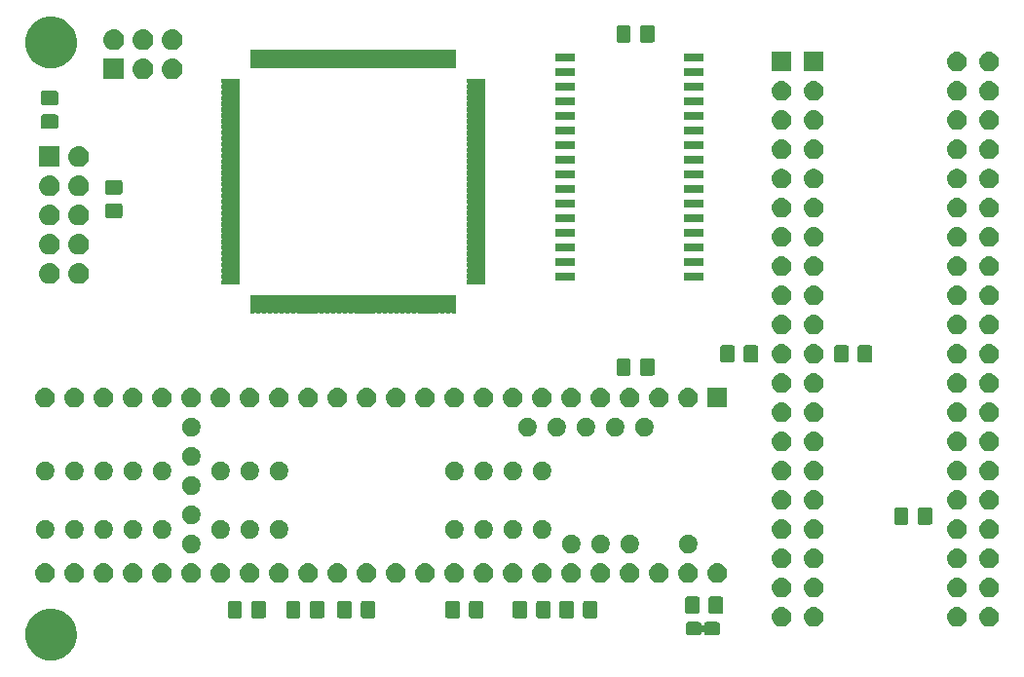
<source format=gbr>
G04 #@! TF.GenerationSoftware,KiCad,Pcbnew,(5.1.2-1)-1*
G04 #@! TF.CreationDate,2020-07-08T23:16:20+01:00*
G04 #@! TF.ProjectId,tranZPUter-SW,7472616e-5a50-4557-9465-722d53572e6b,rev?*
G04 #@! TF.SameCoordinates,Original*
G04 #@! TF.FileFunction,Soldermask,Top*
G04 #@! TF.FilePolarity,Negative*
%FSLAX46Y46*%
G04 Gerber Fmt 4.6, Leading zero omitted, Abs format (unit mm)*
G04 Created by KiCad (PCBNEW (5.1.2-1)-1) date 2020-07-08 23:16:20*
%MOMM*%
%LPD*%
G04 APERTURE LIST*
%ADD10C,0.100000*%
G04 APERTURE END LIST*
D10*
G36*
X115337880Y-142158776D02*
G01*
X115718593Y-142234504D01*
X116128249Y-142404189D01*
X116496929Y-142650534D01*
X116810466Y-142964071D01*
X117056811Y-143332751D01*
X117226496Y-143742407D01*
X117277336Y-143998000D01*
X117311889Y-144171708D01*
X117313000Y-144177296D01*
X117313000Y-144620704D01*
X117226496Y-145055593D01*
X117056811Y-145465249D01*
X116810466Y-145833929D01*
X116496929Y-146147466D01*
X116128249Y-146393811D01*
X115718593Y-146563496D01*
X115337880Y-146639224D01*
X115283705Y-146650000D01*
X114840295Y-146650000D01*
X114786120Y-146639224D01*
X114405407Y-146563496D01*
X113995751Y-146393811D01*
X113627071Y-146147466D01*
X113313534Y-145833929D01*
X113067189Y-145465249D01*
X112897504Y-145055593D01*
X112811000Y-144620704D01*
X112811000Y-144177296D01*
X112812112Y-144171708D01*
X112846664Y-143998000D01*
X112897504Y-143742407D01*
X113067189Y-143332751D01*
X113313534Y-142964071D01*
X113627071Y-142650534D01*
X113995751Y-142404189D01*
X114405407Y-142234504D01*
X114786120Y-142158776D01*
X114840295Y-142148000D01*
X115283705Y-142148000D01*
X115337880Y-142158776D01*
X115337880Y-142158776D01*
G37*
G36*
X171411811Y-143319605D02*
G01*
X171450867Y-143331453D01*
X171486862Y-143350693D01*
X171518414Y-143376586D01*
X171544307Y-143408138D01*
X171563547Y-143444133D01*
X171575395Y-143483189D01*
X171579603Y-143525918D01*
X171584383Y-143549951D01*
X171593761Y-143572590D01*
X171607374Y-143592964D01*
X171624701Y-143610291D01*
X171645076Y-143623905D01*
X171667715Y-143633283D01*
X171691748Y-143638063D01*
X171716252Y-143638063D01*
X171740285Y-143633283D01*
X171762924Y-143623905D01*
X171783298Y-143610292D01*
X171800625Y-143592965D01*
X171814239Y-143572590D01*
X171823617Y-143549951D01*
X171828397Y-143525918D01*
X171832605Y-143483189D01*
X171844453Y-143444133D01*
X171863693Y-143408138D01*
X171889586Y-143376586D01*
X171921138Y-143350693D01*
X171957133Y-143331453D01*
X171996189Y-143319605D01*
X172042949Y-143315000D01*
X172965051Y-143315000D01*
X173011811Y-143319605D01*
X173050867Y-143331453D01*
X173086862Y-143350693D01*
X173118414Y-143376586D01*
X173144307Y-143408138D01*
X173163547Y-143444133D01*
X173175395Y-143483189D01*
X173180000Y-143529949D01*
X173180000Y-144252051D01*
X173175395Y-144298811D01*
X173163547Y-144337867D01*
X173144307Y-144373862D01*
X173118414Y-144405414D01*
X173086862Y-144431307D01*
X173050867Y-144450547D01*
X173011811Y-144462395D01*
X172965051Y-144467000D01*
X172042949Y-144467000D01*
X171996189Y-144462395D01*
X171957133Y-144450547D01*
X171921138Y-144431307D01*
X171889586Y-144405414D01*
X171863693Y-144373862D01*
X171844453Y-144337867D01*
X171832605Y-144298811D01*
X171828397Y-144256082D01*
X171823617Y-144232049D01*
X171814239Y-144209410D01*
X171800626Y-144189036D01*
X171783299Y-144171709D01*
X171762924Y-144158095D01*
X171740285Y-144148717D01*
X171716252Y-144143937D01*
X171691748Y-144143937D01*
X171667715Y-144148717D01*
X171645076Y-144158095D01*
X171624702Y-144171708D01*
X171607375Y-144189035D01*
X171593761Y-144209410D01*
X171584383Y-144232049D01*
X171579603Y-144256082D01*
X171575395Y-144298811D01*
X171563547Y-144337867D01*
X171544307Y-144373862D01*
X171518414Y-144405414D01*
X171486862Y-144431307D01*
X171450867Y-144450547D01*
X171411811Y-144462395D01*
X171365051Y-144467000D01*
X170442949Y-144467000D01*
X170396189Y-144462395D01*
X170357133Y-144450547D01*
X170321138Y-144431307D01*
X170289586Y-144405414D01*
X170263693Y-144373862D01*
X170244453Y-144337867D01*
X170232605Y-144298811D01*
X170228000Y-144252051D01*
X170228000Y-143529949D01*
X170232605Y-143483189D01*
X170244453Y-143444133D01*
X170263693Y-143408138D01*
X170289586Y-143376586D01*
X170321138Y-143350693D01*
X170357133Y-143331453D01*
X170396189Y-143319605D01*
X170442949Y-143315000D01*
X171365051Y-143315000D01*
X171411811Y-143319605D01*
X171411811Y-143319605D01*
G37*
G36*
X196762823Y-142036313D02*
G01*
X196923242Y-142084976D01*
X197041151Y-142148000D01*
X197071078Y-142163996D01*
X197200659Y-142270341D01*
X197307004Y-142399922D01*
X197307005Y-142399924D01*
X197386024Y-142547758D01*
X197434687Y-142708177D01*
X197451117Y-142875000D01*
X197434687Y-143041823D01*
X197386024Y-143202242D01*
X197323292Y-143319605D01*
X197307004Y-143350078D01*
X197200659Y-143479659D01*
X197071078Y-143586004D01*
X197064940Y-143589285D01*
X196923242Y-143665024D01*
X196762823Y-143713687D01*
X196637804Y-143726000D01*
X196554196Y-143726000D01*
X196429177Y-143713687D01*
X196268758Y-143665024D01*
X196127060Y-143589285D01*
X196120922Y-143586004D01*
X195991341Y-143479659D01*
X195884996Y-143350078D01*
X195868708Y-143319605D01*
X195805976Y-143202242D01*
X195757313Y-143041823D01*
X195740883Y-142875000D01*
X195757313Y-142708177D01*
X195805976Y-142547758D01*
X195884995Y-142399924D01*
X195884996Y-142399922D01*
X195991341Y-142270341D01*
X196120922Y-142163996D01*
X196150849Y-142148000D01*
X196268758Y-142084976D01*
X196429177Y-142036313D01*
X196554196Y-142024000D01*
X196637804Y-142024000D01*
X196762823Y-142036313D01*
X196762823Y-142036313D01*
G37*
G36*
X193968823Y-142036313D02*
G01*
X194129242Y-142084976D01*
X194247151Y-142148000D01*
X194277078Y-142163996D01*
X194406659Y-142270341D01*
X194513004Y-142399922D01*
X194513005Y-142399924D01*
X194592024Y-142547758D01*
X194640687Y-142708177D01*
X194657117Y-142875000D01*
X194640687Y-143041823D01*
X194592024Y-143202242D01*
X194529292Y-143319605D01*
X194513004Y-143350078D01*
X194406659Y-143479659D01*
X194277078Y-143586004D01*
X194270940Y-143589285D01*
X194129242Y-143665024D01*
X193968823Y-143713687D01*
X193843804Y-143726000D01*
X193760196Y-143726000D01*
X193635177Y-143713687D01*
X193474758Y-143665024D01*
X193333060Y-143589285D01*
X193326922Y-143586004D01*
X193197341Y-143479659D01*
X193090996Y-143350078D01*
X193074708Y-143319605D01*
X193011976Y-143202242D01*
X192963313Y-143041823D01*
X192946883Y-142875000D01*
X192963313Y-142708177D01*
X193011976Y-142547758D01*
X193090995Y-142399924D01*
X193090996Y-142399922D01*
X193197341Y-142270341D01*
X193326922Y-142163996D01*
X193356849Y-142148000D01*
X193474758Y-142084976D01*
X193635177Y-142036313D01*
X193760196Y-142024000D01*
X193843804Y-142024000D01*
X193968823Y-142036313D01*
X193968823Y-142036313D01*
G37*
G36*
X181522823Y-142036313D02*
G01*
X181683242Y-142084976D01*
X181801151Y-142148000D01*
X181831078Y-142163996D01*
X181960659Y-142270341D01*
X182067004Y-142399922D01*
X182067005Y-142399924D01*
X182146024Y-142547758D01*
X182194687Y-142708177D01*
X182211117Y-142875000D01*
X182194687Y-143041823D01*
X182146024Y-143202242D01*
X182083292Y-143319605D01*
X182067004Y-143350078D01*
X181960659Y-143479659D01*
X181831078Y-143586004D01*
X181824940Y-143589285D01*
X181683242Y-143665024D01*
X181522823Y-143713687D01*
X181397804Y-143726000D01*
X181314196Y-143726000D01*
X181189177Y-143713687D01*
X181028758Y-143665024D01*
X180887060Y-143589285D01*
X180880922Y-143586004D01*
X180751341Y-143479659D01*
X180644996Y-143350078D01*
X180628708Y-143319605D01*
X180565976Y-143202242D01*
X180517313Y-143041823D01*
X180500883Y-142875000D01*
X180517313Y-142708177D01*
X180565976Y-142547758D01*
X180644995Y-142399924D01*
X180644996Y-142399922D01*
X180751341Y-142270341D01*
X180880922Y-142163996D01*
X180910849Y-142148000D01*
X181028758Y-142084976D01*
X181189177Y-142036313D01*
X181314196Y-142024000D01*
X181397804Y-142024000D01*
X181522823Y-142036313D01*
X181522823Y-142036313D01*
G37*
G36*
X178728823Y-142036313D02*
G01*
X178889242Y-142084976D01*
X179007151Y-142148000D01*
X179037078Y-142163996D01*
X179166659Y-142270341D01*
X179273004Y-142399922D01*
X179273005Y-142399924D01*
X179352024Y-142547758D01*
X179400687Y-142708177D01*
X179417117Y-142875000D01*
X179400687Y-143041823D01*
X179352024Y-143202242D01*
X179289292Y-143319605D01*
X179273004Y-143350078D01*
X179166659Y-143479659D01*
X179037078Y-143586004D01*
X179030940Y-143589285D01*
X178889242Y-143665024D01*
X178728823Y-143713687D01*
X178603804Y-143726000D01*
X178520196Y-143726000D01*
X178395177Y-143713687D01*
X178234758Y-143665024D01*
X178093060Y-143589285D01*
X178086922Y-143586004D01*
X177957341Y-143479659D01*
X177850996Y-143350078D01*
X177834708Y-143319605D01*
X177771976Y-143202242D01*
X177723313Y-143041823D01*
X177706883Y-142875000D01*
X177723313Y-142708177D01*
X177771976Y-142547758D01*
X177850995Y-142399924D01*
X177850996Y-142399922D01*
X177957341Y-142270341D01*
X178086922Y-142163996D01*
X178116849Y-142148000D01*
X178234758Y-142084976D01*
X178395177Y-142036313D01*
X178520196Y-142024000D01*
X178603804Y-142024000D01*
X178728823Y-142036313D01*
X178728823Y-142036313D01*
G37*
G36*
X150441674Y-141493465D02*
G01*
X150479367Y-141504899D01*
X150514103Y-141523466D01*
X150544548Y-141548452D01*
X150569534Y-141578897D01*
X150588101Y-141613633D01*
X150599535Y-141651326D01*
X150604000Y-141696661D01*
X150604000Y-142783339D01*
X150599535Y-142828674D01*
X150588101Y-142866367D01*
X150569534Y-142901103D01*
X150544548Y-142931548D01*
X150514103Y-142956534D01*
X150479367Y-142975101D01*
X150441674Y-142986535D01*
X150396339Y-142991000D01*
X149559661Y-142991000D01*
X149514326Y-142986535D01*
X149476633Y-142975101D01*
X149441897Y-142956534D01*
X149411452Y-142931548D01*
X149386466Y-142901103D01*
X149367899Y-142866367D01*
X149356465Y-142828674D01*
X149352000Y-142783339D01*
X149352000Y-141696661D01*
X149356465Y-141651326D01*
X149367899Y-141613633D01*
X149386466Y-141578897D01*
X149411452Y-141548452D01*
X149441897Y-141523466D01*
X149476633Y-141504899D01*
X149514326Y-141493465D01*
X149559661Y-141489000D01*
X150396339Y-141489000D01*
X150441674Y-141493465D01*
X150441674Y-141493465D01*
G37*
G36*
X152491674Y-141493465D02*
G01*
X152529367Y-141504899D01*
X152564103Y-141523466D01*
X152594548Y-141548452D01*
X152619534Y-141578897D01*
X152638101Y-141613633D01*
X152649535Y-141651326D01*
X152654000Y-141696661D01*
X152654000Y-142783339D01*
X152649535Y-142828674D01*
X152638101Y-142866367D01*
X152619534Y-142901103D01*
X152594548Y-142931548D01*
X152564103Y-142956534D01*
X152529367Y-142975101D01*
X152491674Y-142986535D01*
X152446339Y-142991000D01*
X151609661Y-142991000D01*
X151564326Y-142986535D01*
X151526633Y-142975101D01*
X151491897Y-142956534D01*
X151461452Y-142931548D01*
X151436466Y-142901103D01*
X151417899Y-142866367D01*
X151406465Y-142828674D01*
X151402000Y-142783339D01*
X151402000Y-141696661D01*
X151406465Y-141651326D01*
X151417899Y-141613633D01*
X151436466Y-141578897D01*
X151461452Y-141548452D01*
X151491897Y-141523466D01*
X151526633Y-141504899D01*
X151564326Y-141493465D01*
X151609661Y-141489000D01*
X152446339Y-141489000D01*
X152491674Y-141493465D01*
X152491674Y-141493465D01*
G37*
G36*
X131518674Y-141493465D02*
G01*
X131556367Y-141504899D01*
X131591103Y-141523466D01*
X131621548Y-141548452D01*
X131646534Y-141578897D01*
X131665101Y-141613633D01*
X131676535Y-141651326D01*
X131681000Y-141696661D01*
X131681000Y-142783339D01*
X131676535Y-142828674D01*
X131665101Y-142866367D01*
X131646534Y-142901103D01*
X131621548Y-142931548D01*
X131591103Y-142956534D01*
X131556367Y-142975101D01*
X131518674Y-142986535D01*
X131473339Y-142991000D01*
X130636661Y-142991000D01*
X130591326Y-142986535D01*
X130553633Y-142975101D01*
X130518897Y-142956534D01*
X130488452Y-142931548D01*
X130463466Y-142901103D01*
X130444899Y-142866367D01*
X130433465Y-142828674D01*
X130429000Y-142783339D01*
X130429000Y-141696661D01*
X130433465Y-141651326D01*
X130444899Y-141613633D01*
X130463466Y-141578897D01*
X130488452Y-141548452D01*
X130518897Y-141523466D01*
X130553633Y-141504899D01*
X130591326Y-141493465D01*
X130636661Y-141489000D01*
X131473339Y-141489000D01*
X131518674Y-141493465D01*
X131518674Y-141493465D01*
G37*
G36*
X133568674Y-141493465D02*
G01*
X133606367Y-141504899D01*
X133641103Y-141523466D01*
X133671548Y-141548452D01*
X133696534Y-141578897D01*
X133715101Y-141613633D01*
X133726535Y-141651326D01*
X133731000Y-141696661D01*
X133731000Y-142783339D01*
X133726535Y-142828674D01*
X133715101Y-142866367D01*
X133696534Y-142901103D01*
X133671548Y-142931548D01*
X133641103Y-142956534D01*
X133606367Y-142975101D01*
X133568674Y-142986535D01*
X133523339Y-142991000D01*
X132686661Y-142991000D01*
X132641326Y-142986535D01*
X132603633Y-142975101D01*
X132568897Y-142956534D01*
X132538452Y-142931548D01*
X132513466Y-142901103D01*
X132494899Y-142866367D01*
X132483465Y-142828674D01*
X132479000Y-142783339D01*
X132479000Y-141696661D01*
X132483465Y-141651326D01*
X132494899Y-141613633D01*
X132513466Y-141578897D01*
X132538452Y-141548452D01*
X132568897Y-141523466D01*
X132603633Y-141504899D01*
X132641326Y-141493465D01*
X132686661Y-141489000D01*
X133523339Y-141489000D01*
X133568674Y-141493465D01*
X133568674Y-141493465D01*
G37*
G36*
X136598674Y-141493465D02*
G01*
X136636367Y-141504899D01*
X136671103Y-141523466D01*
X136701548Y-141548452D01*
X136726534Y-141578897D01*
X136745101Y-141613633D01*
X136756535Y-141651326D01*
X136761000Y-141696661D01*
X136761000Y-142783339D01*
X136756535Y-142828674D01*
X136745101Y-142866367D01*
X136726534Y-142901103D01*
X136701548Y-142931548D01*
X136671103Y-142956534D01*
X136636367Y-142975101D01*
X136598674Y-142986535D01*
X136553339Y-142991000D01*
X135716661Y-142991000D01*
X135671326Y-142986535D01*
X135633633Y-142975101D01*
X135598897Y-142956534D01*
X135568452Y-142931548D01*
X135543466Y-142901103D01*
X135524899Y-142866367D01*
X135513465Y-142828674D01*
X135509000Y-142783339D01*
X135509000Y-141696661D01*
X135513465Y-141651326D01*
X135524899Y-141613633D01*
X135543466Y-141578897D01*
X135568452Y-141548452D01*
X135598897Y-141523466D01*
X135633633Y-141504899D01*
X135671326Y-141493465D01*
X135716661Y-141489000D01*
X136553339Y-141489000D01*
X136598674Y-141493465D01*
X136598674Y-141493465D01*
G37*
G36*
X158333674Y-141493465D02*
G01*
X158371367Y-141504899D01*
X158406103Y-141523466D01*
X158436548Y-141548452D01*
X158461534Y-141578897D01*
X158480101Y-141613633D01*
X158491535Y-141651326D01*
X158496000Y-141696661D01*
X158496000Y-142783339D01*
X158491535Y-142828674D01*
X158480101Y-142866367D01*
X158461534Y-142901103D01*
X158436548Y-142931548D01*
X158406103Y-142956534D01*
X158371367Y-142975101D01*
X158333674Y-142986535D01*
X158288339Y-142991000D01*
X157451661Y-142991000D01*
X157406326Y-142986535D01*
X157368633Y-142975101D01*
X157333897Y-142956534D01*
X157303452Y-142931548D01*
X157278466Y-142901103D01*
X157259899Y-142866367D01*
X157248465Y-142828674D01*
X157244000Y-142783339D01*
X157244000Y-141696661D01*
X157248465Y-141651326D01*
X157259899Y-141613633D01*
X157278466Y-141578897D01*
X157303452Y-141548452D01*
X157333897Y-141523466D01*
X157368633Y-141504899D01*
X157406326Y-141493465D01*
X157451661Y-141489000D01*
X158288339Y-141489000D01*
X158333674Y-141493465D01*
X158333674Y-141493465D01*
G37*
G36*
X156283674Y-141493465D02*
G01*
X156321367Y-141504899D01*
X156356103Y-141523466D01*
X156386548Y-141548452D01*
X156411534Y-141578897D01*
X156430101Y-141613633D01*
X156441535Y-141651326D01*
X156446000Y-141696661D01*
X156446000Y-142783339D01*
X156441535Y-142828674D01*
X156430101Y-142866367D01*
X156411534Y-142901103D01*
X156386548Y-142931548D01*
X156356103Y-142956534D01*
X156321367Y-142975101D01*
X156283674Y-142986535D01*
X156238339Y-142991000D01*
X155401661Y-142991000D01*
X155356326Y-142986535D01*
X155318633Y-142975101D01*
X155283897Y-142956534D01*
X155253452Y-142931548D01*
X155228466Y-142901103D01*
X155209899Y-142866367D01*
X155198465Y-142828674D01*
X155194000Y-142783339D01*
X155194000Y-141696661D01*
X155198465Y-141651326D01*
X155209899Y-141613633D01*
X155228466Y-141578897D01*
X155253452Y-141548452D01*
X155283897Y-141523466D01*
X155318633Y-141504899D01*
X155356326Y-141493465D01*
X155401661Y-141489000D01*
X156238339Y-141489000D01*
X156283674Y-141493465D01*
X156283674Y-141493465D01*
G37*
G36*
X138648674Y-141493465D02*
G01*
X138686367Y-141504899D01*
X138721103Y-141523466D01*
X138751548Y-141548452D01*
X138776534Y-141578897D01*
X138795101Y-141613633D01*
X138806535Y-141651326D01*
X138811000Y-141696661D01*
X138811000Y-142783339D01*
X138806535Y-142828674D01*
X138795101Y-142866367D01*
X138776534Y-142901103D01*
X138751548Y-142931548D01*
X138721103Y-142956534D01*
X138686367Y-142975101D01*
X138648674Y-142986535D01*
X138603339Y-142991000D01*
X137766661Y-142991000D01*
X137721326Y-142986535D01*
X137683633Y-142975101D01*
X137648897Y-142956534D01*
X137618452Y-142931548D01*
X137593466Y-142901103D01*
X137574899Y-142866367D01*
X137563465Y-142828674D01*
X137559000Y-142783339D01*
X137559000Y-141696661D01*
X137563465Y-141651326D01*
X137574899Y-141613633D01*
X137593466Y-141578897D01*
X137618452Y-141548452D01*
X137648897Y-141523466D01*
X137683633Y-141504899D01*
X137721326Y-141493465D01*
X137766661Y-141489000D01*
X138603339Y-141489000D01*
X138648674Y-141493465D01*
X138648674Y-141493465D01*
G37*
G36*
X162397674Y-141493465D02*
G01*
X162435367Y-141504899D01*
X162470103Y-141523466D01*
X162500548Y-141548452D01*
X162525534Y-141578897D01*
X162544101Y-141613633D01*
X162555535Y-141651326D01*
X162560000Y-141696661D01*
X162560000Y-142783339D01*
X162555535Y-142828674D01*
X162544101Y-142866367D01*
X162525534Y-142901103D01*
X162500548Y-142931548D01*
X162470103Y-142956534D01*
X162435367Y-142975101D01*
X162397674Y-142986535D01*
X162352339Y-142991000D01*
X161515661Y-142991000D01*
X161470326Y-142986535D01*
X161432633Y-142975101D01*
X161397897Y-142956534D01*
X161367452Y-142931548D01*
X161342466Y-142901103D01*
X161323899Y-142866367D01*
X161312465Y-142828674D01*
X161308000Y-142783339D01*
X161308000Y-141696661D01*
X161312465Y-141651326D01*
X161323899Y-141613633D01*
X161342466Y-141578897D01*
X161367452Y-141548452D01*
X161397897Y-141523466D01*
X161432633Y-141504899D01*
X161470326Y-141493465D01*
X161515661Y-141489000D01*
X162352339Y-141489000D01*
X162397674Y-141493465D01*
X162397674Y-141493465D01*
G37*
G36*
X160347674Y-141493465D02*
G01*
X160385367Y-141504899D01*
X160420103Y-141523466D01*
X160450548Y-141548452D01*
X160475534Y-141578897D01*
X160494101Y-141613633D01*
X160505535Y-141651326D01*
X160510000Y-141696661D01*
X160510000Y-142783339D01*
X160505535Y-142828674D01*
X160494101Y-142866367D01*
X160475534Y-142901103D01*
X160450548Y-142931548D01*
X160420103Y-142956534D01*
X160385367Y-142975101D01*
X160347674Y-142986535D01*
X160302339Y-142991000D01*
X159465661Y-142991000D01*
X159420326Y-142986535D01*
X159382633Y-142975101D01*
X159347897Y-142956534D01*
X159317452Y-142931548D01*
X159292466Y-142901103D01*
X159273899Y-142866367D01*
X159262465Y-142828674D01*
X159258000Y-142783339D01*
X159258000Y-141696661D01*
X159262465Y-141651326D01*
X159273899Y-141613633D01*
X159292466Y-141578897D01*
X159317452Y-141548452D01*
X159347897Y-141523466D01*
X159382633Y-141504899D01*
X159420326Y-141493465D01*
X159465661Y-141489000D01*
X160302339Y-141489000D01*
X160347674Y-141493465D01*
X160347674Y-141493465D01*
G37*
G36*
X143093674Y-141493465D02*
G01*
X143131367Y-141504899D01*
X143166103Y-141523466D01*
X143196548Y-141548452D01*
X143221534Y-141578897D01*
X143240101Y-141613633D01*
X143251535Y-141651326D01*
X143256000Y-141696661D01*
X143256000Y-142783339D01*
X143251535Y-142828674D01*
X143240101Y-142866367D01*
X143221534Y-142901103D01*
X143196548Y-142931548D01*
X143166103Y-142956534D01*
X143131367Y-142975101D01*
X143093674Y-142986535D01*
X143048339Y-142991000D01*
X142211661Y-142991000D01*
X142166326Y-142986535D01*
X142128633Y-142975101D01*
X142093897Y-142956534D01*
X142063452Y-142931548D01*
X142038466Y-142901103D01*
X142019899Y-142866367D01*
X142008465Y-142828674D01*
X142004000Y-142783339D01*
X142004000Y-141696661D01*
X142008465Y-141651326D01*
X142019899Y-141613633D01*
X142038466Y-141578897D01*
X142063452Y-141548452D01*
X142093897Y-141523466D01*
X142128633Y-141504899D01*
X142166326Y-141493465D01*
X142211661Y-141489000D01*
X143048339Y-141489000D01*
X143093674Y-141493465D01*
X143093674Y-141493465D01*
G37*
G36*
X141043674Y-141493465D02*
G01*
X141081367Y-141504899D01*
X141116103Y-141523466D01*
X141146548Y-141548452D01*
X141171534Y-141578897D01*
X141190101Y-141613633D01*
X141201535Y-141651326D01*
X141206000Y-141696661D01*
X141206000Y-142783339D01*
X141201535Y-142828674D01*
X141190101Y-142866367D01*
X141171534Y-142901103D01*
X141146548Y-142931548D01*
X141116103Y-142956534D01*
X141081367Y-142975101D01*
X141043674Y-142986535D01*
X140998339Y-142991000D01*
X140161661Y-142991000D01*
X140116326Y-142986535D01*
X140078633Y-142975101D01*
X140043897Y-142956534D01*
X140013452Y-142931548D01*
X139988466Y-142901103D01*
X139969899Y-142866367D01*
X139958465Y-142828674D01*
X139954000Y-142783339D01*
X139954000Y-141696661D01*
X139958465Y-141651326D01*
X139969899Y-141613633D01*
X139988466Y-141578897D01*
X140013452Y-141548452D01*
X140043897Y-141523466D01*
X140078633Y-141504899D01*
X140116326Y-141493465D01*
X140161661Y-141489000D01*
X140998339Y-141489000D01*
X141043674Y-141493465D01*
X141043674Y-141493465D01*
G37*
G36*
X171269674Y-141112465D02*
G01*
X171307367Y-141123899D01*
X171342103Y-141142466D01*
X171372548Y-141167452D01*
X171397534Y-141197897D01*
X171416101Y-141232633D01*
X171427535Y-141270326D01*
X171432000Y-141315661D01*
X171432000Y-142402339D01*
X171427535Y-142447674D01*
X171416101Y-142485367D01*
X171397534Y-142520103D01*
X171372548Y-142550548D01*
X171342103Y-142575534D01*
X171307367Y-142594101D01*
X171269674Y-142605535D01*
X171224339Y-142610000D01*
X170387661Y-142610000D01*
X170342326Y-142605535D01*
X170304633Y-142594101D01*
X170269897Y-142575534D01*
X170239452Y-142550548D01*
X170214466Y-142520103D01*
X170195899Y-142485367D01*
X170184465Y-142447674D01*
X170180000Y-142402339D01*
X170180000Y-141315661D01*
X170184465Y-141270326D01*
X170195899Y-141232633D01*
X170214466Y-141197897D01*
X170239452Y-141167452D01*
X170269897Y-141142466D01*
X170304633Y-141123899D01*
X170342326Y-141112465D01*
X170387661Y-141108000D01*
X171224339Y-141108000D01*
X171269674Y-141112465D01*
X171269674Y-141112465D01*
G37*
G36*
X173319674Y-141112465D02*
G01*
X173357367Y-141123899D01*
X173392103Y-141142466D01*
X173422548Y-141167452D01*
X173447534Y-141197897D01*
X173466101Y-141232633D01*
X173477535Y-141270326D01*
X173482000Y-141315661D01*
X173482000Y-142402339D01*
X173477535Y-142447674D01*
X173466101Y-142485367D01*
X173447534Y-142520103D01*
X173422548Y-142550548D01*
X173392103Y-142575534D01*
X173357367Y-142594101D01*
X173319674Y-142605535D01*
X173274339Y-142610000D01*
X172437661Y-142610000D01*
X172392326Y-142605535D01*
X172354633Y-142594101D01*
X172319897Y-142575534D01*
X172289452Y-142550548D01*
X172264466Y-142520103D01*
X172245899Y-142485367D01*
X172234465Y-142447674D01*
X172230000Y-142402339D01*
X172230000Y-141315661D01*
X172234465Y-141270326D01*
X172245899Y-141232633D01*
X172264466Y-141197897D01*
X172289452Y-141167452D01*
X172319897Y-141142466D01*
X172354633Y-141123899D01*
X172392326Y-141112465D01*
X172437661Y-141108000D01*
X173274339Y-141108000D01*
X173319674Y-141112465D01*
X173319674Y-141112465D01*
G37*
G36*
X196762823Y-139496313D02*
G01*
X196923242Y-139544976D01*
X197055906Y-139615886D01*
X197071078Y-139623996D01*
X197200659Y-139730341D01*
X197307004Y-139859922D01*
X197307005Y-139859924D01*
X197386024Y-140007758D01*
X197434687Y-140168177D01*
X197451117Y-140335000D01*
X197434687Y-140501823D01*
X197386024Y-140662242D01*
X197315114Y-140794906D01*
X197307004Y-140810078D01*
X197200659Y-140939659D01*
X197071078Y-141046004D01*
X197071076Y-141046005D01*
X196923242Y-141125024D01*
X196762823Y-141173687D01*
X196637804Y-141186000D01*
X196554196Y-141186000D01*
X196429177Y-141173687D01*
X196268758Y-141125024D01*
X196120924Y-141046005D01*
X196120922Y-141046004D01*
X195991341Y-140939659D01*
X195884996Y-140810078D01*
X195876886Y-140794906D01*
X195805976Y-140662242D01*
X195757313Y-140501823D01*
X195740883Y-140335000D01*
X195757313Y-140168177D01*
X195805976Y-140007758D01*
X195884995Y-139859924D01*
X195884996Y-139859922D01*
X195991341Y-139730341D01*
X196120922Y-139623996D01*
X196136094Y-139615886D01*
X196268758Y-139544976D01*
X196429177Y-139496313D01*
X196554196Y-139484000D01*
X196637804Y-139484000D01*
X196762823Y-139496313D01*
X196762823Y-139496313D01*
G37*
G36*
X181522823Y-139496313D02*
G01*
X181683242Y-139544976D01*
X181815906Y-139615886D01*
X181831078Y-139623996D01*
X181960659Y-139730341D01*
X182067004Y-139859922D01*
X182067005Y-139859924D01*
X182146024Y-140007758D01*
X182194687Y-140168177D01*
X182211117Y-140335000D01*
X182194687Y-140501823D01*
X182146024Y-140662242D01*
X182075114Y-140794906D01*
X182067004Y-140810078D01*
X181960659Y-140939659D01*
X181831078Y-141046004D01*
X181831076Y-141046005D01*
X181683242Y-141125024D01*
X181522823Y-141173687D01*
X181397804Y-141186000D01*
X181314196Y-141186000D01*
X181189177Y-141173687D01*
X181028758Y-141125024D01*
X180880924Y-141046005D01*
X180880922Y-141046004D01*
X180751341Y-140939659D01*
X180644996Y-140810078D01*
X180636886Y-140794906D01*
X180565976Y-140662242D01*
X180517313Y-140501823D01*
X180500883Y-140335000D01*
X180517313Y-140168177D01*
X180565976Y-140007758D01*
X180644995Y-139859924D01*
X180644996Y-139859922D01*
X180751341Y-139730341D01*
X180880922Y-139623996D01*
X180896094Y-139615886D01*
X181028758Y-139544976D01*
X181189177Y-139496313D01*
X181314196Y-139484000D01*
X181397804Y-139484000D01*
X181522823Y-139496313D01*
X181522823Y-139496313D01*
G37*
G36*
X178728823Y-139496313D02*
G01*
X178889242Y-139544976D01*
X179021906Y-139615886D01*
X179037078Y-139623996D01*
X179166659Y-139730341D01*
X179273004Y-139859922D01*
X179273005Y-139859924D01*
X179352024Y-140007758D01*
X179400687Y-140168177D01*
X179417117Y-140335000D01*
X179400687Y-140501823D01*
X179352024Y-140662242D01*
X179281114Y-140794906D01*
X179273004Y-140810078D01*
X179166659Y-140939659D01*
X179037078Y-141046004D01*
X179037076Y-141046005D01*
X178889242Y-141125024D01*
X178728823Y-141173687D01*
X178603804Y-141186000D01*
X178520196Y-141186000D01*
X178395177Y-141173687D01*
X178234758Y-141125024D01*
X178086924Y-141046005D01*
X178086922Y-141046004D01*
X177957341Y-140939659D01*
X177850996Y-140810078D01*
X177842886Y-140794906D01*
X177771976Y-140662242D01*
X177723313Y-140501823D01*
X177706883Y-140335000D01*
X177723313Y-140168177D01*
X177771976Y-140007758D01*
X177850995Y-139859924D01*
X177850996Y-139859922D01*
X177957341Y-139730341D01*
X178086922Y-139623996D01*
X178102094Y-139615886D01*
X178234758Y-139544976D01*
X178395177Y-139496313D01*
X178520196Y-139484000D01*
X178603804Y-139484000D01*
X178728823Y-139496313D01*
X178728823Y-139496313D01*
G37*
G36*
X193968823Y-139496313D02*
G01*
X194129242Y-139544976D01*
X194261906Y-139615886D01*
X194277078Y-139623996D01*
X194406659Y-139730341D01*
X194513004Y-139859922D01*
X194513005Y-139859924D01*
X194592024Y-140007758D01*
X194640687Y-140168177D01*
X194657117Y-140335000D01*
X194640687Y-140501823D01*
X194592024Y-140662242D01*
X194521114Y-140794906D01*
X194513004Y-140810078D01*
X194406659Y-140939659D01*
X194277078Y-141046004D01*
X194277076Y-141046005D01*
X194129242Y-141125024D01*
X193968823Y-141173687D01*
X193843804Y-141186000D01*
X193760196Y-141186000D01*
X193635177Y-141173687D01*
X193474758Y-141125024D01*
X193326924Y-141046005D01*
X193326922Y-141046004D01*
X193197341Y-140939659D01*
X193090996Y-140810078D01*
X193082886Y-140794906D01*
X193011976Y-140662242D01*
X192963313Y-140501823D01*
X192946883Y-140335000D01*
X192963313Y-140168177D01*
X193011976Y-140007758D01*
X193090995Y-139859924D01*
X193090996Y-139859922D01*
X193197341Y-139730341D01*
X193326922Y-139623996D01*
X193342094Y-139615886D01*
X193474758Y-139544976D01*
X193635177Y-139496313D01*
X193760196Y-139484000D01*
X193843804Y-139484000D01*
X193968823Y-139496313D01*
X193968823Y-139496313D01*
G37*
G36*
X160440823Y-138226313D02*
G01*
X160601242Y-138274976D01*
X160733906Y-138345886D01*
X160749078Y-138353996D01*
X160878659Y-138460341D01*
X160985004Y-138589922D01*
X160985005Y-138589924D01*
X161064024Y-138737758D01*
X161112687Y-138898177D01*
X161129117Y-139065000D01*
X161112687Y-139231823D01*
X161064024Y-139392242D01*
X161014978Y-139484000D01*
X160985004Y-139540078D01*
X160878659Y-139669659D01*
X160749078Y-139776004D01*
X160749076Y-139776005D01*
X160601242Y-139855024D01*
X160440823Y-139903687D01*
X160315804Y-139916000D01*
X160232196Y-139916000D01*
X160107177Y-139903687D01*
X159946758Y-139855024D01*
X159798924Y-139776005D01*
X159798922Y-139776004D01*
X159669341Y-139669659D01*
X159562996Y-139540078D01*
X159533022Y-139484000D01*
X159483976Y-139392242D01*
X159435313Y-139231823D01*
X159418883Y-139065000D01*
X159435313Y-138898177D01*
X159483976Y-138737758D01*
X159562995Y-138589924D01*
X159562996Y-138589922D01*
X159669341Y-138460341D01*
X159798922Y-138353996D01*
X159814094Y-138345886D01*
X159946758Y-138274976D01*
X160107177Y-138226313D01*
X160232196Y-138214000D01*
X160315804Y-138214000D01*
X160440823Y-138226313D01*
X160440823Y-138226313D01*
G37*
G36*
X157900823Y-138226313D02*
G01*
X158061242Y-138274976D01*
X158193906Y-138345886D01*
X158209078Y-138353996D01*
X158338659Y-138460341D01*
X158445004Y-138589922D01*
X158445005Y-138589924D01*
X158524024Y-138737758D01*
X158572687Y-138898177D01*
X158589117Y-139065000D01*
X158572687Y-139231823D01*
X158524024Y-139392242D01*
X158474978Y-139484000D01*
X158445004Y-139540078D01*
X158338659Y-139669659D01*
X158209078Y-139776004D01*
X158209076Y-139776005D01*
X158061242Y-139855024D01*
X157900823Y-139903687D01*
X157775804Y-139916000D01*
X157692196Y-139916000D01*
X157567177Y-139903687D01*
X157406758Y-139855024D01*
X157258924Y-139776005D01*
X157258922Y-139776004D01*
X157129341Y-139669659D01*
X157022996Y-139540078D01*
X156993022Y-139484000D01*
X156943976Y-139392242D01*
X156895313Y-139231823D01*
X156878883Y-139065000D01*
X156895313Y-138898177D01*
X156943976Y-138737758D01*
X157022995Y-138589924D01*
X157022996Y-138589922D01*
X157129341Y-138460341D01*
X157258922Y-138353996D01*
X157274094Y-138345886D01*
X157406758Y-138274976D01*
X157567177Y-138226313D01*
X157692196Y-138214000D01*
X157775804Y-138214000D01*
X157900823Y-138226313D01*
X157900823Y-138226313D01*
G37*
G36*
X155360823Y-138226313D02*
G01*
X155521242Y-138274976D01*
X155653906Y-138345886D01*
X155669078Y-138353996D01*
X155798659Y-138460341D01*
X155905004Y-138589922D01*
X155905005Y-138589924D01*
X155984024Y-138737758D01*
X156032687Y-138898177D01*
X156049117Y-139065000D01*
X156032687Y-139231823D01*
X155984024Y-139392242D01*
X155934978Y-139484000D01*
X155905004Y-139540078D01*
X155798659Y-139669659D01*
X155669078Y-139776004D01*
X155669076Y-139776005D01*
X155521242Y-139855024D01*
X155360823Y-139903687D01*
X155235804Y-139916000D01*
X155152196Y-139916000D01*
X155027177Y-139903687D01*
X154866758Y-139855024D01*
X154718924Y-139776005D01*
X154718922Y-139776004D01*
X154589341Y-139669659D01*
X154482996Y-139540078D01*
X154453022Y-139484000D01*
X154403976Y-139392242D01*
X154355313Y-139231823D01*
X154338883Y-139065000D01*
X154355313Y-138898177D01*
X154403976Y-138737758D01*
X154482995Y-138589924D01*
X154482996Y-138589922D01*
X154589341Y-138460341D01*
X154718922Y-138353996D01*
X154734094Y-138345886D01*
X154866758Y-138274976D01*
X155027177Y-138226313D01*
X155152196Y-138214000D01*
X155235804Y-138214000D01*
X155360823Y-138226313D01*
X155360823Y-138226313D01*
G37*
G36*
X152820823Y-138226313D02*
G01*
X152981242Y-138274976D01*
X153113906Y-138345886D01*
X153129078Y-138353996D01*
X153258659Y-138460341D01*
X153365004Y-138589922D01*
X153365005Y-138589924D01*
X153444024Y-138737758D01*
X153492687Y-138898177D01*
X153509117Y-139065000D01*
X153492687Y-139231823D01*
X153444024Y-139392242D01*
X153394978Y-139484000D01*
X153365004Y-139540078D01*
X153258659Y-139669659D01*
X153129078Y-139776004D01*
X153129076Y-139776005D01*
X152981242Y-139855024D01*
X152820823Y-139903687D01*
X152695804Y-139916000D01*
X152612196Y-139916000D01*
X152487177Y-139903687D01*
X152326758Y-139855024D01*
X152178924Y-139776005D01*
X152178922Y-139776004D01*
X152049341Y-139669659D01*
X151942996Y-139540078D01*
X151913022Y-139484000D01*
X151863976Y-139392242D01*
X151815313Y-139231823D01*
X151798883Y-139065000D01*
X151815313Y-138898177D01*
X151863976Y-138737758D01*
X151942995Y-138589924D01*
X151942996Y-138589922D01*
X152049341Y-138460341D01*
X152178922Y-138353996D01*
X152194094Y-138345886D01*
X152326758Y-138274976D01*
X152487177Y-138226313D01*
X152612196Y-138214000D01*
X152695804Y-138214000D01*
X152820823Y-138226313D01*
X152820823Y-138226313D01*
G37*
G36*
X150280823Y-138226313D02*
G01*
X150441242Y-138274976D01*
X150573906Y-138345886D01*
X150589078Y-138353996D01*
X150718659Y-138460341D01*
X150825004Y-138589922D01*
X150825005Y-138589924D01*
X150904024Y-138737758D01*
X150952687Y-138898177D01*
X150969117Y-139065000D01*
X150952687Y-139231823D01*
X150904024Y-139392242D01*
X150854978Y-139484000D01*
X150825004Y-139540078D01*
X150718659Y-139669659D01*
X150589078Y-139776004D01*
X150589076Y-139776005D01*
X150441242Y-139855024D01*
X150280823Y-139903687D01*
X150155804Y-139916000D01*
X150072196Y-139916000D01*
X149947177Y-139903687D01*
X149786758Y-139855024D01*
X149638924Y-139776005D01*
X149638922Y-139776004D01*
X149509341Y-139669659D01*
X149402996Y-139540078D01*
X149373022Y-139484000D01*
X149323976Y-139392242D01*
X149275313Y-139231823D01*
X149258883Y-139065000D01*
X149275313Y-138898177D01*
X149323976Y-138737758D01*
X149402995Y-138589924D01*
X149402996Y-138589922D01*
X149509341Y-138460341D01*
X149638922Y-138353996D01*
X149654094Y-138345886D01*
X149786758Y-138274976D01*
X149947177Y-138226313D01*
X150072196Y-138214000D01*
X150155804Y-138214000D01*
X150280823Y-138226313D01*
X150280823Y-138226313D01*
G37*
G36*
X147740823Y-138226313D02*
G01*
X147901242Y-138274976D01*
X148033906Y-138345886D01*
X148049078Y-138353996D01*
X148178659Y-138460341D01*
X148285004Y-138589922D01*
X148285005Y-138589924D01*
X148364024Y-138737758D01*
X148412687Y-138898177D01*
X148429117Y-139065000D01*
X148412687Y-139231823D01*
X148364024Y-139392242D01*
X148314978Y-139484000D01*
X148285004Y-139540078D01*
X148178659Y-139669659D01*
X148049078Y-139776004D01*
X148049076Y-139776005D01*
X147901242Y-139855024D01*
X147740823Y-139903687D01*
X147615804Y-139916000D01*
X147532196Y-139916000D01*
X147407177Y-139903687D01*
X147246758Y-139855024D01*
X147098924Y-139776005D01*
X147098922Y-139776004D01*
X146969341Y-139669659D01*
X146862996Y-139540078D01*
X146833022Y-139484000D01*
X146783976Y-139392242D01*
X146735313Y-139231823D01*
X146718883Y-139065000D01*
X146735313Y-138898177D01*
X146783976Y-138737758D01*
X146862995Y-138589924D01*
X146862996Y-138589922D01*
X146969341Y-138460341D01*
X147098922Y-138353996D01*
X147114094Y-138345886D01*
X147246758Y-138274976D01*
X147407177Y-138226313D01*
X147532196Y-138214000D01*
X147615804Y-138214000D01*
X147740823Y-138226313D01*
X147740823Y-138226313D01*
G37*
G36*
X145200823Y-138226313D02*
G01*
X145361242Y-138274976D01*
X145493906Y-138345886D01*
X145509078Y-138353996D01*
X145638659Y-138460341D01*
X145745004Y-138589922D01*
X145745005Y-138589924D01*
X145824024Y-138737758D01*
X145872687Y-138898177D01*
X145889117Y-139065000D01*
X145872687Y-139231823D01*
X145824024Y-139392242D01*
X145774978Y-139484000D01*
X145745004Y-139540078D01*
X145638659Y-139669659D01*
X145509078Y-139776004D01*
X145509076Y-139776005D01*
X145361242Y-139855024D01*
X145200823Y-139903687D01*
X145075804Y-139916000D01*
X144992196Y-139916000D01*
X144867177Y-139903687D01*
X144706758Y-139855024D01*
X144558924Y-139776005D01*
X144558922Y-139776004D01*
X144429341Y-139669659D01*
X144322996Y-139540078D01*
X144293022Y-139484000D01*
X144243976Y-139392242D01*
X144195313Y-139231823D01*
X144178883Y-139065000D01*
X144195313Y-138898177D01*
X144243976Y-138737758D01*
X144322995Y-138589924D01*
X144322996Y-138589922D01*
X144429341Y-138460341D01*
X144558922Y-138353996D01*
X144574094Y-138345886D01*
X144706758Y-138274976D01*
X144867177Y-138226313D01*
X144992196Y-138214000D01*
X145075804Y-138214000D01*
X145200823Y-138226313D01*
X145200823Y-138226313D01*
G37*
G36*
X142660823Y-138226313D02*
G01*
X142821242Y-138274976D01*
X142953906Y-138345886D01*
X142969078Y-138353996D01*
X143098659Y-138460341D01*
X143205004Y-138589922D01*
X143205005Y-138589924D01*
X143284024Y-138737758D01*
X143332687Y-138898177D01*
X143349117Y-139065000D01*
X143332687Y-139231823D01*
X143284024Y-139392242D01*
X143234978Y-139484000D01*
X143205004Y-139540078D01*
X143098659Y-139669659D01*
X142969078Y-139776004D01*
X142969076Y-139776005D01*
X142821242Y-139855024D01*
X142660823Y-139903687D01*
X142535804Y-139916000D01*
X142452196Y-139916000D01*
X142327177Y-139903687D01*
X142166758Y-139855024D01*
X142018924Y-139776005D01*
X142018922Y-139776004D01*
X141889341Y-139669659D01*
X141782996Y-139540078D01*
X141753022Y-139484000D01*
X141703976Y-139392242D01*
X141655313Y-139231823D01*
X141638883Y-139065000D01*
X141655313Y-138898177D01*
X141703976Y-138737758D01*
X141782995Y-138589924D01*
X141782996Y-138589922D01*
X141889341Y-138460341D01*
X142018922Y-138353996D01*
X142034094Y-138345886D01*
X142166758Y-138274976D01*
X142327177Y-138226313D01*
X142452196Y-138214000D01*
X142535804Y-138214000D01*
X142660823Y-138226313D01*
X142660823Y-138226313D01*
G37*
G36*
X140120823Y-138226313D02*
G01*
X140281242Y-138274976D01*
X140413906Y-138345886D01*
X140429078Y-138353996D01*
X140558659Y-138460341D01*
X140665004Y-138589922D01*
X140665005Y-138589924D01*
X140744024Y-138737758D01*
X140792687Y-138898177D01*
X140809117Y-139065000D01*
X140792687Y-139231823D01*
X140744024Y-139392242D01*
X140694978Y-139484000D01*
X140665004Y-139540078D01*
X140558659Y-139669659D01*
X140429078Y-139776004D01*
X140429076Y-139776005D01*
X140281242Y-139855024D01*
X140120823Y-139903687D01*
X139995804Y-139916000D01*
X139912196Y-139916000D01*
X139787177Y-139903687D01*
X139626758Y-139855024D01*
X139478924Y-139776005D01*
X139478922Y-139776004D01*
X139349341Y-139669659D01*
X139242996Y-139540078D01*
X139213022Y-139484000D01*
X139163976Y-139392242D01*
X139115313Y-139231823D01*
X139098883Y-139065000D01*
X139115313Y-138898177D01*
X139163976Y-138737758D01*
X139242995Y-138589924D01*
X139242996Y-138589922D01*
X139349341Y-138460341D01*
X139478922Y-138353996D01*
X139494094Y-138345886D01*
X139626758Y-138274976D01*
X139787177Y-138226313D01*
X139912196Y-138214000D01*
X139995804Y-138214000D01*
X140120823Y-138226313D01*
X140120823Y-138226313D01*
G37*
G36*
X137580823Y-138226313D02*
G01*
X137741242Y-138274976D01*
X137873906Y-138345886D01*
X137889078Y-138353996D01*
X138018659Y-138460341D01*
X138125004Y-138589922D01*
X138125005Y-138589924D01*
X138204024Y-138737758D01*
X138252687Y-138898177D01*
X138269117Y-139065000D01*
X138252687Y-139231823D01*
X138204024Y-139392242D01*
X138154978Y-139484000D01*
X138125004Y-139540078D01*
X138018659Y-139669659D01*
X137889078Y-139776004D01*
X137889076Y-139776005D01*
X137741242Y-139855024D01*
X137580823Y-139903687D01*
X137455804Y-139916000D01*
X137372196Y-139916000D01*
X137247177Y-139903687D01*
X137086758Y-139855024D01*
X136938924Y-139776005D01*
X136938922Y-139776004D01*
X136809341Y-139669659D01*
X136702996Y-139540078D01*
X136673022Y-139484000D01*
X136623976Y-139392242D01*
X136575313Y-139231823D01*
X136558883Y-139065000D01*
X136575313Y-138898177D01*
X136623976Y-138737758D01*
X136702995Y-138589924D01*
X136702996Y-138589922D01*
X136809341Y-138460341D01*
X136938922Y-138353996D01*
X136954094Y-138345886D01*
X137086758Y-138274976D01*
X137247177Y-138226313D01*
X137372196Y-138214000D01*
X137455804Y-138214000D01*
X137580823Y-138226313D01*
X137580823Y-138226313D01*
G37*
G36*
X124880823Y-138226313D02*
G01*
X125041242Y-138274976D01*
X125173906Y-138345886D01*
X125189078Y-138353996D01*
X125318659Y-138460341D01*
X125425004Y-138589922D01*
X125425005Y-138589924D01*
X125504024Y-138737758D01*
X125552687Y-138898177D01*
X125569117Y-139065000D01*
X125552687Y-139231823D01*
X125504024Y-139392242D01*
X125454978Y-139484000D01*
X125425004Y-139540078D01*
X125318659Y-139669659D01*
X125189078Y-139776004D01*
X125189076Y-139776005D01*
X125041242Y-139855024D01*
X124880823Y-139903687D01*
X124755804Y-139916000D01*
X124672196Y-139916000D01*
X124547177Y-139903687D01*
X124386758Y-139855024D01*
X124238924Y-139776005D01*
X124238922Y-139776004D01*
X124109341Y-139669659D01*
X124002996Y-139540078D01*
X123973022Y-139484000D01*
X123923976Y-139392242D01*
X123875313Y-139231823D01*
X123858883Y-139065000D01*
X123875313Y-138898177D01*
X123923976Y-138737758D01*
X124002995Y-138589924D01*
X124002996Y-138589922D01*
X124109341Y-138460341D01*
X124238922Y-138353996D01*
X124254094Y-138345886D01*
X124386758Y-138274976D01*
X124547177Y-138226313D01*
X124672196Y-138214000D01*
X124755804Y-138214000D01*
X124880823Y-138226313D01*
X124880823Y-138226313D01*
G37*
G36*
X132500823Y-138226313D02*
G01*
X132661242Y-138274976D01*
X132793906Y-138345886D01*
X132809078Y-138353996D01*
X132938659Y-138460341D01*
X133045004Y-138589922D01*
X133045005Y-138589924D01*
X133124024Y-138737758D01*
X133172687Y-138898177D01*
X133189117Y-139065000D01*
X133172687Y-139231823D01*
X133124024Y-139392242D01*
X133074978Y-139484000D01*
X133045004Y-139540078D01*
X132938659Y-139669659D01*
X132809078Y-139776004D01*
X132809076Y-139776005D01*
X132661242Y-139855024D01*
X132500823Y-139903687D01*
X132375804Y-139916000D01*
X132292196Y-139916000D01*
X132167177Y-139903687D01*
X132006758Y-139855024D01*
X131858924Y-139776005D01*
X131858922Y-139776004D01*
X131729341Y-139669659D01*
X131622996Y-139540078D01*
X131593022Y-139484000D01*
X131543976Y-139392242D01*
X131495313Y-139231823D01*
X131478883Y-139065000D01*
X131495313Y-138898177D01*
X131543976Y-138737758D01*
X131622995Y-138589924D01*
X131622996Y-138589922D01*
X131729341Y-138460341D01*
X131858922Y-138353996D01*
X131874094Y-138345886D01*
X132006758Y-138274976D01*
X132167177Y-138226313D01*
X132292196Y-138214000D01*
X132375804Y-138214000D01*
X132500823Y-138226313D01*
X132500823Y-138226313D01*
G37*
G36*
X129960823Y-138226313D02*
G01*
X130121242Y-138274976D01*
X130253906Y-138345886D01*
X130269078Y-138353996D01*
X130398659Y-138460341D01*
X130505004Y-138589922D01*
X130505005Y-138589924D01*
X130584024Y-138737758D01*
X130632687Y-138898177D01*
X130649117Y-139065000D01*
X130632687Y-139231823D01*
X130584024Y-139392242D01*
X130534978Y-139484000D01*
X130505004Y-139540078D01*
X130398659Y-139669659D01*
X130269078Y-139776004D01*
X130269076Y-139776005D01*
X130121242Y-139855024D01*
X129960823Y-139903687D01*
X129835804Y-139916000D01*
X129752196Y-139916000D01*
X129627177Y-139903687D01*
X129466758Y-139855024D01*
X129318924Y-139776005D01*
X129318922Y-139776004D01*
X129189341Y-139669659D01*
X129082996Y-139540078D01*
X129053022Y-139484000D01*
X129003976Y-139392242D01*
X128955313Y-139231823D01*
X128938883Y-139065000D01*
X128955313Y-138898177D01*
X129003976Y-138737758D01*
X129082995Y-138589924D01*
X129082996Y-138589922D01*
X129189341Y-138460341D01*
X129318922Y-138353996D01*
X129334094Y-138345886D01*
X129466758Y-138274976D01*
X129627177Y-138226313D01*
X129752196Y-138214000D01*
X129835804Y-138214000D01*
X129960823Y-138226313D01*
X129960823Y-138226313D01*
G37*
G36*
X127420823Y-138226313D02*
G01*
X127581242Y-138274976D01*
X127713906Y-138345886D01*
X127729078Y-138353996D01*
X127858659Y-138460341D01*
X127965004Y-138589922D01*
X127965005Y-138589924D01*
X128044024Y-138737758D01*
X128092687Y-138898177D01*
X128109117Y-139065000D01*
X128092687Y-139231823D01*
X128044024Y-139392242D01*
X127994978Y-139484000D01*
X127965004Y-139540078D01*
X127858659Y-139669659D01*
X127729078Y-139776004D01*
X127729076Y-139776005D01*
X127581242Y-139855024D01*
X127420823Y-139903687D01*
X127295804Y-139916000D01*
X127212196Y-139916000D01*
X127087177Y-139903687D01*
X126926758Y-139855024D01*
X126778924Y-139776005D01*
X126778922Y-139776004D01*
X126649341Y-139669659D01*
X126542996Y-139540078D01*
X126513022Y-139484000D01*
X126463976Y-139392242D01*
X126415313Y-139231823D01*
X126398883Y-139065000D01*
X126415313Y-138898177D01*
X126463976Y-138737758D01*
X126542995Y-138589924D01*
X126542996Y-138589922D01*
X126649341Y-138460341D01*
X126778922Y-138353996D01*
X126794094Y-138345886D01*
X126926758Y-138274976D01*
X127087177Y-138226313D01*
X127212196Y-138214000D01*
X127295804Y-138214000D01*
X127420823Y-138226313D01*
X127420823Y-138226313D01*
G37*
G36*
X122340823Y-138226313D02*
G01*
X122501242Y-138274976D01*
X122633906Y-138345886D01*
X122649078Y-138353996D01*
X122778659Y-138460341D01*
X122885004Y-138589922D01*
X122885005Y-138589924D01*
X122964024Y-138737758D01*
X123012687Y-138898177D01*
X123029117Y-139065000D01*
X123012687Y-139231823D01*
X122964024Y-139392242D01*
X122914978Y-139484000D01*
X122885004Y-139540078D01*
X122778659Y-139669659D01*
X122649078Y-139776004D01*
X122649076Y-139776005D01*
X122501242Y-139855024D01*
X122340823Y-139903687D01*
X122215804Y-139916000D01*
X122132196Y-139916000D01*
X122007177Y-139903687D01*
X121846758Y-139855024D01*
X121698924Y-139776005D01*
X121698922Y-139776004D01*
X121569341Y-139669659D01*
X121462996Y-139540078D01*
X121433022Y-139484000D01*
X121383976Y-139392242D01*
X121335313Y-139231823D01*
X121318883Y-139065000D01*
X121335313Y-138898177D01*
X121383976Y-138737758D01*
X121462995Y-138589924D01*
X121462996Y-138589922D01*
X121569341Y-138460341D01*
X121698922Y-138353996D01*
X121714094Y-138345886D01*
X121846758Y-138274976D01*
X122007177Y-138226313D01*
X122132196Y-138214000D01*
X122215804Y-138214000D01*
X122340823Y-138226313D01*
X122340823Y-138226313D01*
G37*
G36*
X119800823Y-138226313D02*
G01*
X119961242Y-138274976D01*
X120093906Y-138345886D01*
X120109078Y-138353996D01*
X120238659Y-138460341D01*
X120345004Y-138589922D01*
X120345005Y-138589924D01*
X120424024Y-138737758D01*
X120472687Y-138898177D01*
X120489117Y-139065000D01*
X120472687Y-139231823D01*
X120424024Y-139392242D01*
X120374978Y-139484000D01*
X120345004Y-139540078D01*
X120238659Y-139669659D01*
X120109078Y-139776004D01*
X120109076Y-139776005D01*
X119961242Y-139855024D01*
X119800823Y-139903687D01*
X119675804Y-139916000D01*
X119592196Y-139916000D01*
X119467177Y-139903687D01*
X119306758Y-139855024D01*
X119158924Y-139776005D01*
X119158922Y-139776004D01*
X119029341Y-139669659D01*
X118922996Y-139540078D01*
X118893022Y-139484000D01*
X118843976Y-139392242D01*
X118795313Y-139231823D01*
X118778883Y-139065000D01*
X118795313Y-138898177D01*
X118843976Y-138737758D01*
X118922995Y-138589924D01*
X118922996Y-138589922D01*
X119029341Y-138460341D01*
X119158922Y-138353996D01*
X119174094Y-138345886D01*
X119306758Y-138274976D01*
X119467177Y-138226313D01*
X119592196Y-138214000D01*
X119675804Y-138214000D01*
X119800823Y-138226313D01*
X119800823Y-138226313D01*
G37*
G36*
X117260823Y-138226313D02*
G01*
X117421242Y-138274976D01*
X117553906Y-138345886D01*
X117569078Y-138353996D01*
X117698659Y-138460341D01*
X117805004Y-138589922D01*
X117805005Y-138589924D01*
X117884024Y-138737758D01*
X117932687Y-138898177D01*
X117949117Y-139065000D01*
X117932687Y-139231823D01*
X117884024Y-139392242D01*
X117834978Y-139484000D01*
X117805004Y-139540078D01*
X117698659Y-139669659D01*
X117569078Y-139776004D01*
X117569076Y-139776005D01*
X117421242Y-139855024D01*
X117260823Y-139903687D01*
X117135804Y-139916000D01*
X117052196Y-139916000D01*
X116927177Y-139903687D01*
X116766758Y-139855024D01*
X116618924Y-139776005D01*
X116618922Y-139776004D01*
X116489341Y-139669659D01*
X116382996Y-139540078D01*
X116353022Y-139484000D01*
X116303976Y-139392242D01*
X116255313Y-139231823D01*
X116238883Y-139065000D01*
X116255313Y-138898177D01*
X116303976Y-138737758D01*
X116382995Y-138589924D01*
X116382996Y-138589922D01*
X116489341Y-138460341D01*
X116618922Y-138353996D01*
X116634094Y-138345886D01*
X116766758Y-138274976D01*
X116927177Y-138226313D01*
X117052196Y-138214000D01*
X117135804Y-138214000D01*
X117260823Y-138226313D01*
X117260823Y-138226313D01*
G37*
G36*
X114720823Y-138226313D02*
G01*
X114881242Y-138274976D01*
X115013906Y-138345886D01*
X115029078Y-138353996D01*
X115158659Y-138460341D01*
X115265004Y-138589922D01*
X115265005Y-138589924D01*
X115344024Y-138737758D01*
X115392687Y-138898177D01*
X115409117Y-139065000D01*
X115392687Y-139231823D01*
X115344024Y-139392242D01*
X115294978Y-139484000D01*
X115265004Y-139540078D01*
X115158659Y-139669659D01*
X115029078Y-139776004D01*
X115029076Y-139776005D01*
X114881242Y-139855024D01*
X114720823Y-139903687D01*
X114595804Y-139916000D01*
X114512196Y-139916000D01*
X114387177Y-139903687D01*
X114226758Y-139855024D01*
X114078924Y-139776005D01*
X114078922Y-139776004D01*
X113949341Y-139669659D01*
X113842996Y-139540078D01*
X113813022Y-139484000D01*
X113763976Y-139392242D01*
X113715313Y-139231823D01*
X113698883Y-139065000D01*
X113715313Y-138898177D01*
X113763976Y-138737758D01*
X113842995Y-138589924D01*
X113842996Y-138589922D01*
X113949341Y-138460341D01*
X114078922Y-138353996D01*
X114094094Y-138345886D01*
X114226758Y-138274976D01*
X114387177Y-138226313D01*
X114512196Y-138214000D01*
X114595804Y-138214000D01*
X114720823Y-138226313D01*
X114720823Y-138226313D01*
G37*
G36*
X173140823Y-138226313D02*
G01*
X173301242Y-138274976D01*
X173433906Y-138345886D01*
X173449078Y-138353996D01*
X173578659Y-138460341D01*
X173685004Y-138589922D01*
X173685005Y-138589924D01*
X173764024Y-138737758D01*
X173812687Y-138898177D01*
X173829117Y-139065000D01*
X173812687Y-139231823D01*
X173764024Y-139392242D01*
X173714978Y-139484000D01*
X173685004Y-139540078D01*
X173578659Y-139669659D01*
X173449078Y-139776004D01*
X173449076Y-139776005D01*
X173301242Y-139855024D01*
X173140823Y-139903687D01*
X173015804Y-139916000D01*
X172932196Y-139916000D01*
X172807177Y-139903687D01*
X172646758Y-139855024D01*
X172498924Y-139776005D01*
X172498922Y-139776004D01*
X172369341Y-139669659D01*
X172262996Y-139540078D01*
X172233022Y-139484000D01*
X172183976Y-139392242D01*
X172135313Y-139231823D01*
X172118883Y-139065000D01*
X172135313Y-138898177D01*
X172183976Y-138737758D01*
X172262995Y-138589924D01*
X172262996Y-138589922D01*
X172369341Y-138460341D01*
X172498922Y-138353996D01*
X172514094Y-138345886D01*
X172646758Y-138274976D01*
X172807177Y-138226313D01*
X172932196Y-138214000D01*
X173015804Y-138214000D01*
X173140823Y-138226313D01*
X173140823Y-138226313D01*
G37*
G36*
X135040823Y-138226313D02*
G01*
X135201242Y-138274976D01*
X135333906Y-138345886D01*
X135349078Y-138353996D01*
X135478659Y-138460341D01*
X135585004Y-138589922D01*
X135585005Y-138589924D01*
X135664024Y-138737758D01*
X135712687Y-138898177D01*
X135729117Y-139065000D01*
X135712687Y-139231823D01*
X135664024Y-139392242D01*
X135614978Y-139484000D01*
X135585004Y-139540078D01*
X135478659Y-139669659D01*
X135349078Y-139776004D01*
X135349076Y-139776005D01*
X135201242Y-139855024D01*
X135040823Y-139903687D01*
X134915804Y-139916000D01*
X134832196Y-139916000D01*
X134707177Y-139903687D01*
X134546758Y-139855024D01*
X134398924Y-139776005D01*
X134398922Y-139776004D01*
X134269341Y-139669659D01*
X134162996Y-139540078D01*
X134133022Y-139484000D01*
X134083976Y-139392242D01*
X134035313Y-139231823D01*
X134018883Y-139065000D01*
X134035313Y-138898177D01*
X134083976Y-138737758D01*
X134162995Y-138589924D01*
X134162996Y-138589922D01*
X134269341Y-138460341D01*
X134398922Y-138353996D01*
X134414094Y-138345886D01*
X134546758Y-138274976D01*
X134707177Y-138226313D01*
X134832196Y-138214000D01*
X134915804Y-138214000D01*
X135040823Y-138226313D01*
X135040823Y-138226313D01*
G37*
G36*
X162980823Y-138226313D02*
G01*
X163141242Y-138274976D01*
X163273906Y-138345886D01*
X163289078Y-138353996D01*
X163418659Y-138460341D01*
X163525004Y-138589922D01*
X163525005Y-138589924D01*
X163604024Y-138737758D01*
X163652687Y-138898177D01*
X163669117Y-139065000D01*
X163652687Y-139231823D01*
X163604024Y-139392242D01*
X163554978Y-139484000D01*
X163525004Y-139540078D01*
X163418659Y-139669659D01*
X163289078Y-139776004D01*
X163289076Y-139776005D01*
X163141242Y-139855024D01*
X162980823Y-139903687D01*
X162855804Y-139916000D01*
X162772196Y-139916000D01*
X162647177Y-139903687D01*
X162486758Y-139855024D01*
X162338924Y-139776005D01*
X162338922Y-139776004D01*
X162209341Y-139669659D01*
X162102996Y-139540078D01*
X162073022Y-139484000D01*
X162023976Y-139392242D01*
X161975313Y-139231823D01*
X161958883Y-139065000D01*
X161975313Y-138898177D01*
X162023976Y-138737758D01*
X162102995Y-138589924D01*
X162102996Y-138589922D01*
X162209341Y-138460341D01*
X162338922Y-138353996D01*
X162354094Y-138345886D01*
X162486758Y-138274976D01*
X162647177Y-138226313D01*
X162772196Y-138214000D01*
X162855804Y-138214000D01*
X162980823Y-138226313D01*
X162980823Y-138226313D01*
G37*
G36*
X170600823Y-138226313D02*
G01*
X170761242Y-138274976D01*
X170893906Y-138345886D01*
X170909078Y-138353996D01*
X171038659Y-138460341D01*
X171145004Y-138589922D01*
X171145005Y-138589924D01*
X171224024Y-138737758D01*
X171272687Y-138898177D01*
X171289117Y-139065000D01*
X171272687Y-139231823D01*
X171224024Y-139392242D01*
X171174978Y-139484000D01*
X171145004Y-139540078D01*
X171038659Y-139669659D01*
X170909078Y-139776004D01*
X170909076Y-139776005D01*
X170761242Y-139855024D01*
X170600823Y-139903687D01*
X170475804Y-139916000D01*
X170392196Y-139916000D01*
X170267177Y-139903687D01*
X170106758Y-139855024D01*
X169958924Y-139776005D01*
X169958922Y-139776004D01*
X169829341Y-139669659D01*
X169722996Y-139540078D01*
X169693022Y-139484000D01*
X169643976Y-139392242D01*
X169595313Y-139231823D01*
X169578883Y-139065000D01*
X169595313Y-138898177D01*
X169643976Y-138737758D01*
X169722995Y-138589924D01*
X169722996Y-138589922D01*
X169829341Y-138460341D01*
X169958922Y-138353996D01*
X169974094Y-138345886D01*
X170106758Y-138274976D01*
X170267177Y-138226313D01*
X170392196Y-138214000D01*
X170475804Y-138214000D01*
X170600823Y-138226313D01*
X170600823Y-138226313D01*
G37*
G36*
X165520823Y-138226313D02*
G01*
X165681242Y-138274976D01*
X165813906Y-138345886D01*
X165829078Y-138353996D01*
X165958659Y-138460341D01*
X166065004Y-138589922D01*
X166065005Y-138589924D01*
X166144024Y-138737758D01*
X166192687Y-138898177D01*
X166209117Y-139065000D01*
X166192687Y-139231823D01*
X166144024Y-139392242D01*
X166094978Y-139484000D01*
X166065004Y-139540078D01*
X165958659Y-139669659D01*
X165829078Y-139776004D01*
X165829076Y-139776005D01*
X165681242Y-139855024D01*
X165520823Y-139903687D01*
X165395804Y-139916000D01*
X165312196Y-139916000D01*
X165187177Y-139903687D01*
X165026758Y-139855024D01*
X164878924Y-139776005D01*
X164878922Y-139776004D01*
X164749341Y-139669659D01*
X164642996Y-139540078D01*
X164613022Y-139484000D01*
X164563976Y-139392242D01*
X164515313Y-139231823D01*
X164498883Y-139065000D01*
X164515313Y-138898177D01*
X164563976Y-138737758D01*
X164642995Y-138589924D01*
X164642996Y-138589922D01*
X164749341Y-138460341D01*
X164878922Y-138353996D01*
X164894094Y-138345886D01*
X165026758Y-138274976D01*
X165187177Y-138226313D01*
X165312196Y-138214000D01*
X165395804Y-138214000D01*
X165520823Y-138226313D01*
X165520823Y-138226313D01*
G37*
G36*
X168060823Y-138226313D02*
G01*
X168221242Y-138274976D01*
X168353906Y-138345886D01*
X168369078Y-138353996D01*
X168498659Y-138460341D01*
X168605004Y-138589922D01*
X168605005Y-138589924D01*
X168684024Y-138737758D01*
X168732687Y-138898177D01*
X168749117Y-139065000D01*
X168732687Y-139231823D01*
X168684024Y-139392242D01*
X168634978Y-139484000D01*
X168605004Y-139540078D01*
X168498659Y-139669659D01*
X168369078Y-139776004D01*
X168369076Y-139776005D01*
X168221242Y-139855024D01*
X168060823Y-139903687D01*
X167935804Y-139916000D01*
X167852196Y-139916000D01*
X167727177Y-139903687D01*
X167566758Y-139855024D01*
X167418924Y-139776005D01*
X167418922Y-139776004D01*
X167289341Y-139669659D01*
X167182996Y-139540078D01*
X167153022Y-139484000D01*
X167103976Y-139392242D01*
X167055313Y-139231823D01*
X167038883Y-139065000D01*
X167055313Y-138898177D01*
X167103976Y-138737758D01*
X167182995Y-138589924D01*
X167182996Y-138589922D01*
X167289341Y-138460341D01*
X167418922Y-138353996D01*
X167434094Y-138345886D01*
X167566758Y-138274976D01*
X167727177Y-138226313D01*
X167852196Y-138214000D01*
X167935804Y-138214000D01*
X168060823Y-138226313D01*
X168060823Y-138226313D01*
G37*
G36*
X196762823Y-136956313D02*
G01*
X196923242Y-137004976D01*
X197055906Y-137075886D01*
X197071078Y-137083996D01*
X197200659Y-137190341D01*
X197307004Y-137319922D01*
X197307005Y-137319924D01*
X197386024Y-137467758D01*
X197434687Y-137628177D01*
X197451117Y-137795000D01*
X197434687Y-137961823D01*
X197386024Y-138122242D01*
X197336978Y-138214000D01*
X197307004Y-138270078D01*
X197200659Y-138399659D01*
X197071078Y-138506004D01*
X197071076Y-138506005D01*
X196923242Y-138585024D01*
X196762823Y-138633687D01*
X196637804Y-138646000D01*
X196554196Y-138646000D01*
X196429177Y-138633687D01*
X196268758Y-138585024D01*
X196120924Y-138506005D01*
X196120922Y-138506004D01*
X195991341Y-138399659D01*
X195884996Y-138270078D01*
X195855022Y-138214000D01*
X195805976Y-138122242D01*
X195757313Y-137961823D01*
X195740883Y-137795000D01*
X195757313Y-137628177D01*
X195805976Y-137467758D01*
X195884995Y-137319924D01*
X195884996Y-137319922D01*
X195991341Y-137190341D01*
X196120922Y-137083996D01*
X196136094Y-137075886D01*
X196268758Y-137004976D01*
X196429177Y-136956313D01*
X196554196Y-136944000D01*
X196637804Y-136944000D01*
X196762823Y-136956313D01*
X196762823Y-136956313D01*
G37*
G36*
X181522823Y-136956313D02*
G01*
X181683242Y-137004976D01*
X181815906Y-137075886D01*
X181831078Y-137083996D01*
X181960659Y-137190341D01*
X182067004Y-137319922D01*
X182067005Y-137319924D01*
X182146024Y-137467758D01*
X182194687Y-137628177D01*
X182211117Y-137795000D01*
X182194687Y-137961823D01*
X182146024Y-138122242D01*
X182096978Y-138214000D01*
X182067004Y-138270078D01*
X181960659Y-138399659D01*
X181831078Y-138506004D01*
X181831076Y-138506005D01*
X181683242Y-138585024D01*
X181522823Y-138633687D01*
X181397804Y-138646000D01*
X181314196Y-138646000D01*
X181189177Y-138633687D01*
X181028758Y-138585024D01*
X180880924Y-138506005D01*
X180880922Y-138506004D01*
X180751341Y-138399659D01*
X180644996Y-138270078D01*
X180615022Y-138214000D01*
X180565976Y-138122242D01*
X180517313Y-137961823D01*
X180500883Y-137795000D01*
X180517313Y-137628177D01*
X180565976Y-137467758D01*
X180644995Y-137319924D01*
X180644996Y-137319922D01*
X180751341Y-137190341D01*
X180880922Y-137083996D01*
X180896094Y-137075886D01*
X181028758Y-137004976D01*
X181189177Y-136956313D01*
X181314196Y-136944000D01*
X181397804Y-136944000D01*
X181522823Y-136956313D01*
X181522823Y-136956313D01*
G37*
G36*
X178728823Y-136956313D02*
G01*
X178889242Y-137004976D01*
X179021906Y-137075886D01*
X179037078Y-137083996D01*
X179166659Y-137190341D01*
X179273004Y-137319922D01*
X179273005Y-137319924D01*
X179352024Y-137467758D01*
X179400687Y-137628177D01*
X179417117Y-137795000D01*
X179400687Y-137961823D01*
X179352024Y-138122242D01*
X179302978Y-138214000D01*
X179273004Y-138270078D01*
X179166659Y-138399659D01*
X179037078Y-138506004D01*
X179037076Y-138506005D01*
X178889242Y-138585024D01*
X178728823Y-138633687D01*
X178603804Y-138646000D01*
X178520196Y-138646000D01*
X178395177Y-138633687D01*
X178234758Y-138585024D01*
X178086924Y-138506005D01*
X178086922Y-138506004D01*
X177957341Y-138399659D01*
X177850996Y-138270078D01*
X177821022Y-138214000D01*
X177771976Y-138122242D01*
X177723313Y-137961823D01*
X177706883Y-137795000D01*
X177723313Y-137628177D01*
X177771976Y-137467758D01*
X177850995Y-137319924D01*
X177850996Y-137319922D01*
X177957341Y-137190341D01*
X178086922Y-137083996D01*
X178102094Y-137075886D01*
X178234758Y-137004976D01*
X178395177Y-136956313D01*
X178520196Y-136944000D01*
X178603804Y-136944000D01*
X178728823Y-136956313D01*
X178728823Y-136956313D01*
G37*
G36*
X193968823Y-136956313D02*
G01*
X194129242Y-137004976D01*
X194261906Y-137075886D01*
X194277078Y-137083996D01*
X194406659Y-137190341D01*
X194513004Y-137319922D01*
X194513005Y-137319924D01*
X194592024Y-137467758D01*
X194640687Y-137628177D01*
X194657117Y-137795000D01*
X194640687Y-137961823D01*
X194592024Y-138122242D01*
X194542978Y-138214000D01*
X194513004Y-138270078D01*
X194406659Y-138399659D01*
X194277078Y-138506004D01*
X194277076Y-138506005D01*
X194129242Y-138585024D01*
X193968823Y-138633687D01*
X193843804Y-138646000D01*
X193760196Y-138646000D01*
X193635177Y-138633687D01*
X193474758Y-138585024D01*
X193326924Y-138506005D01*
X193326922Y-138506004D01*
X193197341Y-138399659D01*
X193090996Y-138270078D01*
X193061022Y-138214000D01*
X193011976Y-138122242D01*
X192963313Y-137961823D01*
X192946883Y-137795000D01*
X192963313Y-137628177D01*
X193011976Y-137467758D01*
X193090995Y-137319924D01*
X193090996Y-137319922D01*
X193197341Y-137190341D01*
X193326922Y-137083996D01*
X193342094Y-137075886D01*
X193474758Y-137004976D01*
X193635177Y-136956313D01*
X193760196Y-136944000D01*
X193843804Y-136944000D01*
X193968823Y-136956313D01*
X193968823Y-136956313D01*
G37*
G36*
X160511142Y-135743242D02*
G01*
X160659101Y-135804529D01*
X160792255Y-135893499D01*
X160905501Y-136006745D01*
X160994471Y-136139899D01*
X161055758Y-136287858D01*
X161087000Y-136444925D01*
X161087000Y-136605075D01*
X161055758Y-136762142D01*
X160994471Y-136910101D01*
X160905501Y-137043255D01*
X160792255Y-137156501D01*
X160659101Y-137245471D01*
X160511142Y-137306758D01*
X160354075Y-137338000D01*
X160193925Y-137338000D01*
X160036858Y-137306758D01*
X159888899Y-137245471D01*
X159755745Y-137156501D01*
X159642499Y-137043255D01*
X159553529Y-136910101D01*
X159492242Y-136762142D01*
X159461000Y-136605075D01*
X159461000Y-136444925D01*
X159492242Y-136287858D01*
X159553529Y-136139899D01*
X159642499Y-136006745D01*
X159755745Y-135893499D01*
X159888899Y-135804529D01*
X160036858Y-135743242D01*
X160193925Y-135712000D01*
X160354075Y-135712000D01*
X160511142Y-135743242D01*
X160511142Y-135743242D01*
G37*
G36*
X163051142Y-135743242D02*
G01*
X163199101Y-135804529D01*
X163332255Y-135893499D01*
X163445501Y-136006745D01*
X163534471Y-136139899D01*
X163595758Y-136287858D01*
X163627000Y-136444925D01*
X163627000Y-136605075D01*
X163595758Y-136762142D01*
X163534471Y-136910101D01*
X163445501Y-137043255D01*
X163332255Y-137156501D01*
X163199101Y-137245471D01*
X163051142Y-137306758D01*
X162894075Y-137338000D01*
X162733925Y-137338000D01*
X162576858Y-137306758D01*
X162428899Y-137245471D01*
X162295745Y-137156501D01*
X162182499Y-137043255D01*
X162093529Y-136910101D01*
X162032242Y-136762142D01*
X162001000Y-136605075D01*
X162001000Y-136444925D01*
X162032242Y-136287858D01*
X162093529Y-136139899D01*
X162182499Y-136006745D01*
X162295745Y-135893499D01*
X162428899Y-135804529D01*
X162576858Y-135743242D01*
X162733925Y-135712000D01*
X162894075Y-135712000D01*
X163051142Y-135743242D01*
X163051142Y-135743242D01*
G37*
G36*
X165591142Y-135743242D02*
G01*
X165739101Y-135804529D01*
X165872255Y-135893499D01*
X165985501Y-136006745D01*
X166074471Y-136139899D01*
X166135758Y-136287858D01*
X166167000Y-136444925D01*
X166167000Y-136605075D01*
X166135758Y-136762142D01*
X166074471Y-136910101D01*
X165985501Y-137043255D01*
X165872255Y-137156501D01*
X165739101Y-137245471D01*
X165591142Y-137306758D01*
X165434075Y-137338000D01*
X165273925Y-137338000D01*
X165116858Y-137306758D01*
X164968899Y-137245471D01*
X164835745Y-137156501D01*
X164722499Y-137043255D01*
X164633529Y-136910101D01*
X164572242Y-136762142D01*
X164541000Y-136605075D01*
X164541000Y-136444925D01*
X164572242Y-136287858D01*
X164633529Y-136139899D01*
X164722499Y-136006745D01*
X164835745Y-135893499D01*
X164968899Y-135804529D01*
X165116858Y-135743242D01*
X165273925Y-135712000D01*
X165434075Y-135712000D01*
X165591142Y-135743242D01*
X165591142Y-135743242D01*
G37*
G36*
X170671142Y-135743242D02*
G01*
X170819101Y-135804529D01*
X170952255Y-135893499D01*
X171065501Y-136006745D01*
X171154471Y-136139899D01*
X171215758Y-136287858D01*
X171247000Y-136444925D01*
X171247000Y-136605075D01*
X171215758Y-136762142D01*
X171154471Y-136910101D01*
X171065501Y-137043255D01*
X170952255Y-137156501D01*
X170819101Y-137245471D01*
X170671142Y-137306758D01*
X170514075Y-137338000D01*
X170353925Y-137338000D01*
X170196858Y-137306758D01*
X170048899Y-137245471D01*
X169915745Y-137156501D01*
X169802499Y-137043255D01*
X169713529Y-136910101D01*
X169652242Y-136762142D01*
X169621000Y-136605075D01*
X169621000Y-136444925D01*
X169652242Y-136287858D01*
X169713529Y-136139899D01*
X169802499Y-136006745D01*
X169915745Y-135893499D01*
X170048899Y-135804529D01*
X170196858Y-135743242D01*
X170353925Y-135712000D01*
X170514075Y-135712000D01*
X170671142Y-135743242D01*
X170671142Y-135743242D01*
G37*
G36*
X127491142Y-135743242D02*
G01*
X127639101Y-135804529D01*
X127772255Y-135893499D01*
X127885501Y-136006745D01*
X127974471Y-136139899D01*
X128035758Y-136287858D01*
X128067000Y-136444925D01*
X128067000Y-136605075D01*
X128035758Y-136762142D01*
X127974471Y-136910101D01*
X127885501Y-137043255D01*
X127772255Y-137156501D01*
X127639101Y-137245471D01*
X127491142Y-137306758D01*
X127334075Y-137338000D01*
X127173925Y-137338000D01*
X127016858Y-137306758D01*
X126868899Y-137245471D01*
X126735745Y-137156501D01*
X126622499Y-137043255D01*
X126533529Y-136910101D01*
X126472242Y-136762142D01*
X126441000Y-136605075D01*
X126441000Y-136444925D01*
X126472242Y-136287858D01*
X126533529Y-136139899D01*
X126622499Y-136006745D01*
X126735745Y-135893499D01*
X126868899Y-135804529D01*
X127016858Y-135743242D01*
X127173925Y-135712000D01*
X127334075Y-135712000D01*
X127491142Y-135743242D01*
X127491142Y-135743242D01*
G37*
G36*
X196762823Y-134416313D02*
G01*
X196923242Y-134464976D01*
X197053366Y-134534529D01*
X197071078Y-134543996D01*
X197200659Y-134650341D01*
X197307004Y-134779922D01*
X197307005Y-134779924D01*
X197386024Y-134927758D01*
X197434687Y-135088177D01*
X197451117Y-135255000D01*
X197434687Y-135421823D01*
X197386024Y-135582242D01*
X197316667Y-135712000D01*
X197307004Y-135730078D01*
X197200659Y-135859659D01*
X197071078Y-135966004D01*
X197071076Y-135966005D01*
X196923242Y-136045024D01*
X196762823Y-136093687D01*
X196637804Y-136106000D01*
X196554196Y-136106000D01*
X196429177Y-136093687D01*
X196268758Y-136045024D01*
X196120924Y-135966005D01*
X196120922Y-135966004D01*
X195991341Y-135859659D01*
X195884996Y-135730078D01*
X195875333Y-135712000D01*
X195805976Y-135582242D01*
X195757313Y-135421823D01*
X195740883Y-135255000D01*
X195757313Y-135088177D01*
X195805976Y-134927758D01*
X195884995Y-134779924D01*
X195884996Y-134779922D01*
X195991341Y-134650341D01*
X196120922Y-134543996D01*
X196138634Y-134534529D01*
X196268758Y-134464976D01*
X196429177Y-134416313D01*
X196554196Y-134404000D01*
X196637804Y-134404000D01*
X196762823Y-134416313D01*
X196762823Y-134416313D01*
G37*
G36*
X178728823Y-134416313D02*
G01*
X178889242Y-134464976D01*
X179019366Y-134534529D01*
X179037078Y-134543996D01*
X179166659Y-134650341D01*
X179273004Y-134779922D01*
X179273005Y-134779924D01*
X179352024Y-134927758D01*
X179400687Y-135088177D01*
X179417117Y-135255000D01*
X179400687Y-135421823D01*
X179352024Y-135582242D01*
X179282667Y-135712000D01*
X179273004Y-135730078D01*
X179166659Y-135859659D01*
X179037078Y-135966004D01*
X179037076Y-135966005D01*
X178889242Y-136045024D01*
X178728823Y-136093687D01*
X178603804Y-136106000D01*
X178520196Y-136106000D01*
X178395177Y-136093687D01*
X178234758Y-136045024D01*
X178086924Y-135966005D01*
X178086922Y-135966004D01*
X177957341Y-135859659D01*
X177850996Y-135730078D01*
X177841333Y-135712000D01*
X177771976Y-135582242D01*
X177723313Y-135421823D01*
X177706883Y-135255000D01*
X177723313Y-135088177D01*
X177771976Y-134927758D01*
X177850995Y-134779924D01*
X177850996Y-134779922D01*
X177957341Y-134650341D01*
X178086922Y-134543996D01*
X178104634Y-134534529D01*
X178234758Y-134464976D01*
X178395177Y-134416313D01*
X178520196Y-134404000D01*
X178603804Y-134404000D01*
X178728823Y-134416313D01*
X178728823Y-134416313D01*
G37*
G36*
X181522823Y-134416313D02*
G01*
X181683242Y-134464976D01*
X181813366Y-134534529D01*
X181831078Y-134543996D01*
X181960659Y-134650341D01*
X182067004Y-134779922D01*
X182067005Y-134779924D01*
X182146024Y-134927758D01*
X182194687Y-135088177D01*
X182211117Y-135255000D01*
X182194687Y-135421823D01*
X182146024Y-135582242D01*
X182076667Y-135712000D01*
X182067004Y-135730078D01*
X181960659Y-135859659D01*
X181831078Y-135966004D01*
X181831076Y-135966005D01*
X181683242Y-136045024D01*
X181522823Y-136093687D01*
X181397804Y-136106000D01*
X181314196Y-136106000D01*
X181189177Y-136093687D01*
X181028758Y-136045024D01*
X180880924Y-135966005D01*
X180880922Y-135966004D01*
X180751341Y-135859659D01*
X180644996Y-135730078D01*
X180635333Y-135712000D01*
X180565976Y-135582242D01*
X180517313Y-135421823D01*
X180500883Y-135255000D01*
X180517313Y-135088177D01*
X180565976Y-134927758D01*
X180644995Y-134779924D01*
X180644996Y-134779922D01*
X180751341Y-134650341D01*
X180880922Y-134543996D01*
X180898634Y-134534529D01*
X181028758Y-134464976D01*
X181189177Y-134416313D01*
X181314196Y-134404000D01*
X181397804Y-134404000D01*
X181522823Y-134416313D01*
X181522823Y-134416313D01*
G37*
G36*
X193968823Y-134416313D02*
G01*
X194129242Y-134464976D01*
X194259366Y-134534529D01*
X194277078Y-134543996D01*
X194406659Y-134650341D01*
X194513004Y-134779922D01*
X194513005Y-134779924D01*
X194592024Y-134927758D01*
X194640687Y-135088177D01*
X194657117Y-135255000D01*
X194640687Y-135421823D01*
X194592024Y-135582242D01*
X194522667Y-135712000D01*
X194513004Y-135730078D01*
X194406659Y-135859659D01*
X194277078Y-135966004D01*
X194277076Y-135966005D01*
X194129242Y-136045024D01*
X193968823Y-136093687D01*
X193843804Y-136106000D01*
X193760196Y-136106000D01*
X193635177Y-136093687D01*
X193474758Y-136045024D01*
X193326924Y-135966005D01*
X193326922Y-135966004D01*
X193197341Y-135859659D01*
X193090996Y-135730078D01*
X193081333Y-135712000D01*
X193011976Y-135582242D01*
X192963313Y-135421823D01*
X192946883Y-135255000D01*
X192963313Y-135088177D01*
X193011976Y-134927758D01*
X193090995Y-134779924D01*
X193090996Y-134779922D01*
X193197341Y-134650341D01*
X193326922Y-134543996D01*
X193344634Y-134534529D01*
X193474758Y-134464976D01*
X193635177Y-134416313D01*
X193760196Y-134404000D01*
X193843804Y-134404000D01*
X193968823Y-134416313D01*
X193968823Y-134416313D01*
G37*
G36*
X119871142Y-134473242D02*
G01*
X120019101Y-134534529D01*
X120152255Y-134623499D01*
X120265501Y-134736745D01*
X120354471Y-134869899D01*
X120415758Y-135017858D01*
X120447000Y-135174925D01*
X120447000Y-135335075D01*
X120415758Y-135492142D01*
X120354471Y-135640101D01*
X120265501Y-135773255D01*
X120152255Y-135886501D01*
X120019101Y-135975471D01*
X119871142Y-136036758D01*
X119714075Y-136068000D01*
X119553925Y-136068000D01*
X119396858Y-136036758D01*
X119248899Y-135975471D01*
X119115745Y-135886501D01*
X119002499Y-135773255D01*
X118913529Y-135640101D01*
X118852242Y-135492142D01*
X118821000Y-135335075D01*
X118821000Y-135174925D01*
X118852242Y-135017858D01*
X118913529Y-134869899D01*
X119002499Y-134736745D01*
X119115745Y-134623499D01*
X119248899Y-134534529D01*
X119396858Y-134473242D01*
X119553925Y-134442000D01*
X119714075Y-134442000D01*
X119871142Y-134473242D01*
X119871142Y-134473242D01*
G37*
G36*
X117331142Y-134473242D02*
G01*
X117479101Y-134534529D01*
X117612255Y-134623499D01*
X117725501Y-134736745D01*
X117814471Y-134869899D01*
X117875758Y-135017858D01*
X117907000Y-135174925D01*
X117907000Y-135335075D01*
X117875758Y-135492142D01*
X117814471Y-135640101D01*
X117725501Y-135773255D01*
X117612255Y-135886501D01*
X117479101Y-135975471D01*
X117331142Y-136036758D01*
X117174075Y-136068000D01*
X117013925Y-136068000D01*
X116856858Y-136036758D01*
X116708899Y-135975471D01*
X116575745Y-135886501D01*
X116462499Y-135773255D01*
X116373529Y-135640101D01*
X116312242Y-135492142D01*
X116281000Y-135335075D01*
X116281000Y-135174925D01*
X116312242Y-135017858D01*
X116373529Y-134869899D01*
X116462499Y-134736745D01*
X116575745Y-134623499D01*
X116708899Y-134534529D01*
X116856858Y-134473242D01*
X117013925Y-134442000D01*
X117174075Y-134442000D01*
X117331142Y-134473242D01*
X117331142Y-134473242D01*
G37*
G36*
X122411142Y-134473242D02*
G01*
X122559101Y-134534529D01*
X122692255Y-134623499D01*
X122805501Y-134736745D01*
X122894471Y-134869899D01*
X122955758Y-135017858D01*
X122987000Y-135174925D01*
X122987000Y-135335075D01*
X122955758Y-135492142D01*
X122894471Y-135640101D01*
X122805501Y-135773255D01*
X122692255Y-135886501D01*
X122559101Y-135975471D01*
X122411142Y-136036758D01*
X122254075Y-136068000D01*
X122093925Y-136068000D01*
X121936858Y-136036758D01*
X121788899Y-135975471D01*
X121655745Y-135886501D01*
X121542499Y-135773255D01*
X121453529Y-135640101D01*
X121392242Y-135492142D01*
X121361000Y-135335075D01*
X121361000Y-135174925D01*
X121392242Y-135017858D01*
X121453529Y-134869899D01*
X121542499Y-134736745D01*
X121655745Y-134623499D01*
X121788899Y-134534529D01*
X121936858Y-134473242D01*
X122093925Y-134442000D01*
X122254075Y-134442000D01*
X122411142Y-134473242D01*
X122411142Y-134473242D01*
G37*
G36*
X132571142Y-134473242D02*
G01*
X132719101Y-134534529D01*
X132852255Y-134623499D01*
X132965501Y-134736745D01*
X133054471Y-134869899D01*
X133115758Y-135017858D01*
X133147000Y-135174925D01*
X133147000Y-135335075D01*
X133115758Y-135492142D01*
X133054471Y-135640101D01*
X132965501Y-135773255D01*
X132852255Y-135886501D01*
X132719101Y-135975471D01*
X132571142Y-136036758D01*
X132414075Y-136068000D01*
X132253925Y-136068000D01*
X132096858Y-136036758D01*
X131948899Y-135975471D01*
X131815745Y-135886501D01*
X131702499Y-135773255D01*
X131613529Y-135640101D01*
X131552242Y-135492142D01*
X131521000Y-135335075D01*
X131521000Y-135174925D01*
X131552242Y-135017858D01*
X131613529Y-134869899D01*
X131702499Y-134736745D01*
X131815745Y-134623499D01*
X131948899Y-134534529D01*
X132096858Y-134473242D01*
X132253925Y-134442000D01*
X132414075Y-134442000D01*
X132571142Y-134473242D01*
X132571142Y-134473242D01*
G37*
G36*
X114791142Y-134473242D02*
G01*
X114939101Y-134534529D01*
X115072255Y-134623499D01*
X115185501Y-134736745D01*
X115274471Y-134869899D01*
X115335758Y-135017858D01*
X115367000Y-135174925D01*
X115367000Y-135335075D01*
X115335758Y-135492142D01*
X115274471Y-135640101D01*
X115185501Y-135773255D01*
X115072255Y-135886501D01*
X114939101Y-135975471D01*
X114791142Y-136036758D01*
X114634075Y-136068000D01*
X114473925Y-136068000D01*
X114316858Y-136036758D01*
X114168899Y-135975471D01*
X114035745Y-135886501D01*
X113922499Y-135773255D01*
X113833529Y-135640101D01*
X113772242Y-135492142D01*
X113741000Y-135335075D01*
X113741000Y-135174925D01*
X113772242Y-135017858D01*
X113833529Y-134869899D01*
X113922499Y-134736745D01*
X114035745Y-134623499D01*
X114168899Y-134534529D01*
X114316858Y-134473242D01*
X114473925Y-134442000D01*
X114634075Y-134442000D01*
X114791142Y-134473242D01*
X114791142Y-134473242D01*
G37*
G36*
X157971142Y-134473242D02*
G01*
X158119101Y-134534529D01*
X158252255Y-134623499D01*
X158365501Y-134736745D01*
X158454471Y-134869899D01*
X158515758Y-135017858D01*
X158547000Y-135174925D01*
X158547000Y-135335075D01*
X158515758Y-135492142D01*
X158454471Y-135640101D01*
X158365501Y-135773255D01*
X158252255Y-135886501D01*
X158119101Y-135975471D01*
X157971142Y-136036758D01*
X157814075Y-136068000D01*
X157653925Y-136068000D01*
X157496858Y-136036758D01*
X157348899Y-135975471D01*
X157215745Y-135886501D01*
X157102499Y-135773255D01*
X157013529Y-135640101D01*
X156952242Y-135492142D01*
X156921000Y-135335075D01*
X156921000Y-135174925D01*
X156952242Y-135017858D01*
X157013529Y-134869899D01*
X157102499Y-134736745D01*
X157215745Y-134623499D01*
X157348899Y-134534529D01*
X157496858Y-134473242D01*
X157653925Y-134442000D01*
X157814075Y-134442000D01*
X157971142Y-134473242D01*
X157971142Y-134473242D01*
G37*
G36*
X155431142Y-134473242D02*
G01*
X155579101Y-134534529D01*
X155712255Y-134623499D01*
X155825501Y-134736745D01*
X155914471Y-134869899D01*
X155975758Y-135017858D01*
X156007000Y-135174925D01*
X156007000Y-135335075D01*
X155975758Y-135492142D01*
X155914471Y-135640101D01*
X155825501Y-135773255D01*
X155712255Y-135886501D01*
X155579101Y-135975471D01*
X155431142Y-136036758D01*
X155274075Y-136068000D01*
X155113925Y-136068000D01*
X154956858Y-136036758D01*
X154808899Y-135975471D01*
X154675745Y-135886501D01*
X154562499Y-135773255D01*
X154473529Y-135640101D01*
X154412242Y-135492142D01*
X154381000Y-135335075D01*
X154381000Y-135174925D01*
X154412242Y-135017858D01*
X154473529Y-134869899D01*
X154562499Y-134736745D01*
X154675745Y-134623499D01*
X154808899Y-134534529D01*
X154956858Y-134473242D01*
X155113925Y-134442000D01*
X155274075Y-134442000D01*
X155431142Y-134473242D01*
X155431142Y-134473242D01*
G37*
G36*
X152891142Y-134473242D02*
G01*
X153039101Y-134534529D01*
X153172255Y-134623499D01*
X153285501Y-134736745D01*
X153374471Y-134869899D01*
X153435758Y-135017858D01*
X153467000Y-135174925D01*
X153467000Y-135335075D01*
X153435758Y-135492142D01*
X153374471Y-135640101D01*
X153285501Y-135773255D01*
X153172255Y-135886501D01*
X153039101Y-135975471D01*
X152891142Y-136036758D01*
X152734075Y-136068000D01*
X152573925Y-136068000D01*
X152416858Y-136036758D01*
X152268899Y-135975471D01*
X152135745Y-135886501D01*
X152022499Y-135773255D01*
X151933529Y-135640101D01*
X151872242Y-135492142D01*
X151841000Y-135335075D01*
X151841000Y-135174925D01*
X151872242Y-135017858D01*
X151933529Y-134869899D01*
X152022499Y-134736745D01*
X152135745Y-134623499D01*
X152268899Y-134534529D01*
X152416858Y-134473242D01*
X152573925Y-134442000D01*
X152734075Y-134442000D01*
X152891142Y-134473242D01*
X152891142Y-134473242D01*
G37*
G36*
X150351142Y-134473242D02*
G01*
X150499101Y-134534529D01*
X150632255Y-134623499D01*
X150745501Y-134736745D01*
X150834471Y-134869899D01*
X150895758Y-135017858D01*
X150927000Y-135174925D01*
X150927000Y-135335075D01*
X150895758Y-135492142D01*
X150834471Y-135640101D01*
X150745501Y-135773255D01*
X150632255Y-135886501D01*
X150499101Y-135975471D01*
X150351142Y-136036758D01*
X150194075Y-136068000D01*
X150033925Y-136068000D01*
X149876858Y-136036758D01*
X149728899Y-135975471D01*
X149595745Y-135886501D01*
X149482499Y-135773255D01*
X149393529Y-135640101D01*
X149332242Y-135492142D01*
X149301000Y-135335075D01*
X149301000Y-135174925D01*
X149332242Y-135017858D01*
X149393529Y-134869899D01*
X149482499Y-134736745D01*
X149595745Y-134623499D01*
X149728899Y-134534529D01*
X149876858Y-134473242D01*
X150033925Y-134442000D01*
X150194075Y-134442000D01*
X150351142Y-134473242D01*
X150351142Y-134473242D01*
G37*
G36*
X135111142Y-134473242D02*
G01*
X135259101Y-134534529D01*
X135392255Y-134623499D01*
X135505501Y-134736745D01*
X135594471Y-134869899D01*
X135655758Y-135017858D01*
X135687000Y-135174925D01*
X135687000Y-135335075D01*
X135655758Y-135492142D01*
X135594471Y-135640101D01*
X135505501Y-135773255D01*
X135392255Y-135886501D01*
X135259101Y-135975471D01*
X135111142Y-136036758D01*
X134954075Y-136068000D01*
X134793925Y-136068000D01*
X134636858Y-136036758D01*
X134488899Y-135975471D01*
X134355745Y-135886501D01*
X134242499Y-135773255D01*
X134153529Y-135640101D01*
X134092242Y-135492142D01*
X134061000Y-135335075D01*
X134061000Y-135174925D01*
X134092242Y-135017858D01*
X134153529Y-134869899D01*
X134242499Y-134736745D01*
X134355745Y-134623499D01*
X134488899Y-134534529D01*
X134636858Y-134473242D01*
X134793925Y-134442000D01*
X134954075Y-134442000D01*
X135111142Y-134473242D01*
X135111142Y-134473242D01*
G37*
G36*
X130031142Y-134473242D02*
G01*
X130179101Y-134534529D01*
X130312255Y-134623499D01*
X130425501Y-134736745D01*
X130514471Y-134869899D01*
X130575758Y-135017858D01*
X130607000Y-135174925D01*
X130607000Y-135335075D01*
X130575758Y-135492142D01*
X130514471Y-135640101D01*
X130425501Y-135773255D01*
X130312255Y-135886501D01*
X130179101Y-135975471D01*
X130031142Y-136036758D01*
X129874075Y-136068000D01*
X129713925Y-136068000D01*
X129556858Y-136036758D01*
X129408899Y-135975471D01*
X129275745Y-135886501D01*
X129162499Y-135773255D01*
X129073529Y-135640101D01*
X129012242Y-135492142D01*
X128981000Y-135335075D01*
X128981000Y-135174925D01*
X129012242Y-135017858D01*
X129073529Y-134869899D01*
X129162499Y-134736745D01*
X129275745Y-134623499D01*
X129408899Y-134534529D01*
X129556858Y-134473242D01*
X129713925Y-134442000D01*
X129874075Y-134442000D01*
X130031142Y-134473242D01*
X130031142Y-134473242D01*
G37*
G36*
X124951142Y-134473242D02*
G01*
X125099101Y-134534529D01*
X125232255Y-134623499D01*
X125345501Y-134736745D01*
X125434471Y-134869899D01*
X125495758Y-135017858D01*
X125527000Y-135174925D01*
X125527000Y-135335075D01*
X125495758Y-135492142D01*
X125434471Y-135640101D01*
X125345501Y-135773255D01*
X125232255Y-135886501D01*
X125099101Y-135975471D01*
X124951142Y-136036758D01*
X124794075Y-136068000D01*
X124633925Y-136068000D01*
X124476858Y-136036758D01*
X124328899Y-135975471D01*
X124195745Y-135886501D01*
X124082499Y-135773255D01*
X123993529Y-135640101D01*
X123932242Y-135492142D01*
X123901000Y-135335075D01*
X123901000Y-135174925D01*
X123932242Y-135017858D01*
X123993529Y-134869899D01*
X124082499Y-134736745D01*
X124195745Y-134623499D01*
X124328899Y-134534529D01*
X124476858Y-134473242D01*
X124633925Y-134442000D01*
X124794075Y-134442000D01*
X124951142Y-134473242D01*
X124951142Y-134473242D01*
G37*
G36*
X191480674Y-133365465D02*
G01*
X191518367Y-133376899D01*
X191553103Y-133395466D01*
X191583548Y-133420452D01*
X191608534Y-133450897D01*
X191627101Y-133485633D01*
X191638535Y-133523326D01*
X191643000Y-133568661D01*
X191643000Y-134655339D01*
X191638535Y-134700674D01*
X191627101Y-134738367D01*
X191608534Y-134773103D01*
X191583548Y-134803548D01*
X191553103Y-134828534D01*
X191518367Y-134847101D01*
X191480674Y-134858535D01*
X191435339Y-134863000D01*
X190598661Y-134863000D01*
X190553326Y-134858535D01*
X190515633Y-134847101D01*
X190480897Y-134828534D01*
X190450452Y-134803548D01*
X190425466Y-134773103D01*
X190406899Y-134738367D01*
X190395465Y-134700674D01*
X190391000Y-134655339D01*
X190391000Y-133568661D01*
X190395465Y-133523326D01*
X190406899Y-133485633D01*
X190425466Y-133450897D01*
X190450452Y-133420452D01*
X190480897Y-133395466D01*
X190515633Y-133376899D01*
X190553326Y-133365465D01*
X190598661Y-133361000D01*
X191435339Y-133361000D01*
X191480674Y-133365465D01*
X191480674Y-133365465D01*
G37*
G36*
X189430674Y-133365465D02*
G01*
X189468367Y-133376899D01*
X189503103Y-133395466D01*
X189533548Y-133420452D01*
X189558534Y-133450897D01*
X189577101Y-133485633D01*
X189588535Y-133523326D01*
X189593000Y-133568661D01*
X189593000Y-134655339D01*
X189588535Y-134700674D01*
X189577101Y-134738367D01*
X189558534Y-134773103D01*
X189533548Y-134803548D01*
X189503103Y-134828534D01*
X189468367Y-134847101D01*
X189430674Y-134858535D01*
X189385339Y-134863000D01*
X188548661Y-134863000D01*
X188503326Y-134858535D01*
X188465633Y-134847101D01*
X188430897Y-134828534D01*
X188400452Y-134803548D01*
X188375466Y-134773103D01*
X188356899Y-134738367D01*
X188345465Y-134700674D01*
X188341000Y-134655339D01*
X188341000Y-133568661D01*
X188345465Y-133523326D01*
X188356899Y-133485633D01*
X188375466Y-133450897D01*
X188400452Y-133420452D01*
X188430897Y-133395466D01*
X188465633Y-133376899D01*
X188503326Y-133365465D01*
X188548661Y-133361000D01*
X189385339Y-133361000D01*
X189430674Y-133365465D01*
X189430674Y-133365465D01*
G37*
G36*
X127491142Y-133203242D02*
G01*
X127639101Y-133264529D01*
X127772255Y-133353499D01*
X127885501Y-133466745D01*
X127974471Y-133599899D01*
X128035758Y-133747858D01*
X128067000Y-133904925D01*
X128067000Y-134065075D01*
X128035758Y-134222142D01*
X127974471Y-134370101D01*
X127885501Y-134503255D01*
X127772255Y-134616501D01*
X127639101Y-134705471D01*
X127491142Y-134766758D01*
X127334075Y-134798000D01*
X127173925Y-134798000D01*
X127016858Y-134766758D01*
X126868899Y-134705471D01*
X126735745Y-134616501D01*
X126622499Y-134503255D01*
X126533529Y-134370101D01*
X126472242Y-134222142D01*
X126441000Y-134065075D01*
X126441000Y-133904925D01*
X126472242Y-133747858D01*
X126533529Y-133599899D01*
X126622499Y-133466745D01*
X126735745Y-133353499D01*
X126868899Y-133264529D01*
X127016858Y-133203242D01*
X127173925Y-133172000D01*
X127334075Y-133172000D01*
X127491142Y-133203242D01*
X127491142Y-133203242D01*
G37*
G36*
X193968823Y-131876313D02*
G01*
X194129242Y-131924976D01*
X194261906Y-131995886D01*
X194277078Y-132003996D01*
X194406659Y-132110341D01*
X194513004Y-132239922D01*
X194513005Y-132239924D01*
X194592024Y-132387758D01*
X194640687Y-132548177D01*
X194657117Y-132715000D01*
X194640687Y-132881823D01*
X194592024Y-133042242D01*
X194522667Y-133172000D01*
X194513004Y-133190078D01*
X194406659Y-133319659D01*
X194277078Y-133426004D01*
X194277076Y-133426005D01*
X194129242Y-133505024D01*
X193968823Y-133553687D01*
X193843804Y-133566000D01*
X193760196Y-133566000D01*
X193635177Y-133553687D01*
X193474758Y-133505024D01*
X193326924Y-133426005D01*
X193326922Y-133426004D01*
X193197341Y-133319659D01*
X193090996Y-133190078D01*
X193081333Y-133172000D01*
X193011976Y-133042242D01*
X192963313Y-132881823D01*
X192946883Y-132715000D01*
X192963313Y-132548177D01*
X193011976Y-132387758D01*
X193090995Y-132239924D01*
X193090996Y-132239922D01*
X193197341Y-132110341D01*
X193326922Y-132003996D01*
X193342094Y-131995886D01*
X193474758Y-131924976D01*
X193635177Y-131876313D01*
X193760196Y-131864000D01*
X193843804Y-131864000D01*
X193968823Y-131876313D01*
X193968823Y-131876313D01*
G37*
G36*
X178728823Y-131876313D02*
G01*
X178889242Y-131924976D01*
X179021906Y-131995886D01*
X179037078Y-132003996D01*
X179166659Y-132110341D01*
X179273004Y-132239922D01*
X179273005Y-132239924D01*
X179352024Y-132387758D01*
X179400687Y-132548177D01*
X179417117Y-132715000D01*
X179400687Y-132881823D01*
X179352024Y-133042242D01*
X179282667Y-133172000D01*
X179273004Y-133190078D01*
X179166659Y-133319659D01*
X179037078Y-133426004D01*
X179037076Y-133426005D01*
X178889242Y-133505024D01*
X178728823Y-133553687D01*
X178603804Y-133566000D01*
X178520196Y-133566000D01*
X178395177Y-133553687D01*
X178234758Y-133505024D01*
X178086924Y-133426005D01*
X178086922Y-133426004D01*
X177957341Y-133319659D01*
X177850996Y-133190078D01*
X177841333Y-133172000D01*
X177771976Y-133042242D01*
X177723313Y-132881823D01*
X177706883Y-132715000D01*
X177723313Y-132548177D01*
X177771976Y-132387758D01*
X177850995Y-132239924D01*
X177850996Y-132239922D01*
X177957341Y-132110341D01*
X178086922Y-132003996D01*
X178102094Y-131995886D01*
X178234758Y-131924976D01*
X178395177Y-131876313D01*
X178520196Y-131864000D01*
X178603804Y-131864000D01*
X178728823Y-131876313D01*
X178728823Y-131876313D01*
G37*
G36*
X196762823Y-131876313D02*
G01*
X196923242Y-131924976D01*
X197055906Y-131995886D01*
X197071078Y-132003996D01*
X197200659Y-132110341D01*
X197307004Y-132239922D01*
X197307005Y-132239924D01*
X197386024Y-132387758D01*
X197434687Y-132548177D01*
X197451117Y-132715000D01*
X197434687Y-132881823D01*
X197386024Y-133042242D01*
X197316667Y-133172000D01*
X197307004Y-133190078D01*
X197200659Y-133319659D01*
X197071078Y-133426004D01*
X197071076Y-133426005D01*
X196923242Y-133505024D01*
X196762823Y-133553687D01*
X196637804Y-133566000D01*
X196554196Y-133566000D01*
X196429177Y-133553687D01*
X196268758Y-133505024D01*
X196120924Y-133426005D01*
X196120922Y-133426004D01*
X195991341Y-133319659D01*
X195884996Y-133190078D01*
X195875333Y-133172000D01*
X195805976Y-133042242D01*
X195757313Y-132881823D01*
X195740883Y-132715000D01*
X195757313Y-132548177D01*
X195805976Y-132387758D01*
X195884995Y-132239924D01*
X195884996Y-132239922D01*
X195991341Y-132110341D01*
X196120922Y-132003996D01*
X196136094Y-131995886D01*
X196268758Y-131924976D01*
X196429177Y-131876313D01*
X196554196Y-131864000D01*
X196637804Y-131864000D01*
X196762823Y-131876313D01*
X196762823Y-131876313D01*
G37*
G36*
X181522823Y-131876313D02*
G01*
X181683242Y-131924976D01*
X181815906Y-131995886D01*
X181831078Y-132003996D01*
X181960659Y-132110341D01*
X182067004Y-132239922D01*
X182067005Y-132239924D01*
X182146024Y-132387758D01*
X182194687Y-132548177D01*
X182211117Y-132715000D01*
X182194687Y-132881823D01*
X182146024Y-133042242D01*
X182076667Y-133172000D01*
X182067004Y-133190078D01*
X181960659Y-133319659D01*
X181831078Y-133426004D01*
X181831076Y-133426005D01*
X181683242Y-133505024D01*
X181522823Y-133553687D01*
X181397804Y-133566000D01*
X181314196Y-133566000D01*
X181189177Y-133553687D01*
X181028758Y-133505024D01*
X180880924Y-133426005D01*
X180880922Y-133426004D01*
X180751341Y-133319659D01*
X180644996Y-133190078D01*
X180635333Y-133172000D01*
X180565976Y-133042242D01*
X180517313Y-132881823D01*
X180500883Y-132715000D01*
X180517313Y-132548177D01*
X180565976Y-132387758D01*
X180644995Y-132239924D01*
X180644996Y-132239922D01*
X180751341Y-132110341D01*
X180880922Y-132003996D01*
X180896094Y-131995886D01*
X181028758Y-131924976D01*
X181189177Y-131876313D01*
X181314196Y-131864000D01*
X181397804Y-131864000D01*
X181522823Y-131876313D01*
X181522823Y-131876313D01*
G37*
G36*
X127491142Y-130663242D02*
G01*
X127639101Y-130724529D01*
X127772255Y-130813499D01*
X127885501Y-130926745D01*
X127974471Y-131059899D01*
X128035758Y-131207858D01*
X128067000Y-131364925D01*
X128067000Y-131525075D01*
X128035758Y-131682142D01*
X127974471Y-131830101D01*
X127885501Y-131963255D01*
X127772255Y-132076501D01*
X127639101Y-132165471D01*
X127491142Y-132226758D01*
X127334075Y-132258000D01*
X127173925Y-132258000D01*
X127016858Y-132226758D01*
X126868899Y-132165471D01*
X126735745Y-132076501D01*
X126622499Y-131963255D01*
X126533529Y-131830101D01*
X126472242Y-131682142D01*
X126441000Y-131525075D01*
X126441000Y-131364925D01*
X126472242Y-131207858D01*
X126533529Y-131059899D01*
X126622499Y-130926745D01*
X126735745Y-130813499D01*
X126868899Y-130724529D01*
X127016858Y-130663242D01*
X127173925Y-130632000D01*
X127334075Y-130632000D01*
X127491142Y-130663242D01*
X127491142Y-130663242D01*
G37*
G36*
X181522823Y-129336313D02*
G01*
X181683242Y-129384976D01*
X181813366Y-129454529D01*
X181831078Y-129463996D01*
X181960659Y-129570341D01*
X182067004Y-129699922D01*
X182067005Y-129699924D01*
X182146024Y-129847758D01*
X182194687Y-130008177D01*
X182211117Y-130175000D01*
X182194687Y-130341823D01*
X182146024Y-130502242D01*
X182076667Y-130632000D01*
X182067004Y-130650078D01*
X181960659Y-130779659D01*
X181831078Y-130886004D01*
X181831076Y-130886005D01*
X181683242Y-130965024D01*
X181522823Y-131013687D01*
X181397804Y-131026000D01*
X181314196Y-131026000D01*
X181189177Y-131013687D01*
X181028758Y-130965024D01*
X180880924Y-130886005D01*
X180880922Y-130886004D01*
X180751341Y-130779659D01*
X180644996Y-130650078D01*
X180635333Y-130632000D01*
X180565976Y-130502242D01*
X180517313Y-130341823D01*
X180500883Y-130175000D01*
X180517313Y-130008177D01*
X180565976Y-129847758D01*
X180644995Y-129699924D01*
X180644996Y-129699922D01*
X180751341Y-129570341D01*
X180880922Y-129463996D01*
X180898634Y-129454529D01*
X181028758Y-129384976D01*
X181189177Y-129336313D01*
X181314196Y-129324000D01*
X181397804Y-129324000D01*
X181522823Y-129336313D01*
X181522823Y-129336313D01*
G37*
G36*
X178728823Y-129336313D02*
G01*
X178889242Y-129384976D01*
X179019366Y-129454529D01*
X179037078Y-129463996D01*
X179166659Y-129570341D01*
X179273004Y-129699922D01*
X179273005Y-129699924D01*
X179352024Y-129847758D01*
X179400687Y-130008177D01*
X179417117Y-130175000D01*
X179400687Y-130341823D01*
X179352024Y-130502242D01*
X179282667Y-130632000D01*
X179273004Y-130650078D01*
X179166659Y-130779659D01*
X179037078Y-130886004D01*
X179037076Y-130886005D01*
X178889242Y-130965024D01*
X178728823Y-131013687D01*
X178603804Y-131026000D01*
X178520196Y-131026000D01*
X178395177Y-131013687D01*
X178234758Y-130965024D01*
X178086924Y-130886005D01*
X178086922Y-130886004D01*
X177957341Y-130779659D01*
X177850996Y-130650078D01*
X177841333Y-130632000D01*
X177771976Y-130502242D01*
X177723313Y-130341823D01*
X177706883Y-130175000D01*
X177723313Y-130008177D01*
X177771976Y-129847758D01*
X177850995Y-129699924D01*
X177850996Y-129699922D01*
X177957341Y-129570341D01*
X178086922Y-129463996D01*
X178104634Y-129454529D01*
X178234758Y-129384976D01*
X178395177Y-129336313D01*
X178520196Y-129324000D01*
X178603804Y-129324000D01*
X178728823Y-129336313D01*
X178728823Y-129336313D01*
G37*
G36*
X196762823Y-129336313D02*
G01*
X196923242Y-129384976D01*
X197053366Y-129454529D01*
X197071078Y-129463996D01*
X197200659Y-129570341D01*
X197307004Y-129699922D01*
X197307005Y-129699924D01*
X197386024Y-129847758D01*
X197434687Y-130008177D01*
X197451117Y-130175000D01*
X197434687Y-130341823D01*
X197386024Y-130502242D01*
X197316667Y-130632000D01*
X197307004Y-130650078D01*
X197200659Y-130779659D01*
X197071078Y-130886004D01*
X197071076Y-130886005D01*
X196923242Y-130965024D01*
X196762823Y-131013687D01*
X196637804Y-131026000D01*
X196554196Y-131026000D01*
X196429177Y-131013687D01*
X196268758Y-130965024D01*
X196120924Y-130886005D01*
X196120922Y-130886004D01*
X195991341Y-130779659D01*
X195884996Y-130650078D01*
X195875333Y-130632000D01*
X195805976Y-130502242D01*
X195757313Y-130341823D01*
X195740883Y-130175000D01*
X195757313Y-130008177D01*
X195805976Y-129847758D01*
X195884995Y-129699924D01*
X195884996Y-129699922D01*
X195991341Y-129570341D01*
X196120922Y-129463996D01*
X196138634Y-129454529D01*
X196268758Y-129384976D01*
X196429177Y-129336313D01*
X196554196Y-129324000D01*
X196637804Y-129324000D01*
X196762823Y-129336313D01*
X196762823Y-129336313D01*
G37*
G36*
X193968823Y-129336313D02*
G01*
X194129242Y-129384976D01*
X194259366Y-129454529D01*
X194277078Y-129463996D01*
X194406659Y-129570341D01*
X194513004Y-129699922D01*
X194513005Y-129699924D01*
X194592024Y-129847758D01*
X194640687Y-130008177D01*
X194657117Y-130175000D01*
X194640687Y-130341823D01*
X194592024Y-130502242D01*
X194522667Y-130632000D01*
X194513004Y-130650078D01*
X194406659Y-130779659D01*
X194277078Y-130886004D01*
X194277076Y-130886005D01*
X194129242Y-130965024D01*
X193968823Y-131013687D01*
X193843804Y-131026000D01*
X193760196Y-131026000D01*
X193635177Y-131013687D01*
X193474758Y-130965024D01*
X193326924Y-130886005D01*
X193326922Y-130886004D01*
X193197341Y-130779659D01*
X193090996Y-130650078D01*
X193081333Y-130632000D01*
X193011976Y-130502242D01*
X192963313Y-130341823D01*
X192946883Y-130175000D01*
X192963313Y-130008177D01*
X193011976Y-129847758D01*
X193090995Y-129699924D01*
X193090996Y-129699922D01*
X193197341Y-129570341D01*
X193326922Y-129463996D01*
X193344634Y-129454529D01*
X193474758Y-129384976D01*
X193635177Y-129336313D01*
X193760196Y-129324000D01*
X193843804Y-129324000D01*
X193968823Y-129336313D01*
X193968823Y-129336313D01*
G37*
G36*
X152891142Y-129393242D02*
G01*
X153039101Y-129454529D01*
X153172255Y-129543499D01*
X153285501Y-129656745D01*
X153374471Y-129789899D01*
X153435758Y-129937858D01*
X153467000Y-130094925D01*
X153467000Y-130255075D01*
X153435758Y-130412142D01*
X153374471Y-130560101D01*
X153285501Y-130693255D01*
X153172255Y-130806501D01*
X153039101Y-130895471D01*
X152891142Y-130956758D01*
X152734075Y-130988000D01*
X152573925Y-130988000D01*
X152416858Y-130956758D01*
X152268899Y-130895471D01*
X152135745Y-130806501D01*
X152022499Y-130693255D01*
X151933529Y-130560101D01*
X151872242Y-130412142D01*
X151841000Y-130255075D01*
X151841000Y-130094925D01*
X151872242Y-129937858D01*
X151933529Y-129789899D01*
X152022499Y-129656745D01*
X152135745Y-129543499D01*
X152268899Y-129454529D01*
X152416858Y-129393242D01*
X152573925Y-129362000D01*
X152734075Y-129362000D01*
X152891142Y-129393242D01*
X152891142Y-129393242D01*
G37*
G36*
X114791142Y-129393242D02*
G01*
X114939101Y-129454529D01*
X115072255Y-129543499D01*
X115185501Y-129656745D01*
X115274471Y-129789899D01*
X115335758Y-129937858D01*
X115367000Y-130094925D01*
X115367000Y-130255075D01*
X115335758Y-130412142D01*
X115274471Y-130560101D01*
X115185501Y-130693255D01*
X115072255Y-130806501D01*
X114939101Y-130895471D01*
X114791142Y-130956758D01*
X114634075Y-130988000D01*
X114473925Y-130988000D01*
X114316858Y-130956758D01*
X114168899Y-130895471D01*
X114035745Y-130806501D01*
X113922499Y-130693255D01*
X113833529Y-130560101D01*
X113772242Y-130412142D01*
X113741000Y-130255075D01*
X113741000Y-130094925D01*
X113772242Y-129937858D01*
X113833529Y-129789899D01*
X113922499Y-129656745D01*
X114035745Y-129543499D01*
X114168899Y-129454529D01*
X114316858Y-129393242D01*
X114473925Y-129362000D01*
X114634075Y-129362000D01*
X114791142Y-129393242D01*
X114791142Y-129393242D01*
G37*
G36*
X150351142Y-129393242D02*
G01*
X150499101Y-129454529D01*
X150632255Y-129543499D01*
X150745501Y-129656745D01*
X150834471Y-129789899D01*
X150895758Y-129937858D01*
X150927000Y-130094925D01*
X150927000Y-130255075D01*
X150895758Y-130412142D01*
X150834471Y-130560101D01*
X150745501Y-130693255D01*
X150632255Y-130806501D01*
X150499101Y-130895471D01*
X150351142Y-130956758D01*
X150194075Y-130988000D01*
X150033925Y-130988000D01*
X149876858Y-130956758D01*
X149728899Y-130895471D01*
X149595745Y-130806501D01*
X149482499Y-130693255D01*
X149393529Y-130560101D01*
X149332242Y-130412142D01*
X149301000Y-130255075D01*
X149301000Y-130094925D01*
X149332242Y-129937858D01*
X149393529Y-129789899D01*
X149482499Y-129656745D01*
X149595745Y-129543499D01*
X149728899Y-129454529D01*
X149876858Y-129393242D01*
X150033925Y-129362000D01*
X150194075Y-129362000D01*
X150351142Y-129393242D01*
X150351142Y-129393242D01*
G37*
G36*
X155431142Y-129393242D02*
G01*
X155579101Y-129454529D01*
X155712255Y-129543499D01*
X155825501Y-129656745D01*
X155914471Y-129789899D01*
X155975758Y-129937858D01*
X156007000Y-130094925D01*
X156007000Y-130255075D01*
X155975758Y-130412142D01*
X155914471Y-130560101D01*
X155825501Y-130693255D01*
X155712255Y-130806501D01*
X155579101Y-130895471D01*
X155431142Y-130956758D01*
X155274075Y-130988000D01*
X155113925Y-130988000D01*
X154956858Y-130956758D01*
X154808899Y-130895471D01*
X154675745Y-130806501D01*
X154562499Y-130693255D01*
X154473529Y-130560101D01*
X154412242Y-130412142D01*
X154381000Y-130255075D01*
X154381000Y-130094925D01*
X154412242Y-129937858D01*
X154473529Y-129789899D01*
X154562499Y-129656745D01*
X154675745Y-129543499D01*
X154808899Y-129454529D01*
X154956858Y-129393242D01*
X155113925Y-129362000D01*
X155274075Y-129362000D01*
X155431142Y-129393242D01*
X155431142Y-129393242D01*
G37*
G36*
X157971142Y-129393242D02*
G01*
X158119101Y-129454529D01*
X158252255Y-129543499D01*
X158365501Y-129656745D01*
X158454471Y-129789899D01*
X158515758Y-129937858D01*
X158547000Y-130094925D01*
X158547000Y-130255075D01*
X158515758Y-130412142D01*
X158454471Y-130560101D01*
X158365501Y-130693255D01*
X158252255Y-130806501D01*
X158119101Y-130895471D01*
X157971142Y-130956758D01*
X157814075Y-130988000D01*
X157653925Y-130988000D01*
X157496858Y-130956758D01*
X157348899Y-130895471D01*
X157215745Y-130806501D01*
X157102499Y-130693255D01*
X157013529Y-130560101D01*
X156952242Y-130412142D01*
X156921000Y-130255075D01*
X156921000Y-130094925D01*
X156952242Y-129937858D01*
X157013529Y-129789899D01*
X157102499Y-129656745D01*
X157215745Y-129543499D01*
X157348899Y-129454529D01*
X157496858Y-129393242D01*
X157653925Y-129362000D01*
X157814075Y-129362000D01*
X157971142Y-129393242D01*
X157971142Y-129393242D01*
G37*
G36*
X119871142Y-129393242D02*
G01*
X120019101Y-129454529D01*
X120152255Y-129543499D01*
X120265501Y-129656745D01*
X120354471Y-129789899D01*
X120415758Y-129937858D01*
X120447000Y-130094925D01*
X120447000Y-130255075D01*
X120415758Y-130412142D01*
X120354471Y-130560101D01*
X120265501Y-130693255D01*
X120152255Y-130806501D01*
X120019101Y-130895471D01*
X119871142Y-130956758D01*
X119714075Y-130988000D01*
X119553925Y-130988000D01*
X119396858Y-130956758D01*
X119248899Y-130895471D01*
X119115745Y-130806501D01*
X119002499Y-130693255D01*
X118913529Y-130560101D01*
X118852242Y-130412142D01*
X118821000Y-130255075D01*
X118821000Y-130094925D01*
X118852242Y-129937858D01*
X118913529Y-129789899D01*
X119002499Y-129656745D01*
X119115745Y-129543499D01*
X119248899Y-129454529D01*
X119396858Y-129393242D01*
X119553925Y-129362000D01*
X119714075Y-129362000D01*
X119871142Y-129393242D01*
X119871142Y-129393242D01*
G37*
G36*
X122411142Y-129393242D02*
G01*
X122559101Y-129454529D01*
X122692255Y-129543499D01*
X122805501Y-129656745D01*
X122894471Y-129789899D01*
X122955758Y-129937858D01*
X122987000Y-130094925D01*
X122987000Y-130255075D01*
X122955758Y-130412142D01*
X122894471Y-130560101D01*
X122805501Y-130693255D01*
X122692255Y-130806501D01*
X122559101Y-130895471D01*
X122411142Y-130956758D01*
X122254075Y-130988000D01*
X122093925Y-130988000D01*
X121936858Y-130956758D01*
X121788899Y-130895471D01*
X121655745Y-130806501D01*
X121542499Y-130693255D01*
X121453529Y-130560101D01*
X121392242Y-130412142D01*
X121361000Y-130255075D01*
X121361000Y-130094925D01*
X121392242Y-129937858D01*
X121453529Y-129789899D01*
X121542499Y-129656745D01*
X121655745Y-129543499D01*
X121788899Y-129454529D01*
X121936858Y-129393242D01*
X122093925Y-129362000D01*
X122254075Y-129362000D01*
X122411142Y-129393242D01*
X122411142Y-129393242D01*
G37*
G36*
X117331142Y-129393242D02*
G01*
X117479101Y-129454529D01*
X117612255Y-129543499D01*
X117725501Y-129656745D01*
X117814471Y-129789899D01*
X117875758Y-129937858D01*
X117907000Y-130094925D01*
X117907000Y-130255075D01*
X117875758Y-130412142D01*
X117814471Y-130560101D01*
X117725501Y-130693255D01*
X117612255Y-130806501D01*
X117479101Y-130895471D01*
X117331142Y-130956758D01*
X117174075Y-130988000D01*
X117013925Y-130988000D01*
X116856858Y-130956758D01*
X116708899Y-130895471D01*
X116575745Y-130806501D01*
X116462499Y-130693255D01*
X116373529Y-130560101D01*
X116312242Y-130412142D01*
X116281000Y-130255075D01*
X116281000Y-130094925D01*
X116312242Y-129937858D01*
X116373529Y-129789899D01*
X116462499Y-129656745D01*
X116575745Y-129543499D01*
X116708899Y-129454529D01*
X116856858Y-129393242D01*
X117013925Y-129362000D01*
X117174075Y-129362000D01*
X117331142Y-129393242D01*
X117331142Y-129393242D01*
G37*
G36*
X124951142Y-129393242D02*
G01*
X125099101Y-129454529D01*
X125232255Y-129543499D01*
X125345501Y-129656745D01*
X125434471Y-129789899D01*
X125495758Y-129937858D01*
X125527000Y-130094925D01*
X125527000Y-130255075D01*
X125495758Y-130412142D01*
X125434471Y-130560101D01*
X125345501Y-130693255D01*
X125232255Y-130806501D01*
X125099101Y-130895471D01*
X124951142Y-130956758D01*
X124794075Y-130988000D01*
X124633925Y-130988000D01*
X124476858Y-130956758D01*
X124328899Y-130895471D01*
X124195745Y-130806501D01*
X124082499Y-130693255D01*
X123993529Y-130560101D01*
X123932242Y-130412142D01*
X123901000Y-130255075D01*
X123901000Y-130094925D01*
X123932242Y-129937858D01*
X123993529Y-129789899D01*
X124082499Y-129656745D01*
X124195745Y-129543499D01*
X124328899Y-129454529D01*
X124476858Y-129393242D01*
X124633925Y-129362000D01*
X124794075Y-129362000D01*
X124951142Y-129393242D01*
X124951142Y-129393242D01*
G37*
G36*
X130031142Y-129393242D02*
G01*
X130179101Y-129454529D01*
X130312255Y-129543499D01*
X130425501Y-129656745D01*
X130514471Y-129789899D01*
X130575758Y-129937858D01*
X130607000Y-130094925D01*
X130607000Y-130255075D01*
X130575758Y-130412142D01*
X130514471Y-130560101D01*
X130425501Y-130693255D01*
X130312255Y-130806501D01*
X130179101Y-130895471D01*
X130031142Y-130956758D01*
X129874075Y-130988000D01*
X129713925Y-130988000D01*
X129556858Y-130956758D01*
X129408899Y-130895471D01*
X129275745Y-130806501D01*
X129162499Y-130693255D01*
X129073529Y-130560101D01*
X129012242Y-130412142D01*
X128981000Y-130255075D01*
X128981000Y-130094925D01*
X129012242Y-129937858D01*
X129073529Y-129789899D01*
X129162499Y-129656745D01*
X129275745Y-129543499D01*
X129408899Y-129454529D01*
X129556858Y-129393242D01*
X129713925Y-129362000D01*
X129874075Y-129362000D01*
X130031142Y-129393242D01*
X130031142Y-129393242D01*
G37*
G36*
X132571142Y-129393242D02*
G01*
X132719101Y-129454529D01*
X132852255Y-129543499D01*
X132965501Y-129656745D01*
X133054471Y-129789899D01*
X133115758Y-129937858D01*
X133147000Y-130094925D01*
X133147000Y-130255075D01*
X133115758Y-130412142D01*
X133054471Y-130560101D01*
X132965501Y-130693255D01*
X132852255Y-130806501D01*
X132719101Y-130895471D01*
X132571142Y-130956758D01*
X132414075Y-130988000D01*
X132253925Y-130988000D01*
X132096858Y-130956758D01*
X131948899Y-130895471D01*
X131815745Y-130806501D01*
X131702499Y-130693255D01*
X131613529Y-130560101D01*
X131552242Y-130412142D01*
X131521000Y-130255075D01*
X131521000Y-130094925D01*
X131552242Y-129937858D01*
X131613529Y-129789899D01*
X131702499Y-129656745D01*
X131815745Y-129543499D01*
X131948899Y-129454529D01*
X132096858Y-129393242D01*
X132253925Y-129362000D01*
X132414075Y-129362000D01*
X132571142Y-129393242D01*
X132571142Y-129393242D01*
G37*
G36*
X135111142Y-129393242D02*
G01*
X135259101Y-129454529D01*
X135392255Y-129543499D01*
X135505501Y-129656745D01*
X135594471Y-129789899D01*
X135655758Y-129937858D01*
X135687000Y-130094925D01*
X135687000Y-130255075D01*
X135655758Y-130412142D01*
X135594471Y-130560101D01*
X135505501Y-130693255D01*
X135392255Y-130806501D01*
X135259101Y-130895471D01*
X135111142Y-130956758D01*
X134954075Y-130988000D01*
X134793925Y-130988000D01*
X134636858Y-130956758D01*
X134488899Y-130895471D01*
X134355745Y-130806501D01*
X134242499Y-130693255D01*
X134153529Y-130560101D01*
X134092242Y-130412142D01*
X134061000Y-130255075D01*
X134061000Y-130094925D01*
X134092242Y-129937858D01*
X134153529Y-129789899D01*
X134242499Y-129656745D01*
X134355745Y-129543499D01*
X134488899Y-129454529D01*
X134636858Y-129393242D01*
X134793925Y-129362000D01*
X134954075Y-129362000D01*
X135111142Y-129393242D01*
X135111142Y-129393242D01*
G37*
G36*
X127491142Y-128123242D02*
G01*
X127639101Y-128184529D01*
X127772255Y-128273499D01*
X127885501Y-128386745D01*
X127974471Y-128519899D01*
X128035758Y-128667858D01*
X128067000Y-128824925D01*
X128067000Y-128985075D01*
X128035758Y-129142142D01*
X127974471Y-129290101D01*
X127885501Y-129423255D01*
X127772255Y-129536501D01*
X127639101Y-129625471D01*
X127491142Y-129686758D01*
X127334075Y-129718000D01*
X127173925Y-129718000D01*
X127016858Y-129686758D01*
X126868899Y-129625471D01*
X126735745Y-129536501D01*
X126622499Y-129423255D01*
X126533529Y-129290101D01*
X126472242Y-129142142D01*
X126441000Y-128985075D01*
X126441000Y-128824925D01*
X126472242Y-128667858D01*
X126533529Y-128519899D01*
X126622499Y-128386745D01*
X126735745Y-128273499D01*
X126868899Y-128184529D01*
X127016858Y-128123242D01*
X127173925Y-128092000D01*
X127334075Y-128092000D01*
X127491142Y-128123242D01*
X127491142Y-128123242D01*
G37*
G36*
X196762823Y-126796313D02*
G01*
X196923242Y-126844976D01*
X197055906Y-126915886D01*
X197071078Y-126923996D01*
X197200659Y-127030341D01*
X197307004Y-127159922D01*
X197307005Y-127159924D01*
X197386024Y-127307758D01*
X197434687Y-127468177D01*
X197451117Y-127635000D01*
X197434687Y-127801823D01*
X197386024Y-127962242D01*
X197316667Y-128092000D01*
X197307004Y-128110078D01*
X197200659Y-128239659D01*
X197071078Y-128346004D01*
X197071076Y-128346005D01*
X196923242Y-128425024D01*
X196762823Y-128473687D01*
X196637804Y-128486000D01*
X196554196Y-128486000D01*
X196429177Y-128473687D01*
X196268758Y-128425024D01*
X196120924Y-128346005D01*
X196120922Y-128346004D01*
X195991341Y-128239659D01*
X195884996Y-128110078D01*
X195875333Y-128092000D01*
X195805976Y-127962242D01*
X195757313Y-127801823D01*
X195740883Y-127635000D01*
X195757313Y-127468177D01*
X195805976Y-127307758D01*
X195884995Y-127159924D01*
X195884996Y-127159922D01*
X195991341Y-127030341D01*
X196120922Y-126923996D01*
X196136094Y-126915886D01*
X196268758Y-126844976D01*
X196429177Y-126796313D01*
X196554196Y-126784000D01*
X196637804Y-126784000D01*
X196762823Y-126796313D01*
X196762823Y-126796313D01*
G37*
G36*
X193968823Y-126796313D02*
G01*
X194129242Y-126844976D01*
X194261906Y-126915886D01*
X194277078Y-126923996D01*
X194406659Y-127030341D01*
X194513004Y-127159922D01*
X194513005Y-127159924D01*
X194592024Y-127307758D01*
X194640687Y-127468177D01*
X194657117Y-127635000D01*
X194640687Y-127801823D01*
X194592024Y-127962242D01*
X194522667Y-128092000D01*
X194513004Y-128110078D01*
X194406659Y-128239659D01*
X194277078Y-128346004D01*
X194277076Y-128346005D01*
X194129242Y-128425024D01*
X193968823Y-128473687D01*
X193843804Y-128486000D01*
X193760196Y-128486000D01*
X193635177Y-128473687D01*
X193474758Y-128425024D01*
X193326924Y-128346005D01*
X193326922Y-128346004D01*
X193197341Y-128239659D01*
X193090996Y-128110078D01*
X193081333Y-128092000D01*
X193011976Y-127962242D01*
X192963313Y-127801823D01*
X192946883Y-127635000D01*
X192963313Y-127468177D01*
X193011976Y-127307758D01*
X193090995Y-127159924D01*
X193090996Y-127159922D01*
X193197341Y-127030341D01*
X193326922Y-126923996D01*
X193342094Y-126915886D01*
X193474758Y-126844976D01*
X193635177Y-126796313D01*
X193760196Y-126784000D01*
X193843804Y-126784000D01*
X193968823Y-126796313D01*
X193968823Y-126796313D01*
G37*
G36*
X181522823Y-126796313D02*
G01*
X181683242Y-126844976D01*
X181815906Y-126915886D01*
X181831078Y-126923996D01*
X181960659Y-127030341D01*
X182067004Y-127159922D01*
X182067005Y-127159924D01*
X182146024Y-127307758D01*
X182194687Y-127468177D01*
X182211117Y-127635000D01*
X182194687Y-127801823D01*
X182146024Y-127962242D01*
X182076667Y-128092000D01*
X182067004Y-128110078D01*
X181960659Y-128239659D01*
X181831078Y-128346004D01*
X181831076Y-128346005D01*
X181683242Y-128425024D01*
X181522823Y-128473687D01*
X181397804Y-128486000D01*
X181314196Y-128486000D01*
X181189177Y-128473687D01*
X181028758Y-128425024D01*
X180880924Y-128346005D01*
X180880922Y-128346004D01*
X180751341Y-128239659D01*
X180644996Y-128110078D01*
X180635333Y-128092000D01*
X180565976Y-127962242D01*
X180517313Y-127801823D01*
X180500883Y-127635000D01*
X180517313Y-127468177D01*
X180565976Y-127307758D01*
X180644995Y-127159924D01*
X180644996Y-127159922D01*
X180751341Y-127030341D01*
X180880922Y-126923996D01*
X180896094Y-126915886D01*
X181028758Y-126844976D01*
X181189177Y-126796313D01*
X181314196Y-126784000D01*
X181397804Y-126784000D01*
X181522823Y-126796313D01*
X181522823Y-126796313D01*
G37*
G36*
X178728823Y-126796313D02*
G01*
X178889242Y-126844976D01*
X179021906Y-126915886D01*
X179037078Y-126923996D01*
X179166659Y-127030341D01*
X179273004Y-127159922D01*
X179273005Y-127159924D01*
X179352024Y-127307758D01*
X179400687Y-127468177D01*
X179417117Y-127635000D01*
X179400687Y-127801823D01*
X179352024Y-127962242D01*
X179282667Y-128092000D01*
X179273004Y-128110078D01*
X179166659Y-128239659D01*
X179037078Y-128346004D01*
X179037076Y-128346005D01*
X178889242Y-128425024D01*
X178728823Y-128473687D01*
X178603804Y-128486000D01*
X178520196Y-128486000D01*
X178395177Y-128473687D01*
X178234758Y-128425024D01*
X178086924Y-128346005D01*
X178086922Y-128346004D01*
X177957341Y-128239659D01*
X177850996Y-128110078D01*
X177841333Y-128092000D01*
X177771976Y-127962242D01*
X177723313Y-127801823D01*
X177706883Y-127635000D01*
X177723313Y-127468177D01*
X177771976Y-127307758D01*
X177850995Y-127159924D01*
X177850996Y-127159922D01*
X177957341Y-127030341D01*
X178086922Y-126923996D01*
X178102094Y-126915886D01*
X178234758Y-126844976D01*
X178395177Y-126796313D01*
X178520196Y-126784000D01*
X178603804Y-126784000D01*
X178728823Y-126796313D01*
X178728823Y-126796313D01*
G37*
G36*
X156701142Y-125583242D02*
G01*
X156849101Y-125644529D01*
X156982255Y-125733499D01*
X157095501Y-125846745D01*
X157184471Y-125979899D01*
X157245758Y-126127858D01*
X157277000Y-126284925D01*
X157277000Y-126445075D01*
X157245758Y-126602142D01*
X157184471Y-126750101D01*
X157095501Y-126883255D01*
X156982255Y-126996501D01*
X156849101Y-127085471D01*
X156701142Y-127146758D01*
X156544075Y-127178000D01*
X156383925Y-127178000D01*
X156226858Y-127146758D01*
X156078899Y-127085471D01*
X155945745Y-126996501D01*
X155832499Y-126883255D01*
X155743529Y-126750101D01*
X155682242Y-126602142D01*
X155651000Y-126445075D01*
X155651000Y-126284925D01*
X155682242Y-126127858D01*
X155743529Y-125979899D01*
X155832499Y-125846745D01*
X155945745Y-125733499D01*
X156078899Y-125644529D01*
X156226858Y-125583242D01*
X156383925Y-125552000D01*
X156544075Y-125552000D01*
X156701142Y-125583242D01*
X156701142Y-125583242D01*
G37*
G36*
X127491142Y-125583242D02*
G01*
X127639101Y-125644529D01*
X127772255Y-125733499D01*
X127885501Y-125846745D01*
X127974471Y-125979899D01*
X128035758Y-126127858D01*
X128067000Y-126284925D01*
X128067000Y-126445075D01*
X128035758Y-126602142D01*
X127974471Y-126750101D01*
X127885501Y-126883255D01*
X127772255Y-126996501D01*
X127639101Y-127085471D01*
X127491142Y-127146758D01*
X127334075Y-127178000D01*
X127173925Y-127178000D01*
X127016858Y-127146758D01*
X126868899Y-127085471D01*
X126735745Y-126996501D01*
X126622499Y-126883255D01*
X126533529Y-126750101D01*
X126472242Y-126602142D01*
X126441000Y-126445075D01*
X126441000Y-126284925D01*
X126472242Y-126127858D01*
X126533529Y-125979899D01*
X126622499Y-125846745D01*
X126735745Y-125733499D01*
X126868899Y-125644529D01*
X127016858Y-125583242D01*
X127173925Y-125552000D01*
X127334075Y-125552000D01*
X127491142Y-125583242D01*
X127491142Y-125583242D01*
G37*
G36*
X164321142Y-125583242D02*
G01*
X164469101Y-125644529D01*
X164602255Y-125733499D01*
X164715501Y-125846745D01*
X164804471Y-125979899D01*
X164865758Y-126127858D01*
X164897000Y-126284925D01*
X164897000Y-126445075D01*
X164865758Y-126602142D01*
X164804471Y-126750101D01*
X164715501Y-126883255D01*
X164602255Y-126996501D01*
X164469101Y-127085471D01*
X164321142Y-127146758D01*
X164164075Y-127178000D01*
X164003925Y-127178000D01*
X163846858Y-127146758D01*
X163698899Y-127085471D01*
X163565745Y-126996501D01*
X163452499Y-126883255D01*
X163363529Y-126750101D01*
X163302242Y-126602142D01*
X163271000Y-126445075D01*
X163271000Y-126284925D01*
X163302242Y-126127858D01*
X163363529Y-125979899D01*
X163452499Y-125846745D01*
X163565745Y-125733499D01*
X163698899Y-125644529D01*
X163846858Y-125583242D01*
X164003925Y-125552000D01*
X164164075Y-125552000D01*
X164321142Y-125583242D01*
X164321142Y-125583242D01*
G37*
G36*
X159241142Y-125583242D02*
G01*
X159389101Y-125644529D01*
X159522255Y-125733499D01*
X159635501Y-125846745D01*
X159724471Y-125979899D01*
X159785758Y-126127858D01*
X159817000Y-126284925D01*
X159817000Y-126445075D01*
X159785758Y-126602142D01*
X159724471Y-126750101D01*
X159635501Y-126883255D01*
X159522255Y-126996501D01*
X159389101Y-127085471D01*
X159241142Y-127146758D01*
X159084075Y-127178000D01*
X158923925Y-127178000D01*
X158766858Y-127146758D01*
X158618899Y-127085471D01*
X158485745Y-126996501D01*
X158372499Y-126883255D01*
X158283529Y-126750101D01*
X158222242Y-126602142D01*
X158191000Y-126445075D01*
X158191000Y-126284925D01*
X158222242Y-126127858D01*
X158283529Y-125979899D01*
X158372499Y-125846745D01*
X158485745Y-125733499D01*
X158618899Y-125644529D01*
X158766858Y-125583242D01*
X158923925Y-125552000D01*
X159084075Y-125552000D01*
X159241142Y-125583242D01*
X159241142Y-125583242D01*
G37*
G36*
X161781142Y-125583242D02*
G01*
X161929101Y-125644529D01*
X162062255Y-125733499D01*
X162175501Y-125846745D01*
X162264471Y-125979899D01*
X162325758Y-126127858D01*
X162357000Y-126284925D01*
X162357000Y-126445075D01*
X162325758Y-126602142D01*
X162264471Y-126750101D01*
X162175501Y-126883255D01*
X162062255Y-126996501D01*
X161929101Y-127085471D01*
X161781142Y-127146758D01*
X161624075Y-127178000D01*
X161463925Y-127178000D01*
X161306858Y-127146758D01*
X161158899Y-127085471D01*
X161025745Y-126996501D01*
X160912499Y-126883255D01*
X160823529Y-126750101D01*
X160762242Y-126602142D01*
X160731000Y-126445075D01*
X160731000Y-126284925D01*
X160762242Y-126127858D01*
X160823529Y-125979899D01*
X160912499Y-125846745D01*
X161025745Y-125733499D01*
X161158899Y-125644529D01*
X161306858Y-125583242D01*
X161463925Y-125552000D01*
X161624075Y-125552000D01*
X161781142Y-125583242D01*
X161781142Y-125583242D01*
G37*
G36*
X166861142Y-125583242D02*
G01*
X167009101Y-125644529D01*
X167142255Y-125733499D01*
X167255501Y-125846745D01*
X167344471Y-125979899D01*
X167405758Y-126127858D01*
X167437000Y-126284925D01*
X167437000Y-126445075D01*
X167405758Y-126602142D01*
X167344471Y-126750101D01*
X167255501Y-126883255D01*
X167142255Y-126996501D01*
X167009101Y-127085471D01*
X166861142Y-127146758D01*
X166704075Y-127178000D01*
X166543925Y-127178000D01*
X166386858Y-127146758D01*
X166238899Y-127085471D01*
X166105745Y-126996501D01*
X165992499Y-126883255D01*
X165903529Y-126750101D01*
X165842242Y-126602142D01*
X165811000Y-126445075D01*
X165811000Y-126284925D01*
X165842242Y-126127858D01*
X165903529Y-125979899D01*
X165992499Y-125846745D01*
X166105745Y-125733499D01*
X166238899Y-125644529D01*
X166386858Y-125583242D01*
X166543925Y-125552000D01*
X166704075Y-125552000D01*
X166861142Y-125583242D01*
X166861142Y-125583242D01*
G37*
G36*
X178728823Y-124256313D02*
G01*
X178889242Y-124304976D01*
X179021906Y-124375886D01*
X179037078Y-124383996D01*
X179166659Y-124490341D01*
X179273004Y-124619922D01*
X179273005Y-124619924D01*
X179352024Y-124767758D01*
X179400687Y-124928177D01*
X179417117Y-125095000D01*
X179400687Y-125261823D01*
X179352024Y-125422242D01*
X179282667Y-125552000D01*
X179273004Y-125570078D01*
X179166659Y-125699659D01*
X179037078Y-125806004D01*
X179037076Y-125806005D01*
X178889242Y-125885024D01*
X178728823Y-125933687D01*
X178603804Y-125946000D01*
X178520196Y-125946000D01*
X178395177Y-125933687D01*
X178234758Y-125885024D01*
X178086924Y-125806005D01*
X178086922Y-125806004D01*
X177957341Y-125699659D01*
X177850996Y-125570078D01*
X177841333Y-125552000D01*
X177771976Y-125422242D01*
X177723313Y-125261823D01*
X177706883Y-125095000D01*
X177723313Y-124928177D01*
X177771976Y-124767758D01*
X177850995Y-124619924D01*
X177850996Y-124619922D01*
X177957341Y-124490341D01*
X178086922Y-124383996D01*
X178102094Y-124375886D01*
X178234758Y-124304976D01*
X178395177Y-124256313D01*
X178520196Y-124244000D01*
X178603804Y-124244000D01*
X178728823Y-124256313D01*
X178728823Y-124256313D01*
G37*
G36*
X181522823Y-124256313D02*
G01*
X181683242Y-124304976D01*
X181815906Y-124375886D01*
X181831078Y-124383996D01*
X181960659Y-124490341D01*
X182067004Y-124619922D01*
X182067005Y-124619924D01*
X182146024Y-124767758D01*
X182194687Y-124928177D01*
X182211117Y-125095000D01*
X182194687Y-125261823D01*
X182146024Y-125422242D01*
X182076667Y-125552000D01*
X182067004Y-125570078D01*
X181960659Y-125699659D01*
X181831078Y-125806004D01*
X181831076Y-125806005D01*
X181683242Y-125885024D01*
X181522823Y-125933687D01*
X181397804Y-125946000D01*
X181314196Y-125946000D01*
X181189177Y-125933687D01*
X181028758Y-125885024D01*
X180880924Y-125806005D01*
X180880922Y-125806004D01*
X180751341Y-125699659D01*
X180644996Y-125570078D01*
X180635333Y-125552000D01*
X180565976Y-125422242D01*
X180517313Y-125261823D01*
X180500883Y-125095000D01*
X180517313Y-124928177D01*
X180565976Y-124767758D01*
X180644995Y-124619924D01*
X180644996Y-124619922D01*
X180751341Y-124490341D01*
X180880922Y-124383996D01*
X180896094Y-124375886D01*
X181028758Y-124304976D01*
X181189177Y-124256313D01*
X181314196Y-124244000D01*
X181397804Y-124244000D01*
X181522823Y-124256313D01*
X181522823Y-124256313D01*
G37*
G36*
X193968823Y-124256313D02*
G01*
X194129242Y-124304976D01*
X194261906Y-124375886D01*
X194277078Y-124383996D01*
X194406659Y-124490341D01*
X194513004Y-124619922D01*
X194513005Y-124619924D01*
X194592024Y-124767758D01*
X194640687Y-124928177D01*
X194657117Y-125095000D01*
X194640687Y-125261823D01*
X194592024Y-125422242D01*
X194522667Y-125552000D01*
X194513004Y-125570078D01*
X194406659Y-125699659D01*
X194277078Y-125806004D01*
X194277076Y-125806005D01*
X194129242Y-125885024D01*
X193968823Y-125933687D01*
X193843804Y-125946000D01*
X193760196Y-125946000D01*
X193635177Y-125933687D01*
X193474758Y-125885024D01*
X193326924Y-125806005D01*
X193326922Y-125806004D01*
X193197341Y-125699659D01*
X193090996Y-125570078D01*
X193081333Y-125552000D01*
X193011976Y-125422242D01*
X192963313Y-125261823D01*
X192946883Y-125095000D01*
X192963313Y-124928177D01*
X193011976Y-124767758D01*
X193090995Y-124619924D01*
X193090996Y-124619922D01*
X193197341Y-124490341D01*
X193326922Y-124383996D01*
X193342094Y-124375886D01*
X193474758Y-124304976D01*
X193635177Y-124256313D01*
X193760196Y-124244000D01*
X193843804Y-124244000D01*
X193968823Y-124256313D01*
X193968823Y-124256313D01*
G37*
G36*
X196762823Y-124256313D02*
G01*
X196923242Y-124304976D01*
X197055906Y-124375886D01*
X197071078Y-124383996D01*
X197200659Y-124490341D01*
X197307004Y-124619922D01*
X197307005Y-124619924D01*
X197386024Y-124767758D01*
X197434687Y-124928177D01*
X197451117Y-125095000D01*
X197434687Y-125261823D01*
X197386024Y-125422242D01*
X197316667Y-125552000D01*
X197307004Y-125570078D01*
X197200659Y-125699659D01*
X197071078Y-125806004D01*
X197071076Y-125806005D01*
X196923242Y-125885024D01*
X196762823Y-125933687D01*
X196637804Y-125946000D01*
X196554196Y-125946000D01*
X196429177Y-125933687D01*
X196268758Y-125885024D01*
X196120924Y-125806005D01*
X196120922Y-125806004D01*
X195991341Y-125699659D01*
X195884996Y-125570078D01*
X195875333Y-125552000D01*
X195805976Y-125422242D01*
X195757313Y-125261823D01*
X195740883Y-125095000D01*
X195757313Y-124928177D01*
X195805976Y-124767758D01*
X195884995Y-124619924D01*
X195884996Y-124619922D01*
X195991341Y-124490341D01*
X196120922Y-124383996D01*
X196136094Y-124375886D01*
X196268758Y-124304976D01*
X196429177Y-124256313D01*
X196554196Y-124244000D01*
X196637804Y-124244000D01*
X196762823Y-124256313D01*
X196762823Y-124256313D01*
G37*
G36*
X168060823Y-122986313D02*
G01*
X168221242Y-123034976D01*
X168353906Y-123105886D01*
X168369078Y-123113996D01*
X168498659Y-123220341D01*
X168605004Y-123349922D01*
X168605005Y-123349924D01*
X168684024Y-123497758D01*
X168732687Y-123658177D01*
X168749117Y-123825000D01*
X168732687Y-123991823D01*
X168684024Y-124152242D01*
X168634978Y-124244000D01*
X168605004Y-124300078D01*
X168498659Y-124429659D01*
X168369078Y-124536004D01*
X168369076Y-124536005D01*
X168221242Y-124615024D01*
X168060823Y-124663687D01*
X167935804Y-124676000D01*
X167852196Y-124676000D01*
X167727177Y-124663687D01*
X167566758Y-124615024D01*
X167418924Y-124536005D01*
X167418922Y-124536004D01*
X167289341Y-124429659D01*
X167182996Y-124300078D01*
X167153022Y-124244000D01*
X167103976Y-124152242D01*
X167055313Y-123991823D01*
X167038883Y-123825000D01*
X167055313Y-123658177D01*
X167103976Y-123497758D01*
X167182995Y-123349924D01*
X167182996Y-123349922D01*
X167289341Y-123220341D01*
X167418922Y-123113996D01*
X167434094Y-123105886D01*
X167566758Y-123034976D01*
X167727177Y-122986313D01*
X167852196Y-122974000D01*
X167935804Y-122974000D01*
X168060823Y-122986313D01*
X168060823Y-122986313D01*
G37*
G36*
X147740823Y-122986313D02*
G01*
X147901242Y-123034976D01*
X148033906Y-123105886D01*
X148049078Y-123113996D01*
X148178659Y-123220341D01*
X148285004Y-123349922D01*
X148285005Y-123349924D01*
X148364024Y-123497758D01*
X148412687Y-123658177D01*
X148429117Y-123825000D01*
X148412687Y-123991823D01*
X148364024Y-124152242D01*
X148314978Y-124244000D01*
X148285004Y-124300078D01*
X148178659Y-124429659D01*
X148049078Y-124536004D01*
X148049076Y-124536005D01*
X147901242Y-124615024D01*
X147740823Y-124663687D01*
X147615804Y-124676000D01*
X147532196Y-124676000D01*
X147407177Y-124663687D01*
X147246758Y-124615024D01*
X147098924Y-124536005D01*
X147098922Y-124536004D01*
X146969341Y-124429659D01*
X146862996Y-124300078D01*
X146833022Y-124244000D01*
X146783976Y-124152242D01*
X146735313Y-123991823D01*
X146718883Y-123825000D01*
X146735313Y-123658177D01*
X146783976Y-123497758D01*
X146862995Y-123349924D01*
X146862996Y-123349922D01*
X146969341Y-123220341D01*
X147098922Y-123113996D01*
X147114094Y-123105886D01*
X147246758Y-123034976D01*
X147407177Y-122986313D01*
X147532196Y-122974000D01*
X147615804Y-122974000D01*
X147740823Y-122986313D01*
X147740823Y-122986313D01*
G37*
G36*
X165520823Y-122986313D02*
G01*
X165681242Y-123034976D01*
X165813906Y-123105886D01*
X165829078Y-123113996D01*
X165958659Y-123220341D01*
X166065004Y-123349922D01*
X166065005Y-123349924D01*
X166144024Y-123497758D01*
X166192687Y-123658177D01*
X166209117Y-123825000D01*
X166192687Y-123991823D01*
X166144024Y-124152242D01*
X166094978Y-124244000D01*
X166065004Y-124300078D01*
X165958659Y-124429659D01*
X165829078Y-124536004D01*
X165829076Y-124536005D01*
X165681242Y-124615024D01*
X165520823Y-124663687D01*
X165395804Y-124676000D01*
X165312196Y-124676000D01*
X165187177Y-124663687D01*
X165026758Y-124615024D01*
X164878924Y-124536005D01*
X164878922Y-124536004D01*
X164749341Y-124429659D01*
X164642996Y-124300078D01*
X164613022Y-124244000D01*
X164563976Y-124152242D01*
X164515313Y-123991823D01*
X164498883Y-123825000D01*
X164515313Y-123658177D01*
X164563976Y-123497758D01*
X164642995Y-123349924D01*
X164642996Y-123349922D01*
X164749341Y-123220341D01*
X164878922Y-123113996D01*
X164894094Y-123105886D01*
X165026758Y-123034976D01*
X165187177Y-122986313D01*
X165312196Y-122974000D01*
X165395804Y-122974000D01*
X165520823Y-122986313D01*
X165520823Y-122986313D01*
G37*
G36*
X119800823Y-122986313D02*
G01*
X119961242Y-123034976D01*
X120093906Y-123105886D01*
X120109078Y-123113996D01*
X120238659Y-123220341D01*
X120345004Y-123349922D01*
X120345005Y-123349924D01*
X120424024Y-123497758D01*
X120472687Y-123658177D01*
X120489117Y-123825000D01*
X120472687Y-123991823D01*
X120424024Y-124152242D01*
X120374978Y-124244000D01*
X120345004Y-124300078D01*
X120238659Y-124429659D01*
X120109078Y-124536004D01*
X120109076Y-124536005D01*
X119961242Y-124615024D01*
X119800823Y-124663687D01*
X119675804Y-124676000D01*
X119592196Y-124676000D01*
X119467177Y-124663687D01*
X119306758Y-124615024D01*
X119158924Y-124536005D01*
X119158922Y-124536004D01*
X119029341Y-124429659D01*
X118922996Y-124300078D01*
X118893022Y-124244000D01*
X118843976Y-124152242D01*
X118795313Y-123991823D01*
X118778883Y-123825000D01*
X118795313Y-123658177D01*
X118843976Y-123497758D01*
X118922995Y-123349924D01*
X118922996Y-123349922D01*
X119029341Y-123220341D01*
X119158922Y-123113996D01*
X119174094Y-123105886D01*
X119306758Y-123034976D01*
X119467177Y-122986313D01*
X119592196Y-122974000D01*
X119675804Y-122974000D01*
X119800823Y-122986313D01*
X119800823Y-122986313D01*
G37*
G36*
X162980823Y-122986313D02*
G01*
X163141242Y-123034976D01*
X163273906Y-123105886D01*
X163289078Y-123113996D01*
X163418659Y-123220341D01*
X163525004Y-123349922D01*
X163525005Y-123349924D01*
X163604024Y-123497758D01*
X163652687Y-123658177D01*
X163669117Y-123825000D01*
X163652687Y-123991823D01*
X163604024Y-124152242D01*
X163554978Y-124244000D01*
X163525004Y-124300078D01*
X163418659Y-124429659D01*
X163289078Y-124536004D01*
X163289076Y-124536005D01*
X163141242Y-124615024D01*
X162980823Y-124663687D01*
X162855804Y-124676000D01*
X162772196Y-124676000D01*
X162647177Y-124663687D01*
X162486758Y-124615024D01*
X162338924Y-124536005D01*
X162338922Y-124536004D01*
X162209341Y-124429659D01*
X162102996Y-124300078D01*
X162073022Y-124244000D01*
X162023976Y-124152242D01*
X161975313Y-123991823D01*
X161958883Y-123825000D01*
X161975313Y-123658177D01*
X162023976Y-123497758D01*
X162102995Y-123349924D01*
X162102996Y-123349922D01*
X162209341Y-123220341D01*
X162338922Y-123113996D01*
X162354094Y-123105886D01*
X162486758Y-123034976D01*
X162647177Y-122986313D01*
X162772196Y-122974000D01*
X162855804Y-122974000D01*
X162980823Y-122986313D01*
X162980823Y-122986313D01*
G37*
G36*
X160440823Y-122986313D02*
G01*
X160601242Y-123034976D01*
X160733906Y-123105886D01*
X160749078Y-123113996D01*
X160878659Y-123220341D01*
X160985004Y-123349922D01*
X160985005Y-123349924D01*
X161064024Y-123497758D01*
X161112687Y-123658177D01*
X161129117Y-123825000D01*
X161112687Y-123991823D01*
X161064024Y-124152242D01*
X161014978Y-124244000D01*
X160985004Y-124300078D01*
X160878659Y-124429659D01*
X160749078Y-124536004D01*
X160749076Y-124536005D01*
X160601242Y-124615024D01*
X160440823Y-124663687D01*
X160315804Y-124676000D01*
X160232196Y-124676000D01*
X160107177Y-124663687D01*
X159946758Y-124615024D01*
X159798924Y-124536005D01*
X159798922Y-124536004D01*
X159669341Y-124429659D01*
X159562996Y-124300078D01*
X159533022Y-124244000D01*
X159483976Y-124152242D01*
X159435313Y-123991823D01*
X159418883Y-123825000D01*
X159435313Y-123658177D01*
X159483976Y-123497758D01*
X159562995Y-123349924D01*
X159562996Y-123349922D01*
X159669341Y-123220341D01*
X159798922Y-123113996D01*
X159814094Y-123105886D01*
X159946758Y-123034976D01*
X160107177Y-122986313D01*
X160232196Y-122974000D01*
X160315804Y-122974000D01*
X160440823Y-122986313D01*
X160440823Y-122986313D01*
G37*
G36*
X157900823Y-122986313D02*
G01*
X158061242Y-123034976D01*
X158193906Y-123105886D01*
X158209078Y-123113996D01*
X158338659Y-123220341D01*
X158445004Y-123349922D01*
X158445005Y-123349924D01*
X158524024Y-123497758D01*
X158572687Y-123658177D01*
X158589117Y-123825000D01*
X158572687Y-123991823D01*
X158524024Y-124152242D01*
X158474978Y-124244000D01*
X158445004Y-124300078D01*
X158338659Y-124429659D01*
X158209078Y-124536004D01*
X158209076Y-124536005D01*
X158061242Y-124615024D01*
X157900823Y-124663687D01*
X157775804Y-124676000D01*
X157692196Y-124676000D01*
X157567177Y-124663687D01*
X157406758Y-124615024D01*
X157258924Y-124536005D01*
X157258922Y-124536004D01*
X157129341Y-124429659D01*
X157022996Y-124300078D01*
X156993022Y-124244000D01*
X156943976Y-124152242D01*
X156895313Y-123991823D01*
X156878883Y-123825000D01*
X156895313Y-123658177D01*
X156943976Y-123497758D01*
X157022995Y-123349924D01*
X157022996Y-123349922D01*
X157129341Y-123220341D01*
X157258922Y-123113996D01*
X157274094Y-123105886D01*
X157406758Y-123034976D01*
X157567177Y-122986313D01*
X157692196Y-122974000D01*
X157775804Y-122974000D01*
X157900823Y-122986313D01*
X157900823Y-122986313D01*
G37*
G36*
X155360823Y-122986313D02*
G01*
X155521242Y-123034976D01*
X155653906Y-123105886D01*
X155669078Y-123113996D01*
X155798659Y-123220341D01*
X155905004Y-123349922D01*
X155905005Y-123349924D01*
X155984024Y-123497758D01*
X156032687Y-123658177D01*
X156049117Y-123825000D01*
X156032687Y-123991823D01*
X155984024Y-124152242D01*
X155934978Y-124244000D01*
X155905004Y-124300078D01*
X155798659Y-124429659D01*
X155669078Y-124536004D01*
X155669076Y-124536005D01*
X155521242Y-124615024D01*
X155360823Y-124663687D01*
X155235804Y-124676000D01*
X155152196Y-124676000D01*
X155027177Y-124663687D01*
X154866758Y-124615024D01*
X154718924Y-124536005D01*
X154718922Y-124536004D01*
X154589341Y-124429659D01*
X154482996Y-124300078D01*
X154453022Y-124244000D01*
X154403976Y-124152242D01*
X154355313Y-123991823D01*
X154338883Y-123825000D01*
X154355313Y-123658177D01*
X154403976Y-123497758D01*
X154482995Y-123349924D01*
X154482996Y-123349922D01*
X154589341Y-123220341D01*
X154718922Y-123113996D01*
X154734094Y-123105886D01*
X154866758Y-123034976D01*
X155027177Y-122986313D01*
X155152196Y-122974000D01*
X155235804Y-122974000D01*
X155360823Y-122986313D01*
X155360823Y-122986313D01*
G37*
G36*
X127420823Y-122986313D02*
G01*
X127581242Y-123034976D01*
X127713906Y-123105886D01*
X127729078Y-123113996D01*
X127858659Y-123220341D01*
X127965004Y-123349922D01*
X127965005Y-123349924D01*
X128044024Y-123497758D01*
X128092687Y-123658177D01*
X128109117Y-123825000D01*
X128092687Y-123991823D01*
X128044024Y-124152242D01*
X127994978Y-124244000D01*
X127965004Y-124300078D01*
X127858659Y-124429659D01*
X127729078Y-124536004D01*
X127729076Y-124536005D01*
X127581242Y-124615024D01*
X127420823Y-124663687D01*
X127295804Y-124676000D01*
X127212196Y-124676000D01*
X127087177Y-124663687D01*
X126926758Y-124615024D01*
X126778924Y-124536005D01*
X126778922Y-124536004D01*
X126649341Y-124429659D01*
X126542996Y-124300078D01*
X126513022Y-124244000D01*
X126463976Y-124152242D01*
X126415313Y-123991823D01*
X126398883Y-123825000D01*
X126415313Y-123658177D01*
X126463976Y-123497758D01*
X126542995Y-123349924D01*
X126542996Y-123349922D01*
X126649341Y-123220341D01*
X126778922Y-123113996D01*
X126794094Y-123105886D01*
X126926758Y-123034976D01*
X127087177Y-122986313D01*
X127212196Y-122974000D01*
X127295804Y-122974000D01*
X127420823Y-122986313D01*
X127420823Y-122986313D01*
G37*
G36*
X117260823Y-122986313D02*
G01*
X117421242Y-123034976D01*
X117553906Y-123105886D01*
X117569078Y-123113996D01*
X117698659Y-123220341D01*
X117805004Y-123349922D01*
X117805005Y-123349924D01*
X117884024Y-123497758D01*
X117932687Y-123658177D01*
X117949117Y-123825000D01*
X117932687Y-123991823D01*
X117884024Y-124152242D01*
X117834978Y-124244000D01*
X117805004Y-124300078D01*
X117698659Y-124429659D01*
X117569078Y-124536004D01*
X117569076Y-124536005D01*
X117421242Y-124615024D01*
X117260823Y-124663687D01*
X117135804Y-124676000D01*
X117052196Y-124676000D01*
X116927177Y-124663687D01*
X116766758Y-124615024D01*
X116618924Y-124536005D01*
X116618922Y-124536004D01*
X116489341Y-124429659D01*
X116382996Y-124300078D01*
X116353022Y-124244000D01*
X116303976Y-124152242D01*
X116255313Y-123991823D01*
X116238883Y-123825000D01*
X116255313Y-123658177D01*
X116303976Y-123497758D01*
X116382995Y-123349924D01*
X116382996Y-123349922D01*
X116489341Y-123220341D01*
X116618922Y-123113996D01*
X116634094Y-123105886D01*
X116766758Y-123034976D01*
X116927177Y-122986313D01*
X117052196Y-122974000D01*
X117135804Y-122974000D01*
X117260823Y-122986313D01*
X117260823Y-122986313D01*
G37*
G36*
X129960823Y-122986313D02*
G01*
X130121242Y-123034976D01*
X130253906Y-123105886D01*
X130269078Y-123113996D01*
X130398659Y-123220341D01*
X130505004Y-123349922D01*
X130505005Y-123349924D01*
X130584024Y-123497758D01*
X130632687Y-123658177D01*
X130649117Y-123825000D01*
X130632687Y-123991823D01*
X130584024Y-124152242D01*
X130534978Y-124244000D01*
X130505004Y-124300078D01*
X130398659Y-124429659D01*
X130269078Y-124536004D01*
X130269076Y-124536005D01*
X130121242Y-124615024D01*
X129960823Y-124663687D01*
X129835804Y-124676000D01*
X129752196Y-124676000D01*
X129627177Y-124663687D01*
X129466758Y-124615024D01*
X129318924Y-124536005D01*
X129318922Y-124536004D01*
X129189341Y-124429659D01*
X129082996Y-124300078D01*
X129053022Y-124244000D01*
X129003976Y-124152242D01*
X128955313Y-123991823D01*
X128938883Y-123825000D01*
X128955313Y-123658177D01*
X129003976Y-123497758D01*
X129082995Y-123349924D01*
X129082996Y-123349922D01*
X129189341Y-123220341D01*
X129318922Y-123113996D01*
X129334094Y-123105886D01*
X129466758Y-123034976D01*
X129627177Y-122986313D01*
X129752196Y-122974000D01*
X129835804Y-122974000D01*
X129960823Y-122986313D01*
X129960823Y-122986313D01*
G37*
G36*
X114720823Y-122986313D02*
G01*
X114881242Y-123034976D01*
X115013906Y-123105886D01*
X115029078Y-123113996D01*
X115158659Y-123220341D01*
X115265004Y-123349922D01*
X115265005Y-123349924D01*
X115344024Y-123497758D01*
X115392687Y-123658177D01*
X115409117Y-123825000D01*
X115392687Y-123991823D01*
X115344024Y-124152242D01*
X115294978Y-124244000D01*
X115265004Y-124300078D01*
X115158659Y-124429659D01*
X115029078Y-124536004D01*
X115029076Y-124536005D01*
X114881242Y-124615024D01*
X114720823Y-124663687D01*
X114595804Y-124676000D01*
X114512196Y-124676000D01*
X114387177Y-124663687D01*
X114226758Y-124615024D01*
X114078924Y-124536005D01*
X114078922Y-124536004D01*
X113949341Y-124429659D01*
X113842996Y-124300078D01*
X113813022Y-124244000D01*
X113763976Y-124152242D01*
X113715313Y-123991823D01*
X113698883Y-123825000D01*
X113715313Y-123658177D01*
X113763976Y-123497758D01*
X113842995Y-123349924D01*
X113842996Y-123349922D01*
X113949341Y-123220341D01*
X114078922Y-123113996D01*
X114094094Y-123105886D01*
X114226758Y-123034976D01*
X114387177Y-122986313D01*
X114512196Y-122974000D01*
X114595804Y-122974000D01*
X114720823Y-122986313D01*
X114720823Y-122986313D01*
G37*
G36*
X152820823Y-122986313D02*
G01*
X152981242Y-123034976D01*
X153113906Y-123105886D01*
X153129078Y-123113996D01*
X153258659Y-123220341D01*
X153365004Y-123349922D01*
X153365005Y-123349924D01*
X153444024Y-123497758D01*
X153492687Y-123658177D01*
X153509117Y-123825000D01*
X153492687Y-123991823D01*
X153444024Y-124152242D01*
X153394978Y-124244000D01*
X153365004Y-124300078D01*
X153258659Y-124429659D01*
X153129078Y-124536004D01*
X153129076Y-124536005D01*
X152981242Y-124615024D01*
X152820823Y-124663687D01*
X152695804Y-124676000D01*
X152612196Y-124676000D01*
X152487177Y-124663687D01*
X152326758Y-124615024D01*
X152178924Y-124536005D01*
X152178922Y-124536004D01*
X152049341Y-124429659D01*
X151942996Y-124300078D01*
X151913022Y-124244000D01*
X151863976Y-124152242D01*
X151815313Y-123991823D01*
X151798883Y-123825000D01*
X151815313Y-123658177D01*
X151863976Y-123497758D01*
X151942995Y-123349924D01*
X151942996Y-123349922D01*
X152049341Y-123220341D01*
X152178922Y-123113996D01*
X152194094Y-123105886D01*
X152326758Y-123034976D01*
X152487177Y-122986313D01*
X152612196Y-122974000D01*
X152695804Y-122974000D01*
X152820823Y-122986313D01*
X152820823Y-122986313D01*
G37*
G36*
X170600823Y-122986313D02*
G01*
X170761242Y-123034976D01*
X170893906Y-123105886D01*
X170909078Y-123113996D01*
X171038659Y-123220341D01*
X171145004Y-123349922D01*
X171145005Y-123349924D01*
X171224024Y-123497758D01*
X171272687Y-123658177D01*
X171289117Y-123825000D01*
X171272687Y-123991823D01*
X171224024Y-124152242D01*
X171174978Y-124244000D01*
X171145004Y-124300078D01*
X171038659Y-124429659D01*
X170909078Y-124536004D01*
X170909076Y-124536005D01*
X170761242Y-124615024D01*
X170600823Y-124663687D01*
X170475804Y-124676000D01*
X170392196Y-124676000D01*
X170267177Y-124663687D01*
X170106758Y-124615024D01*
X169958924Y-124536005D01*
X169958922Y-124536004D01*
X169829341Y-124429659D01*
X169722996Y-124300078D01*
X169693022Y-124244000D01*
X169643976Y-124152242D01*
X169595313Y-123991823D01*
X169578883Y-123825000D01*
X169595313Y-123658177D01*
X169643976Y-123497758D01*
X169722995Y-123349924D01*
X169722996Y-123349922D01*
X169829341Y-123220341D01*
X169958922Y-123113996D01*
X169974094Y-123105886D01*
X170106758Y-123034976D01*
X170267177Y-122986313D01*
X170392196Y-122974000D01*
X170475804Y-122974000D01*
X170600823Y-122986313D01*
X170600823Y-122986313D01*
G37*
G36*
X150280823Y-122986313D02*
G01*
X150441242Y-123034976D01*
X150573906Y-123105886D01*
X150589078Y-123113996D01*
X150718659Y-123220341D01*
X150825004Y-123349922D01*
X150825005Y-123349924D01*
X150904024Y-123497758D01*
X150952687Y-123658177D01*
X150969117Y-123825000D01*
X150952687Y-123991823D01*
X150904024Y-124152242D01*
X150854978Y-124244000D01*
X150825004Y-124300078D01*
X150718659Y-124429659D01*
X150589078Y-124536004D01*
X150589076Y-124536005D01*
X150441242Y-124615024D01*
X150280823Y-124663687D01*
X150155804Y-124676000D01*
X150072196Y-124676000D01*
X149947177Y-124663687D01*
X149786758Y-124615024D01*
X149638924Y-124536005D01*
X149638922Y-124536004D01*
X149509341Y-124429659D01*
X149402996Y-124300078D01*
X149373022Y-124244000D01*
X149323976Y-124152242D01*
X149275313Y-123991823D01*
X149258883Y-123825000D01*
X149275313Y-123658177D01*
X149323976Y-123497758D01*
X149402995Y-123349924D01*
X149402996Y-123349922D01*
X149509341Y-123220341D01*
X149638922Y-123113996D01*
X149654094Y-123105886D01*
X149786758Y-123034976D01*
X149947177Y-122986313D01*
X150072196Y-122974000D01*
X150155804Y-122974000D01*
X150280823Y-122986313D01*
X150280823Y-122986313D01*
G37*
G36*
X132500823Y-122986313D02*
G01*
X132661242Y-123034976D01*
X132793906Y-123105886D01*
X132809078Y-123113996D01*
X132938659Y-123220341D01*
X133045004Y-123349922D01*
X133045005Y-123349924D01*
X133124024Y-123497758D01*
X133172687Y-123658177D01*
X133189117Y-123825000D01*
X133172687Y-123991823D01*
X133124024Y-124152242D01*
X133074978Y-124244000D01*
X133045004Y-124300078D01*
X132938659Y-124429659D01*
X132809078Y-124536004D01*
X132809076Y-124536005D01*
X132661242Y-124615024D01*
X132500823Y-124663687D01*
X132375804Y-124676000D01*
X132292196Y-124676000D01*
X132167177Y-124663687D01*
X132006758Y-124615024D01*
X131858924Y-124536005D01*
X131858922Y-124536004D01*
X131729341Y-124429659D01*
X131622996Y-124300078D01*
X131593022Y-124244000D01*
X131543976Y-124152242D01*
X131495313Y-123991823D01*
X131478883Y-123825000D01*
X131495313Y-123658177D01*
X131543976Y-123497758D01*
X131622995Y-123349924D01*
X131622996Y-123349922D01*
X131729341Y-123220341D01*
X131858922Y-123113996D01*
X131874094Y-123105886D01*
X132006758Y-123034976D01*
X132167177Y-122986313D01*
X132292196Y-122974000D01*
X132375804Y-122974000D01*
X132500823Y-122986313D01*
X132500823Y-122986313D01*
G37*
G36*
X173825000Y-124676000D02*
G01*
X172123000Y-124676000D01*
X172123000Y-122974000D01*
X173825000Y-122974000D01*
X173825000Y-124676000D01*
X173825000Y-124676000D01*
G37*
G36*
X145200823Y-122986313D02*
G01*
X145361242Y-123034976D01*
X145493906Y-123105886D01*
X145509078Y-123113996D01*
X145638659Y-123220341D01*
X145745004Y-123349922D01*
X145745005Y-123349924D01*
X145824024Y-123497758D01*
X145872687Y-123658177D01*
X145889117Y-123825000D01*
X145872687Y-123991823D01*
X145824024Y-124152242D01*
X145774978Y-124244000D01*
X145745004Y-124300078D01*
X145638659Y-124429659D01*
X145509078Y-124536004D01*
X145509076Y-124536005D01*
X145361242Y-124615024D01*
X145200823Y-124663687D01*
X145075804Y-124676000D01*
X144992196Y-124676000D01*
X144867177Y-124663687D01*
X144706758Y-124615024D01*
X144558924Y-124536005D01*
X144558922Y-124536004D01*
X144429341Y-124429659D01*
X144322996Y-124300078D01*
X144293022Y-124244000D01*
X144243976Y-124152242D01*
X144195313Y-123991823D01*
X144178883Y-123825000D01*
X144195313Y-123658177D01*
X144243976Y-123497758D01*
X144322995Y-123349924D01*
X144322996Y-123349922D01*
X144429341Y-123220341D01*
X144558922Y-123113996D01*
X144574094Y-123105886D01*
X144706758Y-123034976D01*
X144867177Y-122986313D01*
X144992196Y-122974000D01*
X145075804Y-122974000D01*
X145200823Y-122986313D01*
X145200823Y-122986313D01*
G37*
G36*
X142660823Y-122986313D02*
G01*
X142821242Y-123034976D01*
X142953906Y-123105886D01*
X142969078Y-123113996D01*
X143098659Y-123220341D01*
X143205004Y-123349922D01*
X143205005Y-123349924D01*
X143284024Y-123497758D01*
X143332687Y-123658177D01*
X143349117Y-123825000D01*
X143332687Y-123991823D01*
X143284024Y-124152242D01*
X143234978Y-124244000D01*
X143205004Y-124300078D01*
X143098659Y-124429659D01*
X142969078Y-124536004D01*
X142969076Y-124536005D01*
X142821242Y-124615024D01*
X142660823Y-124663687D01*
X142535804Y-124676000D01*
X142452196Y-124676000D01*
X142327177Y-124663687D01*
X142166758Y-124615024D01*
X142018924Y-124536005D01*
X142018922Y-124536004D01*
X141889341Y-124429659D01*
X141782996Y-124300078D01*
X141753022Y-124244000D01*
X141703976Y-124152242D01*
X141655313Y-123991823D01*
X141638883Y-123825000D01*
X141655313Y-123658177D01*
X141703976Y-123497758D01*
X141782995Y-123349924D01*
X141782996Y-123349922D01*
X141889341Y-123220341D01*
X142018922Y-123113996D01*
X142034094Y-123105886D01*
X142166758Y-123034976D01*
X142327177Y-122986313D01*
X142452196Y-122974000D01*
X142535804Y-122974000D01*
X142660823Y-122986313D01*
X142660823Y-122986313D01*
G37*
G36*
X140120823Y-122986313D02*
G01*
X140281242Y-123034976D01*
X140413906Y-123105886D01*
X140429078Y-123113996D01*
X140558659Y-123220341D01*
X140665004Y-123349922D01*
X140665005Y-123349924D01*
X140744024Y-123497758D01*
X140792687Y-123658177D01*
X140809117Y-123825000D01*
X140792687Y-123991823D01*
X140744024Y-124152242D01*
X140694978Y-124244000D01*
X140665004Y-124300078D01*
X140558659Y-124429659D01*
X140429078Y-124536004D01*
X140429076Y-124536005D01*
X140281242Y-124615024D01*
X140120823Y-124663687D01*
X139995804Y-124676000D01*
X139912196Y-124676000D01*
X139787177Y-124663687D01*
X139626758Y-124615024D01*
X139478924Y-124536005D01*
X139478922Y-124536004D01*
X139349341Y-124429659D01*
X139242996Y-124300078D01*
X139213022Y-124244000D01*
X139163976Y-124152242D01*
X139115313Y-123991823D01*
X139098883Y-123825000D01*
X139115313Y-123658177D01*
X139163976Y-123497758D01*
X139242995Y-123349924D01*
X139242996Y-123349922D01*
X139349341Y-123220341D01*
X139478922Y-123113996D01*
X139494094Y-123105886D01*
X139626758Y-123034976D01*
X139787177Y-122986313D01*
X139912196Y-122974000D01*
X139995804Y-122974000D01*
X140120823Y-122986313D01*
X140120823Y-122986313D01*
G37*
G36*
X137580823Y-122986313D02*
G01*
X137741242Y-123034976D01*
X137873906Y-123105886D01*
X137889078Y-123113996D01*
X138018659Y-123220341D01*
X138125004Y-123349922D01*
X138125005Y-123349924D01*
X138204024Y-123497758D01*
X138252687Y-123658177D01*
X138269117Y-123825000D01*
X138252687Y-123991823D01*
X138204024Y-124152242D01*
X138154978Y-124244000D01*
X138125004Y-124300078D01*
X138018659Y-124429659D01*
X137889078Y-124536004D01*
X137889076Y-124536005D01*
X137741242Y-124615024D01*
X137580823Y-124663687D01*
X137455804Y-124676000D01*
X137372196Y-124676000D01*
X137247177Y-124663687D01*
X137086758Y-124615024D01*
X136938924Y-124536005D01*
X136938922Y-124536004D01*
X136809341Y-124429659D01*
X136702996Y-124300078D01*
X136673022Y-124244000D01*
X136623976Y-124152242D01*
X136575313Y-123991823D01*
X136558883Y-123825000D01*
X136575313Y-123658177D01*
X136623976Y-123497758D01*
X136702995Y-123349924D01*
X136702996Y-123349922D01*
X136809341Y-123220341D01*
X136938922Y-123113996D01*
X136954094Y-123105886D01*
X137086758Y-123034976D01*
X137247177Y-122986313D01*
X137372196Y-122974000D01*
X137455804Y-122974000D01*
X137580823Y-122986313D01*
X137580823Y-122986313D01*
G37*
G36*
X135040823Y-122986313D02*
G01*
X135201242Y-123034976D01*
X135333906Y-123105886D01*
X135349078Y-123113996D01*
X135478659Y-123220341D01*
X135585004Y-123349922D01*
X135585005Y-123349924D01*
X135664024Y-123497758D01*
X135712687Y-123658177D01*
X135729117Y-123825000D01*
X135712687Y-123991823D01*
X135664024Y-124152242D01*
X135614978Y-124244000D01*
X135585004Y-124300078D01*
X135478659Y-124429659D01*
X135349078Y-124536004D01*
X135349076Y-124536005D01*
X135201242Y-124615024D01*
X135040823Y-124663687D01*
X134915804Y-124676000D01*
X134832196Y-124676000D01*
X134707177Y-124663687D01*
X134546758Y-124615024D01*
X134398924Y-124536005D01*
X134398922Y-124536004D01*
X134269341Y-124429659D01*
X134162996Y-124300078D01*
X134133022Y-124244000D01*
X134083976Y-124152242D01*
X134035313Y-123991823D01*
X134018883Y-123825000D01*
X134035313Y-123658177D01*
X134083976Y-123497758D01*
X134162995Y-123349924D01*
X134162996Y-123349922D01*
X134269341Y-123220341D01*
X134398922Y-123113996D01*
X134414094Y-123105886D01*
X134546758Y-123034976D01*
X134707177Y-122986313D01*
X134832196Y-122974000D01*
X134915804Y-122974000D01*
X135040823Y-122986313D01*
X135040823Y-122986313D01*
G37*
G36*
X124880823Y-122986313D02*
G01*
X125041242Y-123034976D01*
X125173906Y-123105886D01*
X125189078Y-123113996D01*
X125318659Y-123220341D01*
X125425004Y-123349922D01*
X125425005Y-123349924D01*
X125504024Y-123497758D01*
X125552687Y-123658177D01*
X125569117Y-123825000D01*
X125552687Y-123991823D01*
X125504024Y-124152242D01*
X125454978Y-124244000D01*
X125425004Y-124300078D01*
X125318659Y-124429659D01*
X125189078Y-124536004D01*
X125189076Y-124536005D01*
X125041242Y-124615024D01*
X124880823Y-124663687D01*
X124755804Y-124676000D01*
X124672196Y-124676000D01*
X124547177Y-124663687D01*
X124386758Y-124615024D01*
X124238924Y-124536005D01*
X124238922Y-124536004D01*
X124109341Y-124429659D01*
X124002996Y-124300078D01*
X123973022Y-124244000D01*
X123923976Y-124152242D01*
X123875313Y-123991823D01*
X123858883Y-123825000D01*
X123875313Y-123658177D01*
X123923976Y-123497758D01*
X124002995Y-123349924D01*
X124002996Y-123349922D01*
X124109341Y-123220341D01*
X124238922Y-123113996D01*
X124254094Y-123105886D01*
X124386758Y-123034976D01*
X124547177Y-122986313D01*
X124672196Y-122974000D01*
X124755804Y-122974000D01*
X124880823Y-122986313D01*
X124880823Y-122986313D01*
G37*
G36*
X122340823Y-122986313D02*
G01*
X122501242Y-123034976D01*
X122633906Y-123105886D01*
X122649078Y-123113996D01*
X122778659Y-123220341D01*
X122885004Y-123349922D01*
X122885005Y-123349924D01*
X122964024Y-123497758D01*
X123012687Y-123658177D01*
X123029117Y-123825000D01*
X123012687Y-123991823D01*
X122964024Y-124152242D01*
X122914978Y-124244000D01*
X122885004Y-124300078D01*
X122778659Y-124429659D01*
X122649078Y-124536004D01*
X122649076Y-124536005D01*
X122501242Y-124615024D01*
X122340823Y-124663687D01*
X122215804Y-124676000D01*
X122132196Y-124676000D01*
X122007177Y-124663687D01*
X121846758Y-124615024D01*
X121698924Y-124536005D01*
X121698922Y-124536004D01*
X121569341Y-124429659D01*
X121462996Y-124300078D01*
X121433022Y-124244000D01*
X121383976Y-124152242D01*
X121335313Y-123991823D01*
X121318883Y-123825000D01*
X121335313Y-123658177D01*
X121383976Y-123497758D01*
X121462995Y-123349924D01*
X121462996Y-123349922D01*
X121569341Y-123220341D01*
X121698922Y-123113996D01*
X121714094Y-123105886D01*
X121846758Y-123034976D01*
X122007177Y-122986313D01*
X122132196Y-122974000D01*
X122215804Y-122974000D01*
X122340823Y-122986313D01*
X122340823Y-122986313D01*
G37*
G36*
X178728823Y-121716313D02*
G01*
X178889242Y-121764976D01*
X178990506Y-121819103D01*
X179037078Y-121843996D01*
X179166659Y-121950341D01*
X179273004Y-122079922D01*
X179273005Y-122079924D01*
X179352024Y-122227758D01*
X179400687Y-122388177D01*
X179417117Y-122555000D01*
X179400687Y-122721823D01*
X179352024Y-122882242D01*
X179302978Y-122974000D01*
X179273004Y-123030078D01*
X179166659Y-123159659D01*
X179037078Y-123266004D01*
X179037076Y-123266005D01*
X178889242Y-123345024D01*
X178728823Y-123393687D01*
X178603804Y-123406000D01*
X178520196Y-123406000D01*
X178395177Y-123393687D01*
X178234758Y-123345024D01*
X178086924Y-123266005D01*
X178086922Y-123266004D01*
X177957341Y-123159659D01*
X177850996Y-123030078D01*
X177821022Y-122974000D01*
X177771976Y-122882242D01*
X177723313Y-122721823D01*
X177706883Y-122555000D01*
X177723313Y-122388177D01*
X177771976Y-122227758D01*
X177850995Y-122079924D01*
X177850996Y-122079922D01*
X177957341Y-121950341D01*
X178086922Y-121843996D01*
X178133494Y-121819103D01*
X178234758Y-121764976D01*
X178395177Y-121716313D01*
X178520196Y-121704000D01*
X178603804Y-121704000D01*
X178728823Y-121716313D01*
X178728823Y-121716313D01*
G37*
G36*
X181522823Y-121716313D02*
G01*
X181683242Y-121764976D01*
X181784506Y-121819103D01*
X181831078Y-121843996D01*
X181960659Y-121950341D01*
X182067004Y-122079922D01*
X182067005Y-122079924D01*
X182146024Y-122227758D01*
X182194687Y-122388177D01*
X182211117Y-122555000D01*
X182194687Y-122721823D01*
X182146024Y-122882242D01*
X182096978Y-122974000D01*
X182067004Y-123030078D01*
X181960659Y-123159659D01*
X181831078Y-123266004D01*
X181831076Y-123266005D01*
X181683242Y-123345024D01*
X181522823Y-123393687D01*
X181397804Y-123406000D01*
X181314196Y-123406000D01*
X181189177Y-123393687D01*
X181028758Y-123345024D01*
X180880924Y-123266005D01*
X180880922Y-123266004D01*
X180751341Y-123159659D01*
X180644996Y-123030078D01*
X180615022Y-122974000D01*
X180565976Y-122882242D01*
X180517313Y-122721823D01*
X180500883Y-122555000D01*
X180517313Y-122388177D01*
X180565976Y-122227758D01*
X180644995Y-122079924D01*
X180644996Y-122079922D01*
X180751341Y-121950341D01*
X180880922Y-121843996D01*
X180927494Y-121819103D01*
X181028758Y-121764976D01*
X181189177Y-121716313D01*
X181314196Y-121704000D01*
X181397804Y-121704000D01*
X181522823Y-121716313D01*
X181522823Y-121716313D01*
G37*
G36*
X193968823Y-121716313D02*
G01*
X194129242Y-121764976D01*
X194230506Y-121819103D01*
X194277078Y-121843996D01*
X194406659Y-121950341D01*
X194513004Y-122079922D01*
X194513005Y-122079924D01*
X194592024Y-122227758D01*
X194640687Y-122388177D01*
X194657117Y-122555000D01*
X194640687Y-122721823D01*
X194592024Y-122882242D01*
X194542978Y-122974000D01*
X194513004Y-123030078D01*
X194406659Y-123159659D01*
X194277078Y-123266004D01*
X194277076Y-123266005D01*
X194129242Y-123345024D01*
X193968823Y-123393687D01*
X193843804Y-123406000D01*
X193760196Y-123406000D01*
X193635177Y-123393687D01*
X193474758Y-123345024D01*
X193326924Y-123266005D01*
X193326922Y-123266004D01*
X193197341Y-123159659D01*
X193090996Y-123030078D01*
X193061022Y-122974000D01*
X193011976Y-122882242D01*
X192963313Y-122721823D01*
X192946883Y-122555000D01*
X192963313Y-122388177D01*
X193011976Y-122227758D01*
X193090995Y-122079924D01*
X193090996Y-122079922D01*
X193197341Y-121950341D01*
X193326922Y-121843996D01*
X193373494Y-121819103D01*
X193474758Y-121764976D01*
X193635177Y-121716313D01*
X193760196Y-121704000D01*
X193843804Y-121704000D01*
X193968823Y-121716313D01*
X193968823Y-121716313D01*
G37*
G36*
X196762823Y-121716313D02*
G01*
X196923242Y-121764976D01*
X197024506Y-121819103D01*
X197071078Y-121843996D01*
X197200659Y-121950341D01*
X197307004Y-122079922D01*
X197307005Y-122079924D01*
X197386024Y-122227758D01*
X197434687Y-122388177D01*
X197451117Y-122555000D01*
X197434687Y-122721823D01*
X197386024Y-122882242D01*
X197336978Y-122974000D01*
X197307004Y-123030078D01*
X197200659Y-123159659D01*
X197071078Y-123266004D01*
X197071076Y-123266005D01*
X196923242Y-123345024D01*
X196762823Y-123393687D01*
X196637804Y-123406000D01*
X196554196Y-123406000D01*
X196429177Y-123393687D01*
X196268758Y-123345024D01*
X196120924Y-123266005D01*
X196120922Y-123266004D01*
X195991341Y-123159659D01*
X195884996Y-123030078D01*
X195855022Y-122974000D01*
X195805976Y-122882242D01*
X195757313Y-122721823D01*
X195740883Y-122555000D01*
X195757313Y-122388177D01*
X195805976Y-122227758D01*
X195884995Y-122079924D01*
X195884996Y-122079922D01*
X195991341Y-121950341D01*
X196120922Y-121843996D01*
X196167494Y-121819103D01*
X196268758Y-121764976D01*
X196429177Y-121716313D01*
X196554196Y-121704000D01*
X196637804Y-121704000D01*
X196762823Y-121716313D01*
X196762823Y-121716313D01*
G37*
G36*
X167350674Y-120411465D02*
G01*
X167388367Y-120422899D01*
X167423103Y-120441466D01*
X167453548Y-120466452D01*
X167478534Y-120496897D01*
X167497101Y-120531633D01*
X167508535Y-120569326D01*
X167513000Y-120614661D01*
X167513000Y-121701339D01*
X167508535Y-121746674D01*
X167497101Y-121784367D01*
X167478534Y-121819103D01*
X167453548Y-121849548D01*
X167423103Y-121874534D01*
X167388367Y-121893101D01*
X167350674Y-121904535D01*
X167305339Y-121909000D01*
X166468661Y-121909000D01*
X166423326Y-121904535D01*
X166385633Y-121893101D01*
X166350897Y-121874534D01*
X166320452Y-121849548D01*
X166295466Y-121819103D01*
X166276899Y-121784367D01*
X166265465Y-121746674D01*
X166261000Y-121701339D01*
X166261000Y-120614661D01*
X166265465Y-120569326D01*
X166276899Y-120531633D01*
X166295466Y-120496897D01*
X166320452Y-120466452D01*
X166350897Y-120441466D01*
X166385633Y-120422899D01*
X166423326Y-120411465D01*
X166468661Y-120407000D01*
X167305339Y-120407000D01*
X167350674Y-120411465D01*
X167350674Y-120411465D01*
G37*
G36*
X165300674Y-120411465D02*
G01*
X165338367Y-120422899D01*
X165373103Y-120441466D01*
X165403548Y-120466452D01*
X165428534Y-120496897D01*
X165447101Y-120531633D01*
X165458535Y-120569326D01*
X165463000Y-120614661D01*
X165463000Y-121701339D01*
X165458535Y-121746674D01*
X165447101Y-121784367D01*
X165428534Y-121819103D01*
X165403548Y-121849548D01*
X165373103Y-121874534D01*
X165338367Y-121893101D01*
X165300674Y-121904535D01*
X165255339Y-121909000D01*
X164418661Y-121909000D01*
X164373326Y-121904535D01*
X164335633Y-121893101D01*
X164300897Y-121874534D01*
X164270452Y-121849548D01*
X164245466Y-121819103D01*
X164226899Y-121784367D01*
X164215465Y-121746674D01*
X164211000Y-121701339D01*
X164211000Y-120614661D01*
X164215465Y-120569326D01*
X164226899Y-120531633D01*
X164245466Y-120496897D01*
X164270452Y-120466452D01*
X164300897Y-120441466D01*
X164335633Y-120422899D01*
X164373326Y-120411465D01*
X164418661Y-120407000D01*
X165255339Y-120407000D01*
X165300674Y-120411465D01*
X165300674Y-120411465D01*
G37*
G36*
X196762823Y-119176313D02*
G01*
X196923242Y-119224976D01*
X197035011Y-119284718D01*
X197071078Y-119303996D01*
X197200659Y-119410341D01*
X197307004Y-119539922D01*
X197307005Y-119539924D01*
X197386024Y-119687758D01*
X197434687Y-119848177D01*
X197451117Y-120015000D01*
X197434687Y-120181823D01*
X197386024Y-120342242D01*
X197319632Y-120466452D01*
X197307004Y-120490078D01*
X197200659Y-120619659D01*
X197071078Y-120726004D01*
X197071076Y-120726005D01*
X196923242Y-120805024D01*
X196762823Y-120853687D01*
X196637804Y-120866000D01*
X196554196Y-120866000D01*
X196429177Y-120853687D01*
X196268758Y-120805024D01*
X196120924Y-120726005D01*
X196120922Y-120726004D01*
X195991341Y-120619659D01*
X195884996Y-120490078D01*
X195872368Y-120466452D01*
X195805976Y-120342242D01*
X195757313Y-120181823D01*
X195740883Y-120015000D01*
X195757313Y-119848177D01*
X195805976Y-119687758D01*
X195884995Y-119539924D01*
X195884996Y-119539922D01*
X195991341Y-119410341D01*
X196120922Y-119303996D01*
X196156989Y-119284718D01*
X196268758Y-119224976D01*
X196429177Y-119176313D01*
X196554196Y-119164000D01*
X196637804Y-119164000D01*
X196762823Y-119176313D01*
X196762823Y-119176313D01*
G37*
G36*
X193968823Y-119176313D02*
G01*
X194129242Y-119224976D01*
X194241011Y-119284718D01*
X194277078Y-119303996D01*
X194406659Y-119410341D01*
X194513004Y-119539922D01*
X194513005Y-119539924D01*
X194592024Y-119687758D01*
X194640687Y-119848177D01*
X194657117Y-120015000D01*
X194640687Y-120181823D01*
X194592024Y-120342242D01*
X194525632Y-120466452D01*
X194513004Y-120490078D01*
X194406659Y-120619659D01*
X194277078Y-120726004D01*
X194277076Y-120726005D01*
X194129242Y-120805024D01*
X193968823Y-120853687D01*
X193843804Y-120866000D01*
X193760196Y-120866000D01*
X193635177Y-120853687D01*
X193474758Y-120805024D01*
X193326924Y-120726005D01*
X193326922Y-120726004D01*
X193197341Y-120619659D01*
X193090996Y-120490078D01*
X193078368Y-120466452D01*
X193011976Y-120342242D01*
X192963313Y-120181823D01*
X192946883Y-120015000D01*
X192963313Y-119848177D01*
X193011976Y-119687758D01*
X193090995Y-119539924D01*
X193090996Y-119539922D01*
X193197341Y-119410341D01*
X193326922Y-119303996D01*
X193362989Y-119284718D01*
X193474758Y-119224976D01*
X193635177Y-119176313D01*
X193760196Y-119164000D01*
X193843804Y-119164000D01*
X193968823Y-119176313D01*
X193968823Y-119176313D01*
G37*
G36*
X181522823Y-119176313D02*
G01*
X181683242Y-119224976D01*
X181795011Y-119284718D01*
X181831078Y-119303996D01*
X181960659Y-119410341D01*
X182067004Y-119539922D01*
X182067005Y-119539924D01*
X182146024Y-119687758D01*
X182194687Y-119848177D01*
X182211117Y-120015000D01*
X182194687Y-120181823D01*
X182146024Y-120342242D01*
X182079632Y-120466452D01*
X182067004Y-120490078D01*
X181960659Y-120619659D01*
X181831078Y-120726004D01*
X181831076Y-120726005D01*
X181683242Y-120805024D01*
X181522823Y-120853687D01*
X181397804Y-120866000D01*
X181314196Y-120866000D01*
X181189177Y-120853687D01*
X181028758Y-120805024D01*
X180880924Y-120726005D01*
X180880922Y-120726004D01*
X180751341Y-120619659D01*
X180644996Y-120490078D01*
X180632368Y-120466452D01*
X180565976Y-120342242D01*
X180517313Y-120181823D01*
X180500883Y-120015000D01*
X180517313Y-119848177D01*
X180565976Y-119687758D01*
X180644995Y-119539924D01*
X180644996Y-119539922D01*
X180751341Y-119410341D01*
X180880922Y-119303996D01*
X180916989Y-119284718D01*
X181028758Y-119224976D01*
X181189177Y-119176313D01*
X181314196Y-119164000D01*
X181397804Y-119164000D01*
X181522823Y-119176313D01*
X181522823Y-119176313D01*
G37*
G36*
X178728823Y-119176313D02*
G01*
X178889242Y-119224976D01*
X179001011Y-119284718D01*
X179037078Y-119303996D01*
X179166659Y-119410341D01*
X179273004Y-119539922D01*
X179273005Y-119539924D01*
X179352024Y-119687758D01*
X179400687Y-119848177D01*
X179417117Y-120015000D01*
X179400687Y-120181823D01*
X179352024Y-120342242D01*
X179285632Y-120466452D01*
X179273004Y-120490078D01*
X179166659Y-120619659D01*
X179037078Y-120726004D01*
X179037076Y-120726005D01*
X178889242Y-120805024D01*
X178728823Y-120853687D01*
X178603804Y-120866000D01*
X178520196Y-120866000D01*
X178395177Y-120853687D01*
X178234758Y-120805024D01*
X178086924Y-120726005D01*
X178086922Y-120726004D01*
X177957341Y-120619659D01*
X177850996Y-120490078D01*
X177838368Y-120466452D01*
X177771976Y-120342242D01*
X177723313Y-120181823D01*
X177706883Y-120015000D01*
X177723313Y-119848177D01*
X177771976Y-119687758D01*
X177850995Y-119539924D01*
X177850996Y-119539922D01*
X177957341Y-119410341D01*
X178086922Y-119303996D01*
X178122989Y-119284718D01*
X178234758Y-119224976D01*
X178395177Y-119176313D01*
X178520196Y-119164000D01*
X178603804Y-119164000D01*
X178728823Y-119176313D01*
X178728823Y-119176313D01*
G37*
G36*
X186273674Y-119268465D02*
G01*
X186311367Y-119279899D01*
X186346103Y-119298466D01*
X186376548Y-119323452D01*
X186401534Y-119353897D01*
X186420101Y-119388633D01*
X186431535Y-119426326D01*
X186436000Y-119471661D01*
X186436000Y-120558339D01*
X186431535Y-120603674D01*
X186420101Y-120641367D01*
X186401534Y-120676103D01*
X186376548Y-120706548D01*
X186346103Y-120731534D01*
X186311367Y-120750101D01*
X186273674Y-120761535D01*
X186228339Y-120766000D01*
X185391661Y-120766000D01*
X185346326Y-120761535D01*
X185308633Y-120750101D01*
X185273897Y-120731534D01*
X185243452Y-120706548D01*
X185218466Y-120676103D01*
X185199899Y-120641367D01*
X185188465Y-120603674D01*
X185184000Y-120558339D01*
X185184000Y-119471661D01*
X185188465Y-119426326D01*
X185199899Y-119388633D01*
X185218466Y-119353897D01*
X185243452Y-119323452D01*
X185273897Y-119298466D01*
X185308633Y-119279899D01*
X185346326Y-119268465D01*
X185391661Y-119264000D01*
X186228339Y-119264000D01*
X186273674Y-119268465D01*
X186273674Y-119268465D01*
G37*
G36*
X184223674Y-119268465D02*
G01*
X184261367Y-119279899D01*
X184296103Y-119298466D01*
X184326548Y-119323452D01*
X184351534Y-119353897D01*
X184370101Y-119388633D01*
X184381535Y-119426326D01*
X184386000Y-119471661D01*
X184386000Y-120558339D01*
X184381535Y-120603674D01*
X184370101Y-120641367D01*
X184351534Y-120676103D01*
X184326548Y-120706548D01*
X184296103Y-120731534D01*
X184261367Y-120750101D01*
X184223674Y-120761535D01*
X184178339Y-120766000D01*
X183341661Y-120766000D01*
X183296326Y-120761535D01*
X183258633Y-120750101D01*
X183223897Y-120731534D01*
X183193452Y-120706548D01*
X183168466Y-120676103D01*
X183149899Y-120641367D01*
X183138465Y-120603674D01*
X183134000Y-120558339D01*
X183134000Y-119471661D01*
X183138465Y-119426326D01*
X183149899Y-119388633D01*
X183168466Y-119353897D01*
X183193452Y-119323452D01*
X183223897Y-119298466D01*
X183258633Y-119279899D01*
X183296326Y-119268465D01*
X183341661Y-119264000D01*
X184178339Y-119264000D01*
X184223674Y-119268465D01*
X184223674Y-119268465D01*
G37*
G36*
X176367674Y-119268465D02*
G01*
X176405367Y-119279899D01*
X176440103Y-119298466D01*
X176470548Y-119323452D01*
X176495534Y-119353897D01*
X176514101Y-119388633D01*
X176525535Y-119426326D01*
X176530000Y-119471661D01*
X176530000Y-120558339D01*
X176525535Y-120603674D01*
X176514101Y-120641367D01*
X176495534Y-120676103D01*
X176470548Y-120706548D01*
X176440103Y-120731534D01*
X176405367Y-120750101D01*
X176367674Y-120761535D01*
X176322339Y-120766000D01*
X175485661Y-120766000D01*
X175440326Y-120761535D01*
X175402633Y-120750101D01*
X175367897Y-120731534D01*
X175337452Y-120706548D01*
X175312466Y-120676103D01*
X175293899Y-120641367D01*
X175282465Y-120603674D01*
X175278000Y-120558339D01*
X175278000Y-119471661D01*
X175282465Y-119426326D01*
X175293899Y-119388633D01*
X175312466Y-119353897D01*
X175337452Y-119323452D01*
X175367897Y-119298466D01*
X175402633Y-119279899D01*
X175440326Y-119268465D01*
X175485661Y-119264000D01*
X176322339Y-119264000D01*
X176367674Y-119268465D01*
X176367674Y-119268465D01*
G37*
G36*
X174317674Y-119268465D02*
G01*
X174355367Y-119279899D01*
X174390103Y-119298466D01*
X174420548Y-119323452D01*
X174445534Y-119353897D01*
X174464101Y-119388633D01*
X174475535Y-119426326D01*
X174480000Y-119471661D01*
X174480000Y-120558339D01*
X174475535Y-120603674D01*
X174464101Y-120641367D01*
X174445534Y-120676103D01*
X174420548Y-120706548D01*
X174390103Y-120731534D01*
X174355367Y-120750101D01*
X174317674Y-120761535D01*
X174272339Y-120766000D01*
X173435661Y-120766000D01*
X173390326Y-120761535D01*
X173352633Y-120750101D01*
X173317897Y-120731534D01*
X173287452Y-120706548D01*
X173262466Y-120676103D01*
X173243899Y-120641367D01*
X173232465Y-120603674D01*
X173228000Y-120558339D01*
X173228000Y-119471661D01*
X173232465Y-119426326D01*
X173243899Y-119388633D01*
X173262466Y-119353897D01*
X173287452Y-119323452D01*
X173317897Y-119298466D01*
X173352633Y-119279899D01*
X173390326Y-119268465D01*
X173435661Y-119264000D01*
X174272339Y-119264000D01*
X174317674Y-119268465D01*
X174317674Y-119268465D01*
G37*
G36*
X196762823Y-116636313D02*
G01*
X196923242Y-116684976D01*
X197055906Y-116755886D01*
X197071078Y-116763996D01*
X197200659Y-116870341D01*
X197307004Y-116999922D01*
X197307005Y-116999924D01*
X197386024Y-117147758D01*
X197434687Y-117308177D01*
X197451117Y-117475000D01*
X197434687Y-117641823D01*
X197386024Y-117802242D01*
X197315114Y-117934906D01*
X197307004Y-117950078D01*
X197200659Y-118079659D01*
X197071078Y-118186004D01*
X197071076Y-118186005D01*
X196923242Y-118265024D01*
X196762823Y-118313687D01*
X196637804Y-118326000D01*
X196554196Y-118326000D01*
X196429177Y-118313687D01*
X196268758Y-118265024D01*
X196120924Y-118186005D01*
X196120922Y-118186004D01*
X195991341Y-118079659D01*
X195884996Y-117950078D01*
X195876886Y-117934906D01*
X195805976Y-117802242D01*
X195757313Y-117641823D01*
X195740883Y-117475000D01*
X195757313Y-117308177D01*
X195805976Y-117147758D01*
X195884995Y-116999924D01*
X195884996Y-116999922D01*
X195991341Y-116870341D01*
X196120922Y-116763996D01*
X196136094Y-116755886D01*
X196268758Y-116684976D01*
X196429177Y-116636313D01*
X196554196Y-116624000D01*
X196637804Y-116624000D01*
X196762823Y-116636313D01*
X196762823Y-116636313D01*
G37*
G36*
X193968823Y-116636313D02*
G01*
X194129242Y-116684976D01*
X194261906Y-116755886D01*
X194277078Y-116763996D01*
X194406659Y-116870341D01*
X194513004Y-116999922D01*
X194513005Y-116999924D01*
X194592024Y-117147758D01*
X194640687Y-117308177D01*
X194657117Y-117475000D01*
X194640687Y-117641823D01*
X194592024Y-117802242D01*
X194521114Y-117934906D01*
X194513004Y-117950078D01*
X194406659Y-118079659D01*
X194277078Y-118186004D01*
X194277076Y-118186005D01*
X194129242Y-118265024D01*
X193968823Y-118313687D01*
X193843804Y-118326000D01*
X193760196Y-118326000D01*
X193635177Y-118313687D01*
X193474758Y-118265024D01*
X193326924Y-118186005D01*
X193326922Y-118186004D01*
X193197341Y-118079659D01*
X193090996Y-117950078D01*
X193082886Y-117934906D01*
X193011976Y-117802242D01*
X192963313Y-117641823D01*
X192946883Y-117475000D01*
X192963313Y-117308177D01*
X193011976Y-117147758D01*
X193090995Y-116999924D01*
X193090996Y-116999922D01*
X193197341Y-116870341D01*
X193326922Y-116763996D01*
X193342094Y-116755886D01*
X193474758Y-116684976D01*
X193635177Y-116636313D01*
X193760196Y-116624000D01*
X193843804Y-116624000D01*
X193968823Y-116636313D01*
X193968823Y-116636313D01*
G37*
G36*
X181522823Y-116636313D02*
G01*
X181683242Y-116684976D01*
X181815906Y-116755886D01*
X181831078Y-116763996D01*
X181960659Y-116870341D01*
X182067004Y-116999922D01*
X182067005Y-116999924D01*
X182146024Y-117147758D01*
X182194687Y-117308177D01*
X182211117Y-117475000D01*
X182194687Y-117641823D01*
X182146024Y-117802242D01*
X182075114Y-117934906D01*
X182067004Y-117950078D01*
X181960659Y-118079659D01*
X181831078Y-118186004D01*
X181831076Y-118186005D01*
X181683242Y-118265024D01*
X181522823Y-118313687D01*
X181397804Y-118326000D01*
X181314196Y-118326000D01*
X181189177Y-118313687D01*
X181028758Y-118265024D01*
X180880924Y-118186005D01*
X180880922Y-118186004D01*
X180751341Y-118079659D01*
X180644996Y-117950078D01*
X180636886Y-117934906D01*
X180565976Y-117802242D01*
X180517313Y-117641823D01*
X180500883Y-117475000D01*
X180517313Y-117308177D01*
X180565976Y-117147758D01*
X180644995Y-116999924D01*
X180644996Y-116999922D01*
X180751341Y-116870341D01*
X180880922Y-116763996D01*
X180896094Y-116755886D01*
X181028758Y-116684976D01*
X181189177Y-116636313D01*
X181314196Y-116624000D01*
X181397804Y-116624000D01*
X181522823Y-116636313D01*
X181522823Y-116636313D01*
G37*
G36*
X178728823Y-116636313D02*
G01*
X178889242Y-116684976D01*
X179021906Y-116755886D01*
X179037078Y-116763996D01*
X179166659Y-116870341D01*
X179273004Y-116999922D01*
X179273005Y-116999924D01*
X179352024Y-117147758D01*
X179400687Y-117308177D01*
X179417117Y-117475000D01*
X179400687Y-117641823D01*
X179352024Y-117802242D01*
X179281114Y-117934906D01*
X179273004Y-117950078D01*
X179166659Y-118079659D01*
X179037078Y-118186004D01*
X179037076Y-118186005D01*
X178889242Y-118265024D01*
X178728823Y-118313687D01*
X178603804Y-118326000D01*
X178520196Y-118326000D01*
X178395177Y-118313687D01*
X178234758Y-118265024D01*
X178086924Y-118186005D01*
X178086922Y-118186004D01*
X177957341Y-118079659D01*
X177850996Y-117950078D01*
X177842886Y-117934906D01*
X177771976Y-117802242D01*
X177723313Y-117641823D01*
X177706883Y-117475000D01*
X177723313Y-117308177D01*
X177771976Y-117147758D01*
X177850995Y-116999924D01*
X177850996Y-116999922D01*
X177957341Y-116870341D01*
X178086922Y-116763996D01*
X178102094Y-116755886D01*
X178234758Y-116684976D01*
X178395177Y-116636313D01*
X178520196Y-116624000D01*
X178603804Y-116624000D01*
X178728823Y-116636313D01*
X178728823Y-116636313D01*
G37*
G36*
X132771295Y-114904323D02*
G01*
X132778309Y-114906451D01*
X132792077Y-114913810D01*
X132814716Y-114923187D01*
X132838749Y-114927967D01*
X132863253Y-114927967D01*
X132887286Y-114923186D01*
X132909923Y-114913810D01*
X132923691Y-114906451D01*
X132930705Y-114904323D01*
X132944140Y-114903000D01*
X133257860Y-114903000D01*
X133271295Y-114904323D01*
X133278309Y-114906451D01*
X133292077Y-114913810D01*
X133314716Y-114923187D01*
X133338749Y-114927967D01*
X133363253Y-114927967D01*
X133387286Y-114923186D01*
X133409923Y-114913810D01*
X133423691Y-114906451D01*
X133430705Y-114904323D01*
X133444140Y-114903000D01*
X133757860Y-114903000D01*
X133771295Y-114904323D01*
X133778309Y-114906451D01*
X133792077Y-114913810D01*
X133814716Y-114923187D01*
X133838749Y-114927967D01*
X133863253Y-114927967D01*
X133887286Y-114923186D01*
X133909923Y-114913810D01*
X133923691Y-114906451D01*
X133930705Y-114904323D01*
X133944140Y-114903000D01*
X134257860Y-114903000D01*
X134271295Y-114904323D01*
X134278309Y-114906451D01*
X134292077Y-114913810D01*
X134314716Y-114923187D01*
X134338749Y-114927967D01*
X134363253Y-114927967D01*
X134387286Y-114923186D01*
X134409923Y-114913810D01*
X134423691Y-114906451D01*
X134430705Y-114904323D01*
X134444140Y-114903000D01*
X134757860Y-114903000D01*
X134771295Y-114904323D01*
X134778309Y-114906451D01*
X134792077Y-114913810D01*
X134814716Y-114923187D01*
X134838749Y-114927967D01*
X134863253Y-114927967D01*
X134887286Y-114923186D01*
X134909923Y-114913810D01*
X134923691Y-114906451D01*
X134930705Y-114904323D01*
X134944140Y-114903000D01*
X135257860Y-114903000D01*
X135271295Y-114904323D01*
X135278309Y-114906451D01*
X135292077Y-114913810D01*
X135314716Y-114923187D01*
X135338749Y-114927967D01*
X135363253Y-114927967D01*
X135387286Y-114923186D01*
X135409923Y-114913810D01*
X135423691Y-114906451D01*
X135430705Y-114904323D01*
X135444140Y-114903000D01*
X135757860Y-114903000D01*
X135771295Y-114904323D01*
X135778309Y-114906451D01*
X135792077Y-114913810D01*
X135814716Y-114923187D01*
X135838749Y-114927967D01*
X135863253Y-114927967D01*
X135887286Y-114923186D01*
X135909923Y-114913810D01*
X135923691Y-114906451D01*
X135930705Y-114904323D01*
X135944140Y-114903000D01*
X136257860Y-114903000D01*
X136271295Y-114904323D01*
X136278309Y-114906451D01*
X136292077Y-114913810D01*
X136314716Y-114923187D01*
X136338749Y-114927967D01*
X136363253Y-114927967D01*
X136387286Y-114923186D01*
X136409923Y-114913810D01*
X136423691Y-114906451D01*
X136430705Y-114904323D01*
X136444140Y-114903000D01*
X136757860Y-114903000D01*
X136771295Y-114904323D01*
X136778309Y-114906451D01*
X136792077Y-114913810D01*
X136814716Y-114923187D01*
X136838749Y-114927967D01*
X136863253Y-114927967D01*
X136887286Y-114923186D01*
X136909923Y-114913810D01*
X136923691Y-114906451D01*
X136930705Y-114904323D01*
X136944140Y-114903000D01*
X137257860Y-114903000D01*
X137271295Y-114904323D01*
X137278309Y-114906451D01*
X137292077Y-114913810D01*
X137314716Y-114923187D01*
X137338749Y-114927967D01*
X137363253Y-114927967D01*
X137387286Y-114923186D01*
X137409923Y-114913810D01*
X137423691Y-114906451D01*
X137430705Y-114904323D01*
X137444140Y-114903000D01*
X137757860Y-114903000D01*
X137771295Y-114904323D01*
X137778309Y-114906451D01*
X137792077Y-114913810D01*
X137814716Y-114923187D01*
X137838749Y-114927967D01*
X137863253Y-114927967D01*
X137887286Y-114923186D01*
X137909923Y-114913810D01*
X137923691Y-114906451D01*
X137930705Y-114904323D01*
X137944140Y-114903000D01*
X138257860Y-114903000D01*
X138271295Y-114904323D01*
X138278309Y-114906451D01*
X138292077Y-114913810D01*
X138314716Y-114923187D01*
X138338749Y-114927967D01*
X138363253Y-114927967D01*
X138387286Y-114923186D01*
X138409923Y-114913810D01*
X138423691Y-114906451D01*
X138430705Y-114904323D01*
X138444140Y-114903000D01*
X138757860Y-114903000D01*
X138771295Y-114904323D01*
X138778309Y-114906451D01*
X138792077Y-114913810D01*
X138814716Y-114923187D01*
X138838749Y-114927967D01*
X138863253Y-114927967D01*
X138887286Y-114923186D01*
X138909923Y-114913810D01*
X138923691Y-114906451D01*
X138930705Y-114904323D01*
X138944140Y-114903000D01*
X139257860Y-114903000D01*
X139271295Y-114904323D01*
X139278309Y-114906451D01*
X139292077Y-114913810D01*
X139314716Y-114923187D01*
X139338749Y-114927967D01*
X139363253Y-114927967D01*
X139387286Y-114923186D01*
X139409923Y-114913810D01*
X139423691Y-114906451D01*
X139430705Y-114904323D01*
X139444140Y-114903000D01*
X139757860Y-114903000D01*
X139771295Y-114904323D01*
X139778309Y-114906451D01*
X139792077Y-114913810D01*
X139814716Y-114923187D01*
X139838749Y-114927967D01*
X139863253Y-114927967D01*
X139887286Y-114923186D01*
X139909923Y-114913810D01*
X139923691Y-114906451D01*
X139930705Y-114904323D01*
X139944140Y-114903000D01*
X140257860Y-114903000D01*
X140271295Y-114904323D01*
X140278309Y-114906451D01*
X140292077Y-114913810D01*
X140314716Y-114923187D01*
X140338749Y-114927967D01*
X140363253Y-114927967D01*
X140387286Y-114923186D01*
X140409923Y-114913810D01*
X140423691Y-114906451D01*
X140430705Y-114904323D01*
X140444140Y-114903000D01*
X140757860Y-114903000D01*
X140771295Y-114904323D01*
X140778309Y-114906451D01*
X140792077Y-114913810D01*
X140814716Y-114923187D01*
X140838749Y-114927967D01*
X140863253Y-114927967D01*
X140887286Y-114923186D01*
X140909923Y-114913810D01*
X140923691Y-114906451D01*
X140930705Y-114904323D01*
X140944140Y-114903000D01*
X141257860Y-114903000D01*
X141271295Y-114904323D01*
X141278309Y-114906451D01*
X141292077Y-114913810D01*
X141314716Y-114923187D01*
X141338749Y-114927967D01*
X141363253Y-114927967D01*
X141387286Y-114923186D01*
X141409923Y-114913810D01*
X141423691Y-114906451D01*
X141430705Y-114904323D01*
X141444140Y-114903000D01*
X141757860Y-114903000D01*
X141771295Y-114904323D01*
X141778309Y-114906451D01*
X141792077Y-114913810D01*
X141814716Y-114923187D01*
X141838749Y-114927967D01*
X141863253Y-114927967D01*
X141887286Y-114923186D01*
X141909923Y-114913810D01*
X141923691Y-114906451D01*
X141930705Y-114904323D01*
X141944140Y-114903000D01*
X142257860Y-114903000D01*
X142271295Y-114904323D01*
X142278309Y-114906451D01*
X142292077Y-114913810D01*
X142314716Y-114923187D01*
X142338749Y-114927967D01*
X142363253Y-114927967D01*
X142387286Y-114923186D01*
X142409923Y-114913810D01*
X142423691Y-114906451D01*
X142430705Y-114904323D01*
X142444140Y-114903000D01*
X142757860Y-114903000D01*
X142771295Y-114904323D01*
X142778309Y-114906451D01*
X142792077Y-114913810D01*
X142814716Y-114923187D01*
X142838749Y-114927967D01*
X142863253Y-114927967D01*
X142887286Y-114923186D01*
X142909923Y-114913810D01*
X142923691Y-114906451D01*
X142930705Y-114904323D01*
X142944140Y-114903000D01*
X143257860Y-114903000D01*
X143271295Y-114904323D01*
X143278309Y-114906451D01*
X143292077Y-114913810D01*
X143314716Y-114923187D01*
X143338749Y-114927967D01*
X143363253Y-114927967D01*
X143387286Y-114923186D01*
X143409923Y-114913810D01*
X143423691Y-114906451D01*
X143430705Y-114904323D01*
X143444140Y-114903000D01*
X143757860Y-114903000D01*
X143771295Y-114904323D01*
X143778309Y-114906451D01*
X143792077Y-114913810D01*
X143814716Y-114923187D01*
X143838749Y-114927967D01*
X143863253Y-114927967D01*
X143887286Y-114923186D01*
X143909923Y-114913810D01*
X143923691Y-114906451D01*
X143930705Y-114904323D01*
X143944140Y-114903000D01*
X144257860Y-114903000D01*
X144271295Y-114904323D01*
X144278309Y-114906451D01*
X144292077Y-114913810D01*
X144314716Y-114923187D01*
X144338749Y-114927967D01*
X144363253Y-114927967D01*
X144387286Y-114923186D01*
X144409923Y-114913810D01*
X144423691Y-114906451D01*
X144430705Y-114904323D01*
X144444140Y-114903000D01*
X144757860Y-114903000D01*
X144771295Y-114904323D01*
X144778309Y-114906451D01*
X144792077Y-114913810D01*
X144814716Y-114923187D01*
X144838749Y-114927967D01*
X144863253Y-114927967D01*
X144887286Y-114923186D01*
X144909923Y-114913810D01*
X144923691Y-114906451D01*
X144930705Y-114904323D01*
X144944140Y-114903000D01*
X145257860Y-114903000D01*
X145271295Y-114904323D01*
X145278309Y-114906451D01*
X145292077Y-114913810D01*
X145314716Y-114923187D01*
X145338749Y-114927967D01*
X145363253Y-114927967D01*
X145387286Y-114923186D01*
X145409923Y-114913810D01*
X145423691Y-114906451D01*
X145430705Y-114904323D01*
X145444140Y-114903000D01*
X145757860Y-114903000D01*
X145771295Y-114904323D01*
X145778309Y-114906451D01*
X145792077Y-114913810D01*
X145814716Y-114923187D01*
X145838749Y-114927967D01*
X145863253Y-114927967D01*
X145887286Y-114923186D01*
X145909923Y-114913810D01*
X145923691Y-114906451D01*
X145930705Y-114904323D01*
X145944140Y-114903000D01*
X146257860Y-114903000D01*
X146271295Y-114904323D01*
X146278309Y-114906451D01*
X146292077Y-114913810D01*
X146314716Y-114923187D01*
X146338749Y-114927967D01*
X146363253Y-114927967D01*
X146387286Y-114923186D01*
X146409923Y-114913810D01*
X146423691Y-114906451D01*
X146430705Y-114904323D01*
X146444140Y-114903000D01*
X146757860Y-114903000D01*
X146771295Y-114904323D01*
X146778309Y-114906451D01*
X146792077Y-114913810D01*
X146814716Y-114923187D01*
X146838749Y-114927967D01*
X146863253Y-114927967D01*
X146887286Y-114923186D01*
X146909923Y-114913810D01*
X146923691Y-114906451D01*
X146930705Y-114904323D01*
X146944140Y-114903000D01*
X147257860Y-114903000D01*
X147271295Y-114904323D01*
X147278309Y-114906451D01*
X147292077Y-114913810D01*
X147314716Y-114923187D01*
X147338749Y-114927967D01*
X147363253Y-114927967D01*
X147387286Y-114923186D01*
X147409923Y-114913810D01*
X147423691Y-114906451D01*
X147430705Y-114904323D01*
X147444140Y-114903000D01*
X147757860Y-114903000D01*
X147771295Y-114904323D01*
X147778309Y-114906451D01*
X147792077Y-114913810D01*
X147814716Y-114923187D01*
X147838749Y-114927967D01*
X147863253Y-114927967D01*
X147887286Y-114923186D01*
X147909923Y-114913810D01*
X147923691Y-114906451D01*
X147930705Y-114904323D01*
X147944140Y-114903000D01*
X148257860Y-114903000D01*
X148271295Y-114904323D01*
X148278309Y-114906451D01*
X148292077Y-114913810D01*
X148314716Y-114923187D01*
X148338749Y-114927967D01*
X148363253Y-114927967D01*
X148387286Y-114923186D01*
X148409923Y-114913810D01*
X148423691Y-114906451D01*
X148430705Y-114904323D01*
X148444140Y-114903000D01*
X148757860Y-114903000D01*
X148771295Y-114904323D01*
X148778309Y-114906451D01*
X148792077Y-114913810D01*
X148814716Y-114923187D01*
X148838749Y-114927967D01*
X148863253Y-114927967D01*
X148887286Y-114923186D01*
X148909923Y-114913810D01*
X148923691Y-114906451D01*
X148930705Y-114904323D01*
X148944140Y-114903000D01*
X149257860Y-114903000D01*
X149271295Y-114904323D01*
X149278309Y-114906451D01*
X149292077Y-114913810D01*
X149314716Y-114923187D01*
X149338749Y-114927967D01*
X149363253Y-114927967D01*
X149387286Y-114923186D01*
X149409923Y-114913810D01*
X149423691Y-114906451D01*
X149430705Y-114904323D01*
X149444140Y-114903000D01*
X149757860Y-114903000D01*
X149771295Y-114904323D01*
X149778309Y-114906451D01*
X149792077Y-114913810D01*
X149814716Y-114923187D01*
X149838749Y-114927967D01*
X149863253Y-114927967D01*
X149887286Y-114923186D01*
X149909923Y-114913810D01*
X149923691Y-114906451D01*
X149930705Y-114904323D01*
X149944140Y-114903000D01*
X150257860Y-114903000D01*
X150271295Y-114904323D01*
X150278310Y-114906451D01*
X150284776Y-114909908D01*
X150290442Y-114914558D01*
X150295092Y-114920224D01*
X150298549Y-114926690D01*
X150300677Y-114933705D01*
X150302000Y-114947140D01*
X150302000Y-116435860D01*
X150300677Y-116449295D01*
X150298549Y-116456310D01*
X150295092Y-116462776D01*
X150290442Y-116468442D01*
X150284776Y-116473092D01*
X150278310Y-116476549D01*
X150271295Y-116478677D01*
X150257860Y-116480000D01*
X149944140Y-116480000D01*
X149930705Y-116478677D01*
X149923691Y-116476549D01*
X149909923Y-116469190D01*
X149887284Y-116459813D01*
X149863251Y-116455033D01*
X149838747Y-116455033D01*
X149814714Y-116459814D01*
X149792077Y-116469190D01*
X149778309Y-116476549D01*
X149771295Y-116478677D01*
X149757860Y-116480000D01*
X149444140Y-116480000D01*
X149430705Y-116478677D01*
X149423691Y-116476549D01*
X149409923Y-116469190D01*
X149387284Y-116459813D01*
X149363251Y-116455033D01*
X149338747Y-116455033D01*
X149314714Y-116459814D01*
X149292077Y-116469190D01*
X149278309Y-116476549D01*
X149271295Y-116478677D01*
X149257860Y-116480000D01*
X148944140Y-116480000D01*
X148930705Y-116478677D01*
X148923691Y-116476549D01*
X148909923Y-116469190D01*
X148887284Y-116459813D01*
X148863251Y-116455033D01*
X148838747Y-116455033D01*
X148814714Y-116459814D01*
X148792077Y-116469190D01*
X148778309Y-116476549D01*
X148771295Y-116478677D01*
X148757860Y-116480000D01*
X148444140Y-116480000D01*
X148430705Y-116478677D01*
X148423691Y-116476549D01*
X148409923Y-116469190D01*
X148387284Y-116459813D01*
X148363251Y-116455033D01*
X148338747Y-116455033D01*
X148314714Y-116459814D01*
X148292077Y-116469190D01*
X148278309Y-116476549D01*
X148271295Y-116478677D01*
X148257860Y-116480000D01*
X147944140Y-116480000D01*
X147930705Y-116478677D01*
X147923691Y-116476549D01*
X147909923Y-116469190D01*
X147887284Y-116459813D01*
X147863251Y-116455033D01*
X147838747Y-116455033D01*
X147814714Y-116459814D01*
X147792077Y-116469190D01*
X147778309Y-116476549D01*
X147771295Y-116478677D01*
X147757860Y-116480000D01*
X147444140Y-116480000D01*
X147430705Y-116478677D01*
X147423691Y-116476549D01*
X147409923Y-116469190D01*
X147387284Y-116459813D01*
X147363251Y-116455033D01*
X147338747Y-116455033D01*
X147314714Y-116459814D01*
X147292077Y-116469190D01*
X147278309Y-116476549D01*
X147271295Y-116478677D01*
X147257860Y-116480000D01*
X146944140Y-116480000D01*
X146930705Y-116478677D01*
X146923691Y-116476549D01*
X146909923Y-116469190D01*
X146887284Y-116459813D01*
X146863251Y-116455033D01*
X146838747Y-116455033D01*
X146814714Y-116459814D01*
X146792077Y-116469190D01*
X146778309Y-116476549D01*
X146771295Y-116478677D01*
X146757860Y-116480000D01*
X146444140Y-116480000D01*
X146430705Y-116478677D01*
X146423691Y-116476549D01*
X146409923Y-116469190D01*
X146387284Y-116459813D01*
X146363251Y-116455033D01*
X146338747Y-116455033D01*
X146314714Y-116459814D01*
X146292077Y-116469190D01*
X146278309Y-116476549D01*
X146271295Y-116478677D01*
X146257860Y-116480000D01*
X145944140Y-116480000D01*
X145930705Y-116478677D01*
X145923691Y-116476549D01*
X145909923Y-116469190D01*
X145887284Y-116459813D01*
X145863251Y-116455033D01*
X145838747Y-116455033D01*
X145814714Y-116459814D01*
X145792077Y-116469190D01*
X145778309Y-116476549D01*
X145771295Y-116478677D01*
X145757860Y-116480000D01*
X145444140Y-116480000D01*
X145430705Y-116478677D01*
X145423691Y-116476549D01*
X145409923Y-116469190D01*
X145387284Y-116459813D01*
X145363251Y-116455033D01*
X145338747Y-116455033D01*
X145314714Y-116459814D01*
X145292077Y-116469190D01*
X145278309Y-116476549D01*
X145271295Y-116478677D01*
X145257860Y-116480000D01*
X144944140Y-116480000D01*
X144930705Y-116478677D01*
X144923691Y-116476549D01*
X144909923Y-116469190D01*
X144887284Y-116459813D01*
X144863251Y-116455033D01*
X144838747Y-116455033D01*
X144814714Y-116459814D01*
X144792077Y-116469190D01*
X144778309Y-116476549D01*
X144771295Y-116478677D01*
X144757860Y-116480000D01*
X144444140Y-116480000D01*
X144430705Y-116478677D01*
X144423691Y-116476549D01*
X144409923Y-116469190D01*
X144387284Y-116459813D01*
X144363251Y-116455033D01*
X144338747Y-116455033D01*
X144314714Y-116459814D01*
X144292077Y-116469190D01*
X144278309Y-116476549D01*
X144271295Y-116478677D01*
X144257860Y-116480000D01*
X143944140Y-116480000D01*
X143930705Y-116478677D01*
X143923691Y-116476549D01*
X143909923Y-116469190D01*
X143887284Y-116459813D01*
X143863251Y-116455033D01*
X143838747Y-116455033D01*
X143814714Y-116459814D01*
X143792077Y-116469190D01*
X143778309Y-116476549D01*
X143771295Y-116478677D01*
X143757860Y-116480000D01*
X143444140Y-116480000D01*
X143430705Y-116478677D01*
X143423691Y-116476549D01*
X143409923Y-116469190D01*
X143387284Y-116459813D01*
X143363251Y-116455033D01*
X143338747Y-116455033D01*
X143314714Y-116459814D01*
X143292077Y-116469190D01*
X143278309Y-116476549D01*
X143271295Y-116478677D01*
X143257860Y-116480000D01*
X142944140Y-116480000D01*
X142930705Y-116478677D01*
X142923691Y-116476549D01*
X142909923Y-116469190D01*
X142887284Y-116459813D01*
X142863251Y-116455033D01*
X142838747Y-116455033D01*
X142814714Y-116459814D01*
X142792077Y-116469190D01*
X142778309Y-116476549D01*
X142771295Y-116478677D01*
X142757860Y-116480000D01*
X142444140Y-116480000D01*
X142430705Y-116478677D01*
X142423691Y-116476549D01*
X142409923Y-116469190D01*
X142387284Y-116459813D01*
X142363251Y-116455033D01*
X142338747Y-116455033D01*
X142314714Y-116459814D01*
X142292077Y-116469190D01*
X142278309Y-116476549D01*
X142271295Y-116478677D01*
X142257860Y-116480000D01*
X141944140Y-116480000D01*
X141930705Y-116478677D01*
X141923691Y-116476549D01*
X141909923Y-116469190D01*
X141887284Y-116459813D01*
X141863251Y-116455033D01*
X141838747Y-116455033D01*
X141814714Y-116459814D01*
X141792077Y-116469190D01*
X141778309Y-116476549D01*
X141771295Y-116478677D01*
X141757860Y-116480000D01*
X141444140Y-116480000D01*
X141430705Y-116478677D01*
X141423691Y-116476549D01*
X141409923Y-116469190D01*
X141387284Y-116459813D01*
X141363251Y-116455033D01*
X141338747Y-116455033D01*
X141314714Y-116459814D01*
X141292077Y-116469190D01*
X141278309Y-116476549D01*
X141271295Y-116478677D01*
X141257860Y-116480000D01*
X140944140Y-116480000D01*
X140930705Y-116478677D01*
X140923691Y-116476549D01*
X140909923Y-116469190D01*
X140887284Y-116459813D01*
X140863251Y-116455033D01*
X140838747Y-116455033D01*
X140814714Y-116459814D01*
X140792077Y-116469190D01*
X140778309Y-116476549D01*
X140771295Y-116478677D01*
X140757860Y-116480000D01*
X140444140Y-116480000D01*
X140430705Y-116478677D01*
X140423691Y-116476549D01*
X140409923Y-116469190D01*
X140387284Y-116459813D01*
X140363251Y-116455033D01*
X140338747Y-116455033D01*
X140314714Y-116459814D01*
X140292077Y-116469190D01*
X140278309Y-116476549D01*
X140271295Y-116478677D01*
X140257860Y-116480000D01*
X139944140Y-116480000D01*
X139930705Y-116478677D01*
X139923691Y-116476549D01*
X139909923Y-116469190D01*
X139887284Y-116459813D01*
X139863251Y-116455033D01*
X139838747Y-116455033D01*
X139814714Y-116459814D01*
X139792077Y-116469190D01*
X139778309Y-116476549D01*
X139771295Y-116478677D01*
X139757860Y-116480000D01*
X139444140Y-116480000D01*
X139430705Y-116478677D01*
X139423691Y-116476549D01*
X139409923Y-116469190D01*
X139387284Y-116459813D01*
X139363251Y-116455033D01*
X139338747Y-116455033D01*
X139314714Y-116459814D01*
X139292077Y-116469190D01*
X139278309Y-116476549D01*
X139271295Y-116478677D01*
X139257860Y-116480000D01*
X138944140Y-116480000D01*
X138930705Y-116478677D01*
X138923691Y-116476549D01*
X138909923Y-116469190D01*
X138887284Y-116459813D01*
X138863251Y-116455033D01*
X138838747Y-116455033D01*
X138814714Y-116459814D01*
X138792077Y-116469190D01*
X138778309Y-116476549D01*
X138771295Y-116478677D01*
X138757860Y-116480000D01*
X138444140Y-116480000D01*
X138430705Y-116478677D01*
X138423691Y-116476549D01*
X138409923Y-116469190D01*
X138387284Y-116459813D01*
X138363251Y-116455033D01*
X138338747Y-116455033D01*
X138314714Y-116459814D01*
X138292077Y-116469190D01*
X138278309Y-116476549D01*
X138271295Y-116478677D01*
X138257860Y-116480000D01*
X137944140Y-116480000D01*
X137930705Y-116478677D01*
X137923691Y-116476549D01*
X137909923Y-116469190D01*
X137887284Y-116459813D01*
X137863251Y-116455033D01*
X137838747Y-116455033D01*
X137814714Y-116459814D01*
X137792077Y-116469190D01*
X137778309Y-116476549D01*
X137771295Y-116478677D01*
X137757860Y-116480000D01*
X137444140Y-116480000D01*
X137430705Y-116478677D01*
X137423691Y-116476549D01*
X137409923Y-116469190D01*
X137387284Y-116459813D01*
X137363251Y-116455033D01*
X137338747Y-116455033D01*
X137314714Y-116459814D01*
X137292077Y-116469190D01*
X137278309Y-116476549D01*
X137271295Y-116478677D01*
X137257860Y-116480000D01*
X136944140Y-116480000D01*
X136930705Y-116478677D01*
X136923691Y-116476549D01*
X136909923Y-116469190D01*
X136887284Y-116459813D01*
X136863251Y-116455033D01*
X136838747Y-116455033D01*
X136814714Y-116459814D01*
X136792077Y-116469190D01*
X136778309Y-116476549D01*
X136771295Y-116478677D01*
X136757860Y-116480000D01*
X136444140Y-116480000D01*
X136430705Y-116478677D01*
X136423691Y-116476549D01*
X136409923Y-116469190D01*
X136387284Y-116459813D01*
X136363251Y-116455033D01*
X136338747Y-116455033D01*
X136314714Y-116459814D01*
X136292077Y-116469190D01*
X136278309Y-116476549D01*
X136271295Y-116478677D01*
X136257860Y-116480000D01*
X135944140Y-116480000D01*
X135930705Y-116478677D01*
X135923691Y-116476549D01*
X135909923Y-116469190D01*
X135887284Y-116459813D01*
X135863251Y-116455033D01*
X135838747Y-116455033D01*
X135814714Y-116459814D01*
X135792077Y-116469190D01*
X135778309Y-116476549D01*
X135771295Y-116478677D01*
X135757860Y-116480000D01*
X135444140Y-116480000D01*
X135430705Y-116478677D01*
X135423691Y-116476549D01*
X135409923Y-116469190D01*
X135387284Y-116459813D01*
X135363251Y-116455033D01*
X135338747Y-116455033D01*
X135314714Y-116459814D01*
X135292077Y-116469190D01*
X135278309Y-116476549D01*
X135271295Y-116478677D01*
X135257860Y-116480000D01*
X134944140Y-116480000D01*
X134930705Y-116478677D01*
X134923691Y-116476549D01*
X134909923Y-116469190D01*
X134887284Y-116459813D01*
X134863251Y-116455033D01*
X134838747Y-116455033D01*
X134814714Y-116459814D01*
X134792077Y-116469190D01*
X134778309Y-116476549D01*
X134771295Y-116478677D01*
X134757860Y-116480000D01*
X134444140Y-116480000D01*
X134430705Y-116478677D01*
X134423691Y-116476549D01*
X134409923Y-116469190D01*
X134387284Y-116459813D01*
X134363251Y-116455033D01*
X134338747Y-116455033D01*
X134314714Y-116459814D01*
X134292077Y-116469190D01*
X134278309Y-116476549D01*
X134271295Y-116478677D01*
X134257860Y-116480000D01*
X133944140Y-116480000D01*
X133930705Y-116478677D01*
X133923691Y-116476549D01*
X133909923Y-116469190D01*
X133887284Y-116459813D01*
X133863251Y-116455033D01*
X133838747Y-116455033D01*
X133814714Y-116459814D01*
X133792077Y-116469190D01*
X133778309Y-116476549D01*
X133771295Y-116478677D01*
X133757860Y-116480000D01*
X133444140Y-116480000D01*
X133430705Y-116478677D01*
X133423691Y-116476549D01*
X133409923Y-116469190D01*
X133387284Y-116459813D01*
X133363251Y-116455033D01*
X133338747Y-116455033D01*
X133314714Y-116459814D01*
X133292077Y-116469190D01*
X133278309Y-116476549D01*
X133271295Y-116478677D01*
X133257860Y-116480000D01*
X132944140Y-116480000D01*
X132930705Y-116478677D01*
X132923691Y-116476549D01*
X132909923Y-116469190D01*
X132887284Y-116459813D01*
X132863251Y-116455033D01*
X132838747Y-116455033D01*
X132814714Y-116459814D01*
X132792077Y-116469190D01*
X132778309Y-116476549D01*
X132771295Y-116478677D01*
X132757860Y-116480000D01*
X132444140Y-116480000D01*
X132430705Y-116478677D01*
X132423690Y-116476549D01*
X132417224Y-116473092D01*
X132411558Y-116468442D01*
X132406908Y-116462776D01*
X132403451Y-116456310D01*
X132401323Y-116449295D01*
X132400000Y-116435860D01*
X132400000Y-114947140D01*
X132401323Y-114933705D01*
X132403451Y-114926690D01*
X132406908Y-114920224D01*
X132411558Y-114914558D01*
X132417224Y-114909908D01*
X132423690Y-114906451D01*
X132430705Y-114904323D01*
X132444140Y-114903000D01*
X132757860Y-114903000D01*
X132771295Y-114904323D01*
X132771295Y-114904323D01*
G37*
G36*
X181522823Y-114096313D02*
G01*
X181683242Y-114144976D01*
X181815906Y-114215886D01*
X181831078Y-114223996D01*
X181960659Y-114330341D01*
X182067004Y-114459922D01*
X182067005Y-114459924D01*
X182146024Y-114607758D01*
X182194687Y-114768177D01*
X182211117Y-114935000D01*
X182194687Y-115101823D01*
X182146024Y-115262242D01*
X182075114Y-115394906D01*
X182067004Y-115410078D01*
X181960659Y-115539659D01*
X181831078Y-115646004D01*
X181831076Y-115646005D01*
X181683242Y-115725024D01*
X181522823Y-115773687D01*
X181397804Y-115786000D01*
X181314196Y-115786000D01*
X181189177Y-115773687D01*
X181028758Y-115725024D01*
X180880924Y-115646005D01*
X180880922Y-115646004D01*
X180751341Y-115539659D01*
X180644996Y-115410078D01*
X180636886Y-115394906D01*
X180565976Y-115262242D01*
X180517313Y-115101823D01*
X180500883Y-114935000D01*
X180517313Y-114768177D01*
X180565976Y-114607758D01*
X180644995Y-114459924D01*
X180644996Y-114459922D01*
X180751341Y-114330341D01*
X180880922Y-114223996D01*
X180896094Y-114215886D01*
X181028758Y-114144976D01*
X181189177Y-114096313D01*
X181314196Y-114084000D01*
X181397804Y-114084000D01*
X181522823Y-114096313D01*
X181522823Y-114096313D01*
G37*
G36*
X196762823Y-114096313D02*
G01*
X196923242Y-114144976D01*
X197055906Y-114215886D01*
X197071078Y-114223996D01*
X197200659Y-114330341D01*
X197307004Y-114459922D01*
X197307005Y-114459924D01*
X197386024Y-114607758D01*
X197434687Y-114768177D01*
X197451117Y-114935000D01*
X197434687Y-115101823D01*
X197386024Y-115262242D01*
X197315114Y-115394906D01*
X197307004Y-115410078D01*
X197200659Y-115539659D01*
X197071078Y-115646004D01*
X197071076Y-115646005D01*
X196923242Y-115725024D01*
X196762823Y-115773687D01*
X196637804Y-115786000D01*
X196554196Y-115786000D01*
X196429177Y-115773687D01*
X196268758Y-115725024D01*
X196120924Y-115646005D01*
X196120922Y-115646004D01*
X195991341Y-115539659D01*
X195884996Y-115410078D01*
X195876886Y-115394906D01*
X195805976Y-115262242D01*
X195757313Y-115101823D01*
X195740883Y-114935000D01*
X195757313Y-114768177D01*
X195805976Y-114607758D01*
X195884995Y-114459924D01*
X195884996Y-114459922D01*
X195991341Y-114330341D01*
X196120922Y-114223996D01*
X196136094Y-114215886D01*
X196268758Y-114144976D01*
X196429177Y-114096313D01*
X196554196Y-114084000D01*
X196637804Y-114084000D01*
X196762823Y-114096313D01*
X196762823Y-114096313D01*
G37*
G36*
X193968823Y-114096313D02*
G01*
X194129242Y-114144976D01*
X194261906Y-114215886D01*
X194277078Y-114223996D01*
X194406659Y-114330341D01*
X194513004Y-114459922D01*
X194513005Y-114459924D01*
X194592024Y-114607758D01*
X194640687Y-114768177D01*
X194657117Y-114935000D01*
X194640687Y-115101823D01*
X194592024Y-115262242D01*
X194521114Y-115394906D01*
X194513004Y-115410078D01*
X194406659Y-115539659D01*
X194277078Y-115646004D01*
X194277076Y-115646005D01*
X194129242Y-115725024D01*
X193968823Y-115773687D01*
X193843804Y-115786000D01*
X193760196Y-115786000D01*
X193635177Y-115773687D01*
X193474758Y-115725024D01*
X193326924Y-115646005D01*
X193326922Y-115646004D01*
X193197341Y-115539659D01*
X193090996Y-115410078D01*
X193082886Y-115394906D01*
X193011976Y-115262242D01*
X192963313Y-115101823D01*
X192946883Y-114935000D01*
X192963313Y-114768177D01*
X193011976Y-114607758D01*
X193090995Y-114459924D01*
X193090996Y-114459922D01*
X193197341Y-114330341D01*
X193326922Y-114223996D01*
X193342094Y-114215886D01*
X193474758Y-114144976D01*
X193635177Y-114096313D01*
X193760196Y-114084000D01*
X193843804Y-114084000D01*
X193968823Y-114096313D01*
X193968823Y-114096313D01*
G37*
G36*
X178728823Y-114096313D02*
G01*
X178889242Y-114144976D01*
X179021906Y-114215886D01*
X179037078Y-114223996D01*
X179166659Y-114330341D01*
X179273004Y-114459922D01*
X179273005Y-114459924D01*
X179352024Y-114607758D01*
X179400687Y-114768177D01*
X179417117Y-114935000D01*
X179400687Y-115101823D01*
X179352024Y-115262242D01*
X179281114Y-115394906D01*
X179273004Y-115410078D01*
X179166659Y-115539659D01*
X179037078Y-115646004D01*
X179037076Y-115646005D01*
X178889242Y-115725024D01*
X178728823Y-115773687D01*
X178603804Y-115786000D01*
X178520196Y-115786000D01*
X178395177Y-115773687D01*
X178234758Y-115725024D01*
X178086924Y-115646005D01*
X178086922Y-115646004D01*
X177957341Y-115539659D01*
X177850996Y-115410078D01*
X177842886Y-115394906D01*
X177771976Y-115262242D01*
X177723313Y-115101823D01*
X177706883Y-114935000D01*
X177723313Y-114768177D01*
X177771976Y-114607758D01*
X177850995Y-114459924D01*
X177850996Y-114459922D01*
X177957341Y-114330341D01*
X178086922Y-114223996D01*
X178102094Y-114215886D01*
X178234758Y-114144976D01*
X178395177Y-114096313D01*
X178520196Y-114084000D01*
X178603804Y-114084000D01*
X178728823Y-114096313D01*
X178728823Y-114096313D01*
G37*
G36*
X131446295Y-96079323D02*
G01*
X131453310Y-96081451D01*
X131459776Y-96084908D01*
X131465442Y-96089558D01*
X131470092Y-96095224D01*
X131473549Y-96101690D01*
X131475677Y-96108705D01*
X131477000Y-96122140D01*
X131477000Y-96435860D01*
X131475677Y-96449295D01*
X131473549Y-96456309D01*
X131466190Y-96470077D01*
X131456813Y-96492716D01*
X131452033Y-96516749D01*
X131452033Y-96541253D01*
X131456814Y-96565286D01*
X131466190Y-96587923D01*
X131473549Y-96601691D01*
X131475677Y-96608705D01*
X131477000Y-96622140D01*
X131477000Y-96935860D01*
X131475677Y-96949295D01*
X131473549Y-96956309D01*
X131466190Y-96970077D01*
X131456813Y-96992716D01*
X131452033Y-97016749D01*
X131452033Y-97041253D01*
X131456814Y-97065286D01*
X131466190Y-97087923D01*
X131473549Y-97101691D01*
X131475677Y-97108705D01*
X131477000Y-97122140D01*
X131477000Y-97435860D01*
X131475677Y-97449295D01*
X131473549Y-97456309D01*
X131466190Y-97470077D01*
X131456813Y-97492716D01*
X131452033Y-97516749D01*
X131452033Y-97541253D01*
X131456814Y-97565286D01*
X131466190Y-97587923D01*
X131473549Y-97601691D01*
X131475677Y-97608705D01*
X131477000Y-97622140D01*
X131477000Y-97935860D01*
X131475677Y-97949295D01*
X131473549Y-97956309D01*
X131466190Y-97970077D01*
X131456813Y-97992716D01*
X131452033Y-98016749D01*
X131452033Y-98041253D01*
X131456814Y-98065286D01*
X131466190Y-98087923D01*
X131473549Y-98101691D01*
X131475677Y-98108705D01*
X131477000Y-98122140D01*
X131477000Y-98435860D01*
X131475677Y-98449295D01*
X131473549Y-98456309D01*
X131466190Y-98470077D01*
X131456813Y-98492716D01*
X131452033Y-98516749D01*
X131452033Y-98541253D01*
X131456814Y-98565286D01*
X131466190Y-98587923D01*
X131473549Y-98601691D01*
X131475677Y-98608705D01*
X131477000Y-98622140D01*
X131477000Y-98935860D01*
X131475677Y-98949295D01*
X131473549Y-98956309D01*
X131466190Y-98970077D01*
X131456813Y-98992716D01*
X131452033Y-99016749D01*
X131452033Y-99041253D01*
X131456814Y-99065286D01*
X131466190Y-99087923D01*
X131473549Y-99101691D01*
X131475677Y-99108705D01*
X131477000Y-99122140D01*
X131477000Y-99435860D01*
X131475677Y-99449295D01*
X131473549Y-99456309D01*
X131466190Y-99470077D01*
X131456813Y-99492716D01*
X131452033Y-99516749D01*
X131452033Y-99541253D01*
X131456814Y-99565286D01*
X131466190Y-99587923D01*
X131473549Y-99601691D01*
X131475677Y-99608705D01*
X131477000Y-99622140D01*
X131477000Y-99935860D01*
X131475677Y-99949295D01*
X131473549Y-99956309D01*
X131466190Y-99970077D01*
X131456813Y-99992716D01*
X131452033Y-100016749D01*
X131452033Y-100041253D01*
X131456814Y-100065286D01*
X131466190Y-100087923D01*
X131473549Y-100101691D01*
X131475677Y-100108705D01*
X131477000Y-100122140D01*
X131477000Y-100435860D01*
X131475677Y-100449295D01*
X131473549Y-100456309D01*
X131466190Y-100470077D01*
X131456813Y-100492716D01*
X131452033Y-100516749D01*
X131452033Y-100541253D01*
X131456814Y-100565286D01*
X131466190Y-100587923D01*
X131473549Y-100601691D01*
X131475677Y-100608705D01*
X131477000Y-100622140D01*
X131477000Y-100935860D01*
X131475677Y-100949295D01*
X131473549Y-100956309D01*
X131466190Y-100970077D01*
X131456813Y-100992716D01*
X131452033Y-101016749D01*
X131452033Y-101041253D01*
X131456814Y-101065286D01*
X131466190Y-101087923D01*
X131473549Y-101101691D01*
X131475677Y-101108705D01*
X131477000Y-101122140D01*
X131477000Y-101435860D01*
X131475677Y-101449295D01*
X131473549Y-101456309D01*
X131466190Y-101470077D01*
X131456813Y-101492716D01*
X131452033Y-101516749D01*
X131452033Y-101541253D01*
X131456814Y-101565286D01*
X131466190Y-101587923D01*
X131473549Y-101601691D01*
X131475677Y-101608705D01*
X131477000Y-101622140D01*
X131477000Y-101935860D01*
X131475677Y-101949295D01*
X131473549Y-101956309D01*
X131466190Y-101970077D01*
X131456813Y-101992716D01*
X131452033Y-102016749D01*
X131452033Y-102041253D01*
X131456814Y-102065286D01*
X131466190Y-102087923D01*
X131473549Y-102101691D01*
X131475677Y-102108705D01*
X131477000Y-102122140D01*
X131477000Y-102435860D01*
X131475677Y-102449295D01*
X131473549Y-102456309D01*
X131466190Y-102470077D01*
X131456813Y-102492716D01*
X131452033Y-102516749D01*
X131452033Y-102541253D01*
X131456814Y-102565286D01*
X131466190Y-102587923D01*
X131473549Y-102601691D01*
X131475677Y-102608705D01*
X131477000Y-102622140D01*
X131477000Y-102935860D01*
X131475677Y-102949295D01*
X131473549Y-102956309D01*
X131466190Y-102970077D01*
X131456813Y-102992716D01*
X131452033Y-103016749D01*
X131452033Y-103041253D01*
X131456814Y-103065286D01*
X131466190Y-103087923D01*
X131473549Y-103101691D01*
X131475677Y-103108705D01*
X131477000Y-103122140D01*
X131477000Y-103435860D01*
X131475677Y-103449295D01*
X131473549Y-103456309D01*
X131466190Y-103470077D01*
X131456813Y-103492716D01*
X131452033Y-103516749D01*
X131452033Y-103541253D01*
X131456814Y-103565286D01*
X131466190Y-103587923D01*
X131473549Y-103601691D01*
X131475677Y-103608705D01*
X131477000Y-103622140D01*
X131477000Y-103935860D01*
X131475677Y-103949295D01*
X131473549Y-103956309D01*
X131466190Y-103970077D01*
X131456813Y-103992716D01*
X131452033Y-104016749D01*
X131452033Y-104041253D01*
X131456814Y-104065286D01*
X131466190Y-104087923D01*
X131473549Y-104101691D01*
X131475677Y-104108705D01*
X131477000Y-104122140D01*
X131477000Y-104435860D01*
X131475677Y-104449295D01*
X131473549Y-104456309D01*
X131466190Y-104470077D01*
X131456813Y-104492716D01*
X131452033Y-104516749D01*
X131452033Y-104541253D01*
X131456814Y-104565286D01*
X131466190Y-104587923D01*
X131473549Y-104601691D01*
X131475677Y-104608705D01*
X131477000Y-104622140D01*
X131477000Y-104935860D01*
X131475677Y-104949295D01*
X131473549Y-104956309D01*
X131466190Y-104970077D01*
X131456813Y-104992716D01*
X131452033Y-105016749D01*
X131452033Y-105041253D01*
X131456814Y-105065286D01*
X131466190Y-105087923D01*
X131473549Y-105101691D01*
X131475677Y-105108705D01*
X131477000Y-105122140D01*
X131477000Y-105435860D01*
X131475677Y-105449295D01*
X131473549Y-105456309D01*
X131466190Y-105470077D01*
X131456813Y-105492716D01*
X131452033Y-105516749D01*
X131452033Y-105541253D01*
X131456814Y-105565286D01*
X131466190Y-105587923D01*
X131473549Y-105601691D01*
X131475677Y-105608705D01*
X131477000Y-105622140D01*
X131477000Y-105935860D01*
X131475677Y-105949295D01*
X131473549Y-105956309D01*
X131466190Y-105970077D01*
X131456813Y-105992716D01*
X131452033Y-106016749D01*
X131452033Y-106041253D01*
X131456814Y-106065286D01*
X131466190Y-106087923D01*
X131473549Y-106101691D01*
X131475677Y-106108705D01*
X131477000Y-106122140
... [127531 chars truncated]
</source>
